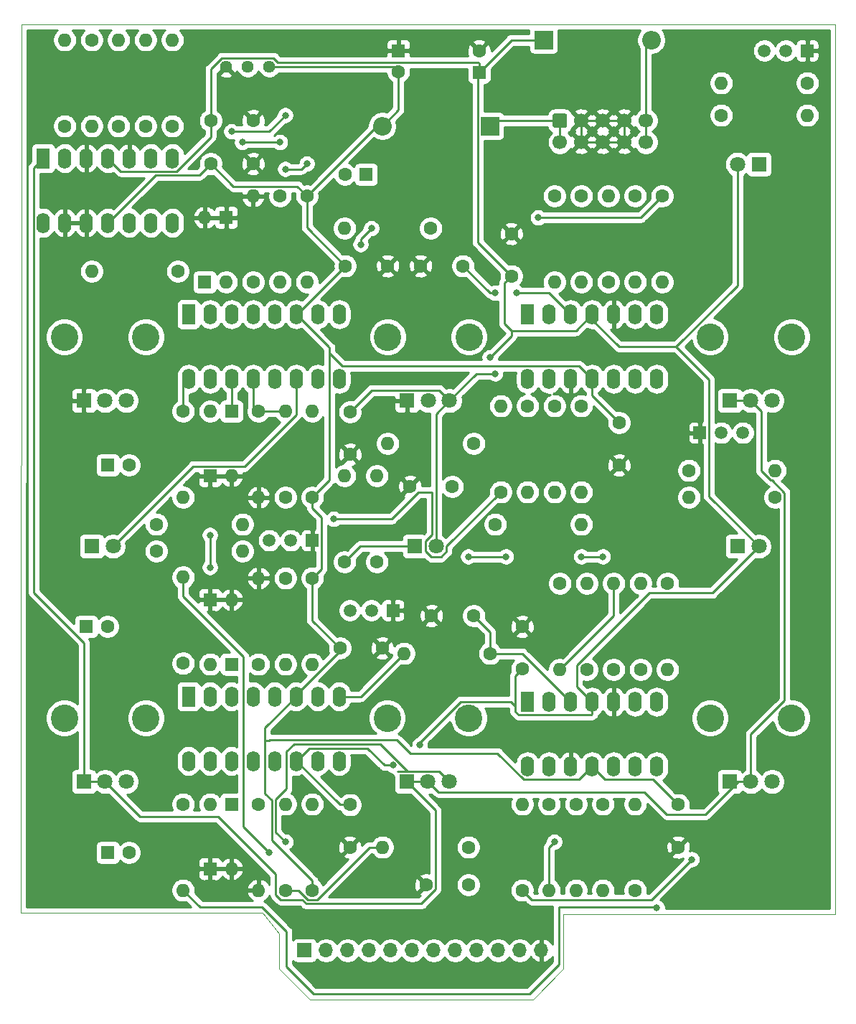
<source format=gbr>
%TF.GenerationSoftware,KiCad,Pcbnew,(5.1.9)-1*%
%TF.CreationDate,2021-09-12T20:22:20+01:00*%
%TF.ProjectId,KOSMOS LFO6,4b4f534d-4f53-4204-9c46-4f362e6b6963,rev?*%
%TF.SameCoordinates,Original*%
%TF.FileFunction,Copper,L1,Top*%
%TF.FilePolarity,Positive*%
%FSLAX46Y46*%
G04 Gerber Fmt 4.6, Leading zero omitted, Abs format (unit mm)*
G04 Created by KiCad (PCBNEW (5.1.9)-1) date 2021-09-12 20:22:20*
%MOMM*%
%LPD*%
G01*
G04 APERTURE LIST*
%TA.AperFunction,Profile*%
%ADD10C,0.050000*%
%TD*%
%TA.AperFunction,ComponentPad*%
%ADD11O,1.600000X1.600000*%
%TD*%
%TA.AperFunction,ComponentPad*%
%ADD12C,1.600000*%
%TD*%
%TA.AperFunction,ComponentPad*%
%ADD13C,3.240000*%
%TD*%
%TA.AperFunction,ComponentPad*%
%ADD14C,1.800000*%
%TD*%
%TA.AperFunction,ComponentPad*%
%ADD15R,1.800000X1.800000*%
%TD*%
%TA.AperFunction,ComponentPad*%
%ADD16R,1.600000X1.600000*%
%TD*%
%TA.AperFunction,ComponentPad*%
%ADD17O,2.200000X2.200000*%
%TD*%
%TA.AperFunction,ComponentPad*%
%ADD18R,2.200000X2.200000*%
%TD*%
%TA.AperFunction,ComponentPad*%
%ADD19C,1.700000*%
%TD*%
%TA.AperFunction,ComponentPad*%
%ADD20R,1.700000X1.700000*%
%TD*%
%TA.AperFunction,ComponentPad*%
%ADD21O,1.700000X1.700000*%
%TD*%
%TA.AperFunction,ComponentPad*%
%ADD22R,1.500000X1.500000*%
%TD*%
%TA.AperFunction,ComponentPad*%
%ADD23C,1.500000*%
%TD*%
%TA.AperFunction,ComponentPad*%
%ADD24C,1.440000*%
%TD*%
%TA.AperFunction,ComponentPad*%
%ADD25R,1.600000X2.400000*%
%TD*%
%TA.AperFunction,ComponentPad*%
%ADD26O,1.600000X2.400000*%
%TD*%
%TA.AperFunction,ViaPad*%
%ADD27C,0.800000*%
%TD*%
%TA.AperFunction,Conductor*%
%ADD28C,0.250000*%
%TD*%
%TA.AperFunction,Conductor*%
%ADD29C,0.254000*%
%TD*%
%TA.AperFunction,Conductor*%
%ADD30C,0.100000*%
%TD*%
G04 APERTURE END LIST*
D10*
X50368000Y-127195000D02*
X48463000Y-124782000D01*
X83896000Y-131386000D02*
X80340000Y-135000000D01*
X83896000Y-124909000D02*
X83896000Y-131386000D01*
X116027000Y-124909000D02*
X83896000Y-124909000D01*
X50368000Y-131386000D02*
X54051000Y-135000000D01*
X50368000Y-127195000D02*
X50368000Y-131386000D01*
X19888000Y-124782000D02*
X48463000Y-124782000D01*
X54051000Y-135000000D02*
X80340000Y-135000000D01*
X20000000Y-20000000D02*
X116000000Y-20000000D01*
X116000000Y-20000000D02*
X116027000Y-124909000D01*
X20000000Y-20000000D02*
X19888000Y-124782000D01*
D11*
%TO.P,R17,2*%
%TO.N,Net-(R17-Pad2)*%
X86055000Y-50360000D03*
D12*
%TO.P,R17,1*%
%TO.N,Net-(R16-Pad1)*%
X86055000Y-40200000D03*
%TD*%
D13*
%TO.P,RV3,*%
%TO.N,*%
X63200000Y-56835000D03*
X72800000Y-56835000D03*
D14*
%TO.P,RV3,3*%
%TO.N,+12V*%
X70500000Y-64335000D03*
%TO.P,RV3,2*%
%TO.N,Net-(R1-Pad2)*%
X68000000Y-64335000D03*
D15*
%TO.P,RV3,1*%
%TO.N,GND*%
X65500000Y-64335000D03*
%TD*%
D13*
%TO.P,RV4,*%
%TO.N,*%
X25060000Y-56835000D03*
X34660000Y-56835000D03*
D14*
%TO.P,RV4,3*%
%TO.N,/cv1in*%
X32360000Y-64335000D03*
%TO.P,RV4,2*%
%TO.N,Net-(R8-Pad2)*%
X29860000Y-64335000D03*
D15*
%TO.P,RV4,1*%
%TO.N,GND*%
X27360000Y-64335000D03*
%TD*%
D12*
%TO.P,C1,1*%
%TO.N,GND*%
X58750000Y-70680000D03*
%TO.P,C1,2*%
%TO.N,+12V*%
X58750000Y-65680000D03*
%TD*%
%TO.P,C2,2*%
%TO.N,-12V*%
X58195000Y-48455000D03*
%TO.P,C2,1*%
%TO.N,GND*%
X63195000Y-48455000D03*
%TD*%
D16*
%TO.P,C3,1*%
%TO.N,Net-(C3-Pad1)*%
X60655000Y-37660000D03*
D12*
%TO.P,C3,2*%
%TO.N,Net-(C3-Pad2)*%
X58155000Y-37660000D03*
%TD*%
%TO.P,C4,2*%
%TO.N,Net-(C4-Pad2)*%
X30135000Y-91000000D03*
D16*
%TO.P,C4,1*%
%TO.N,Net-(C4-Pad1)*%
X27635000Y-91000000D03*
%TD*%
D12*
%TO.P,C5,1*%
%TO.N,GND*%
X58750000Y-117035000D03*
%TO.P,C5,2*%
%TO.N,+12V*%
X58750000Y-112035000D03*
%TD*%
%TO.P,C6,2*%
%TO.N,-12V*%
X57560000Y-93540000D03*
%TO.P,C6,1*%
%TO.N,GND*%
X62560000Y-93540000D03*
%TD*%
%TO.P,C7,2*%
%TO.N,GND*%
X67085000Y-48455000D03*
%TO.P,C7,1*%
%TO.N,Net-(C7-Pad1)*%
X72085000Y-48455000D03*
%TD*%
%TO.P,C8,2*%
%TO.N,GND*%
X68355000Y-89730000D03*
%TO.P,C8,1*%
%TO.N,Net-(C8-Pad1)*%
X73355000Y-89730000D03*
%TD*%
%TO.P,C9,1*%
%TO.N,GND*%
X77800000Y-44645000D03*
%TO.P,C9,2*%
%TO.N,+12V*%
X77800000Y-49645000D03*
%TD*%
%TO.P,C10,2*%
%TO.N,-12V*%
X90500000Y-66950000D03*
%TO.P,C10,1*%
%TO.N,GND*%
X90500000Y-71950000D03*
%TD*%
%TO.P,C11,1*%
%TO.N,GND*%
X79070000Y-91000000D03*
%TO.P,C11,2*%
%TO.N,+12V*%
X79070000Y-96000000D03*
%TD*%
%TO.P,C12,2*%
%TO.N,-12V*%
X97485000Y-112035000D03*
%TO.P,C12,1*%
%TO.N,GND*%
X97485000Y-117035000D03*
%TD*%
%TO.P,C13,2*%
%TO.N,+12V*%
X42320000Y-31310000D03*
%TO.P,C13,1*%
%TO.N,GND*%
X47320000Y-31310000D03*
%TD*%
%TO.P,C14,1*%
%TO.N,GND*%
X47320000Y-36390000D03*
%TO.P,C14,2*%
%TO.N,-12V*%
X42320000Y-36390000D03*
%TD*%
D16*
%TO.P,C15,1*%
%TO.N,Net-(C15-Pad1)*%
X30175000Y-71950000D03*
D12*
%TO.P,C15,2*%
%TO.N,Net-(C15-Pad2)*%
X32675000Y-71950000D03*
%TD*%
%TO.P,C16,2*%
%TO.N,Net-(C16-Pad2)*%
X32675000Y-117670000D03*
D16*
%TO.P,C16,1*%
%TO.N,Net-(C16-Pad1)*%
X30175000Y-117670000D03*
%TD*%
D12*
%TO.P,C17,1*%
%TO.N,Net-(C17-Pad1)*%
X70815000Y-74490000D03*
%TO.P,C17,2*%
%TO.N,GND*%
X65815000Y-74490000D03*
%TD*%
%TO.P,C18,1*%
%TO.N,Net-(C18-Pad1)*%
X72720000Y-121480000D03*
%TO.P,C18,2*%
%TO.N,GND*%
X67720000Y-121480000D03*
%TD*%
D16*
%TO.P,C19,1*%
%TO.N,+12V*%
X73990000Y-25595000D03*
D12*
%TO.P,C19,2*%
%TO.N,GND*%
X73990000Y-23095000D03*
%TD*%
%TO.P,C20,2*%
%TO.N,-12V*%
X64465000Y-25555000D03*
D16*
%TO.P,C20,1*%
%TO.N,GND*%
X64465000Y-23055000D03*
%TD*%
D11*
%TO.P,D1,2*%
%TO.N,GND*%
X41605000Y-42740000D03*
D16*
%TO.P,D1,1*%
%TO.N,Net-(C3-Pad2)*%
X41605000Y-50360000D03*
%TD*%
%TO.P,D2,1*%
%TO.N,GND*%
X44145000Y-42740000D03*
D11*
%TO.P,D2,2*%
%TO.N,Net-(C3-Pad2)*%
X44145000Y-50360000D03*
%TD*%
D16*
%TO.P,D3,1*%
%TO.N,Net-(C4-Pad2)*%
X44780000Y-95445000D03*
D11*
%TO.P,D3,2*%
%TO.N,GND*%
X44780000Y-87825000D03*
%TD*%
%TO.P,D4,2*%
%TO.N,Net-(C4-Pad2)*%
X42240000Y-95445000D03*
D16*
%TO.P,D4,1*%
%TO.N,GND*%
X42240000Y-87825000D03*
%TD*%
D14*
%TO.P,D5,2*%
%TO.N,+12V*%
X104470000Y-36455000D03*
D15*
%TO.P,D5,1*%
%TO.N,Net-(D5-Pad1)*%
X107010000Y-36455000D03*
%TD*%
D11*
%TO.P,D6,2*%
%TO.N,GND*%
X44780000Y-73220000D03*
D16*
%TO.P,D6,1*%
%TO.N,Net-(C15-Pad2)*%
X44780000Y-65600000D03*
%TD*%
%TO.P,D7,1*%
%TO.N,GND*%
X42240000Y-73220000D03*
D11*
%TO.P,D7,2*%
%TO.N,Net-(C15-Pad2)*%
X42240000Y-65600000D03*
%TD*%
D16*
%TO.P,D8,1*%
%TO.N,Net-(C16-Pad2)*%
X44780000Y-111955000D03*
D11*
%TO.P,D8,2*%
%TO.N,GND*%
X44780000Y-119575000D03*
%TD*%
%TO.P,D9,2*%
%TO.N,Net-(C16-Pad2)*%
X42240000Y-111955000D03*
D16*
%TO.P,D9,1*%
%TO.N,GND*%
X42240000Y-119575000D03*
%TD*%
D15*
%TO.P,D10,1*%
%TO.N,Net-(D10-Pad1)*%
X28270000Y-81540000D03*
D14*
%TO.P,D10,2*%
%TO.N,+12V*%
X30810000Y-81540000D03*
%TD*%
%TO.P,D11,2*%
%TO.N,+12V*%
X68910000Y-81540000D03*
D15*
%TO.P,D11,1*%
%TO.N,Net-(D11-Pad1)*%
X66370000Y-81540000D03*
%TD*%
D17*
%TO.P,D12,2*%
%TO.N,Net-(D12-Pad2)*%
X94310000Y-21785000D03*
D18*
%TO.P,D12,1*%
%TO.N,+12V*%
X81610000Y-21785000D03*
%TD*%
%TO.P,D13,1*%
%TO.N,Net-(D13-Pad1)*%
X75260000Y-31945000D03*
D17*
%TO.P,D13,2*%
%TO.N,-12V*%
X62560000Y-31945000D03*
%TD*%
D15*
%TO.P,D14,1*%
%TO.N,Net-(D14-Pad1)*%
X104470000Y-81540000D03*
D14*
%TO.P,D14,2*%
%TO.N,+12V*%
X107010000Y-81540000D03*
%TD*%
%TO.P,J1,1*%
%TO.N,Net-(D13-Pad1)*%
%TA.AperFunction,ComponentPad*%
G36*
G01*
X82915000Y-30460000D02*
X84115000Y-30460000D01*
G75*
G02*
X84365000Y-30710000I0J-250000D01*
G01*
X84365000Y-31910000D01*
G75*
G02*
X84115000Y-32160000I-250000J0D01*
G01*
X82915000Y-32160000D01*
G75*
G02*
X82665000Y-31910000I0J250000D01*
G01*
X82665000Y-30710000D01*
G75*
G02*
X82915000Y-30460000I250000J0D01*
G01*
G37*
%TD.AperFunction*%
D19*
%TO.P,J1,3*%
%TO.N,GND*%
X86055000Y-31310000D03*
%TO.P,J1,5*%
X88595000Y-31310000D03*
%TO.P,J1,7*%
X91135000Y-31310000D03*
%TO.P,J1,9*%
%TO.N,Net-(D12-Pad2)*%
X93675000Y-31310000D03*
%TO.P,J1,2*%
%TO.N,Net-(D13-Pad1)*%
X83515000Y-33850000D03*
%TO.P,J1,4*%
%TO.N,GND*%
X86055000Y-33850000D03*
%TO.P,J1,6*%
X88595000Y-33850000D03*
%TO.P,J1,8*%
X91135000Y-33850000D03*
%TO.P,J1,10*%
%TO.N,Net-(D12-Pad2)*%
X93675000Y-33850000D03*
%TD*%
D20*
%TO.P,J2,1*%
%TO.N,/Lfo1UniOut*%
X53395000Y-129220000D03*
D21*
%TO.P,J2,2*%
%TO.N,/Lfo1BiOut*%
X55935000Y-129220000D03*
%TO.P,J2,3*%
%TO.N,/Lfo2UniOut*%
X58475000Y-129220000D03*
%TO.P,J2,4*%
%TO.N,/Lfo2BiOut*%
X61015000Y-129220000D03*
%TO.P,J2,5*%
%TO.N,/Lfo3UniOut*%
X63555000Y-129220000D03*
%TO.P,J2,6*%
%TO.N,/Lfo3BiOut*%
X66095000Y-129220000D03*
%TO.P,J2,7*%
%TO.N,/Lfo4UniOut*%
X68635000Y-129220000D03*
%TO.P,J2,8*%
%TO.N,/Lfo4BiOut*%
X71175000Y-129220000D03*
%TO.P,J2,9*%
%TO.N,/cv1in*%
X73715000Y-129220000D03*
%TO.P,J2,10*%
%TO.N,/cv2in*%
X76255000Y-129220000D03*
%TO.P,J2,11*%
%TO.N,Net-(J2-Pad11)*%
X78795000Y-129220000D03*
%TO.P,J2,12*%
%TO.N,GND*%
X81335000Y-129220000D03*
%TD*%
D22*
%TO.P,Q1,1*%
%TO.N,GND*%
X112725000Y-23055000D03*
D23*
%TO.P,Q1,3*%
%TO.N,Net-(Q1-Pad3)*%
X107645000Y-23055000D03*
%TO.P,Q1,2*%
%TO.N,Net-(Q1-Pad2)*%
X110185000Y-23055000D03*
%TD*%
%TO.P,Q2,2*%
%TO.N,Net-(Q2-Pad2)*%
X51765000Y-80840000D03*
%TO.P,Q2,3*%
%TO.N,Net-(Q2-Pad3)*%
X49225000Y-80840000D03*
D22*
%TO.P,Q2,1*%
%TO.N,GND*%
X54305000Y-80840000D03*
%TD*%
%TO.P,Q3,1*%
%TO.N,GND*%
X63830000Y-89095000D03*
D23*
%TO.P,Q3,3*%
%TO.N,Net-(Q3-Pad3)*%
X58750000Y-89095000D03*
%TO.P,Q3,2*%
%TO.N,Net-(Q3-Pad2)*%
X61290000Y-89095000D03*
%TD*%
%TO.P,Q4,2*%
%TO.N,Net-(Q4-Pad2)*%
X102565000Y-68140000D03*
%TO.P,Q4,3*%
%TO.N,Net-(Q4-Pad3)*%
X105105000Y-68140000D03*
D22*
%TO.P,Q4,1*%
%TO.N,GND*%
X100025000Y-68140000D03*
%TD*%
D11*
%TO.P,R1,2*%
%TO.N,Net-(R1-Pad2)*%
X37795000Y-21785000D03*
D12*
%TO.P,R1,1*%
%TO.N,Net-(R1-Pad1)*%
X37795000Y-31945000D03*
%TD*%
%TO.P,R2,1*%
%TO.N,Net-(R2-Pad1)*%
X38430000Y-49090000D03*
D11*
%TO.P,R2,2*%
%TO.N,Net-(R2-Pad2)*%
X28270000Y-49090000D03*
%TD*%
D12*
%TO.P,R3,1*%
%TO.N,Net-(R3-Pad1)*%
X39065000Y-95344999D03*
D11*
%TO.P,R3,2*%
%TO.N,Net-(R3-Pad2)*%
X39065000Y-85184999D03*
%TD*%
%TO.P,R4,2*%
%TO.N,GND*%
X47320000Y-40200000D03*
D12*
%TO.P,R4,1*%
%TO.N,Net-(R4-Pad1)*%
X47320000Y-50360000D03*
%TD*%
D11*
%TO.P,R5,2*%
%TO.N,GND*%
X47955000Y-85285000D03*
D12*
%TO.P,R5,1*%
%TO.N,Net-(R5-Pad1)*%
X47955000Y-95445000D03*
%TD*%
D11*
%TO.P,R6,2*%
%TO.N,Net-(R4-Pad1)*%
X50495000Y-50360000D03*
D12*
%TO.P,R6,1*%
%TO.N,Net-(R12-Pad2)*%
X50495000Y-40200000D03*
%TD*%
%TO.P,R7,1*%
%TO.N,Net-(R10-Pad2)*%
X51130000Y-85285000D03*
D11*
%TO.P,R7,2*%
%TO.N,Net-(R5-Pad1)*%
X51130000Y-95445000D03*
%TD*%
D12*
%TO.P,R8,1*%
%TO.N,Net-(R1-Pad1)*%
X31445000Y-31945000D03*
D11*
%TO.P,R8,2*%
%TO.N,Net-(R8-Pad2)*%
X31445000Y-21785000D03*
%TD*%
%TO.P,R9,2*%
%TO.N,Net-(R12-Pad2)*%
X53670000Y-50360000D03*
D12*
%TO.P,R9,1*%
%TO.N,-12V*%
X53670000Y-40200000D03*
%TD*%
D11*
%TO.P,R10,2*%
%TO.N,Net-(R10-Pad2)*%
X54305000Y-95445000D03*
D12*
%TO.P,R10,1*%
%TO.N,-12V*%
X54305000Y-85285000D03*
%TD*%
%TO.P,R12,1*%
%TO.N,Net-(C7-Pad1)*%
X68275000Y-44010000D03*
D11*
%TO.P,R12,2*%
%TO.N,Net-(R12-Pad2)*%
X58115000Y-44010000D03*
%TD*%
%TO.P,R13,2*%
%TO.N,Net-(R10-Pad2)*%
X65100000Y-94175000D03*
D12*
%TO.P,R13,1*%
%TO.N,Net-(C8-Pad1)*%
X75260000Y-94175000D03*
%TD*%
D11*
%TO.P,R14,2*%
%TO.N,Net-(R14-Pad2)*%
X34620000Y-21785000D03*
D12*
%TO.P,R14,1*%
%TO.N,Net-(R1-Pad1)*%
X34620000Y-31945000D03*
%TD*%
%TO.P,R15,1*%
%TO.N,Net-(R14-Pad2)*%
X28270000Y-21785000D03*
D11*
%TO.P,R15,2*%
%TO.N,Net-(R15-Pad2)*%
X28270000Y-31945000D03*
%TD*%
D12*
%TO.P,R16,1*%
%TO.N,Net-(R16-Pad1)*%
X89230000Y-50360000D03*
D11*
%TO.P,R16,2*%
%TO.N,/OffsetRef*%
X89230000Y-40200000D03*
%TD*%
D12*
%TO.P,R18,1*%
%TO.N,Net-(R18-Pad1)*%
X86690000Y-96080000D03*
D11*
%TO.P,R18,2*%
%TO.N,/OffsetRef*%
X86690000Y-85920000D03*
%TD*%
%TO.P,R19,2*%
%TO.N,Net-(R19-Pad2)*%
X89865000Y-85920000D03*
D12*
%TO.P,R19,1*%
%TO.N,Net-(R18-Pad1)*%
X89865000Y-96080000D03*
%TD*%
%TO.P,R20,1*%
%TO.N,Net-(R15-Pad2)*%
X25095000Y-31945000D03*
D11*
%TO.P,R20,2*%
%TO.N,/VfcGlobal*%
X25095000Y-21785000D03*
%TD*%
%TO.P,R21,2*%
%TO.N,Net-(R16-Pad1)*%
X92405000Y-50360000D03*
D12*
%TO.P,R21,1*%
%TO.N,Net-(R21-Pad1)*%
X92405000Y-40200000D03*
%TD*%
%TO.P,R22,1*%
%TO.N,Net-(R22-Pad1)*%
X93040000Y-96080000D03*
D11*
%TO.P,R22,2*%
%TO.N,Net-(R18-Pad1)*%
X93040000Y-85920000D03*
%TD*%
D12*
%TO.P,R23,1*%
%TO.N,/Lfo1UniOut*%
X95580000Y-40200000D03*
D11*
%TO.P,R23,2*%
%TO.N,Net-(R21-Pad1)*%
X95580000Y-50360000D03*
%TD*%
%TO.P,R24,2*%
%TO.N,Net-(R17-Pad2)*%
X82880000Y-50360000D03*
D12*
%TO.P,R24,1*%
%TO.N,/Lfo1BiOut*%
X82880000Y-40200000D03*
%TD*%
D11*
%TO.P,R25,2*%
%TO.N,Net-(R22-Pad1)*%
X96215000Y-96080000D03*
D12*
%TO.P,R25,1*%
%TO.N,/Lfo3UniOut*%
X96215000Y-85920000D03*
%TD*%
%TO.P,R26,1*%
%TO.N,/Lfo3BiOut*%
X83515000Y-85920000D03*
D11*
%TO.P,R26,2*%
%TO.N,Net-(R19-Pad2)*%
X83515000Y-96080000D03*
%TD*%
%TO.P,R27,2*%
%TO.N,/Lfo1UniOut*%
X102565000Y-26865000D03*
D12*
%TO.P,R27,1*%
%TO.N,Net-(Q1-Pad2)*%
X112725000Y-26865000D03*
%TD*%
%TO.P,R28,1*%
%TO.N,Net-(D5-Pad1)*%
X102565000Y-30675000D03*
D11*
%TO.P,R28,2*%
%TO.N,Net-(Q1-Pad3)*%
X112725000Y-30675000D03*
%TD*%
%TO.P,R29,2*%
%TO.N,Net-(R29-Pad2)*%
X39065000Y-75760000D03*
D12*
%TO.P,R29,1*%
%TO.N,Net-(R29-Pad1)*%
X39065000Y-65600000D03*
%TD*%
D11*
%TO.P,R30,2*%
%TO.N,Net-(R30-Pad2)*%
X39065000Y-122115000D03*
D12*
%TO.P,R30,1*%
%TO.N,Net-(R30-Pad1)*%
X39065000Y-111955000D03*
%TD*%
%TO.P,R31,1*%
%TO.N,Net-(R31-Pad1)*%
X47955000Y-65600000D03*
D11*
%TO.P,R31,2*%
%TO.N,GND*%
X47955000Y-75760000D03*
%TD*%
%TO.P,R32,2*%
%TO.N,GND*%
X47955000Y-122115000D03*
D12*
%TO.P,R32,1*%
%TO.N,Net-(R32-Pad1)*%
X47955000Y-111955000D03*
%TD*%
%TO.P,R33,1*%
%TO.N,Net-(Q2-Pad2)*%
X35890000Y-82110000D03*
D11*
%TO.P,R33,2*%
%TO.N,/Lfo2UniOut*%
X46050000Y-82110000D03*
%TD*%
%TO.P,R34,2*%
%TO.N,Net-(R31-Pad1)*%
X51130000Y-65600000D03*
D12*
%TO.P,R34,1*%
%TO.N,Net-(R34-Pad1)*%
X51130000Y-75760000D03*
%TD*%
%TO.P,R35,1*%
%TO.N,Net-(R35-Pad1)*%
X51130000Y-122115000D03*
D11*
%TO.P,R35,2*%
%TO.N,Net-(R32-Pad1)*%
X51130000Y-111955000D03*
%TD*%
%TO.P,R36,2*%
%TO.N,Net-(Q2-Pad3)*%
X46050000Y-78935000D03*
D12*
%TO.P,R36,1*%
%TO.N,Net-(D10-Pad1)*%
X35890000Y-78935000D03*
%TD*%
%TO.P,R37,1*%
%TO.N,-12V*%
X54305000Y-75760000D03*
D11*
%TO.P,R37,2*%
%TO.N,Net-(R34-Pad1)*%
X54305000Y-65600000D03*
%TD*%
%TO.P,R38,2*%
%TO.N,Net-(R35-Pad1)*%
X54305000Y-111955000D03*
D12*
%TO.P,R38,1*%
%TO.N,-12V*%
X54305000Y-122115000D03*
%TD*%
%TO.P,R39,1*%
%TO.N,Net-(Q3-Pad2)*%
X61925000Y-83380000D03*
D11*
%TO.P,R39,2*%
%TO.N,/Lfo3UniOut*%
X61925000Y-73220000D03*
%TD*%
D12*
%TO.P,R40,1*%
%TO.N,Net-(C17-Pad1)*%
X73355000Y-69410000D03*
D11*
%TO.P,R40,2*%
%TO.N,Net-(R34-Pad1)*%
X63195000Y-69410000D03*
%TD*%
%TO.P,R41,2*%
%TO.N,Net-(R35-Pad1)*%
X62560000Y-117035000D03*
D12*
%TO.P,R41,1*%
%TO.N,Net-(C18-Pad1)*%
X72720000Y-117035000D03*
%TD*%
%TO.P,R42,1*%
%TO.N,Net-(D11-Pad1)*%
X58115000Y-83380000D03*
D11*
%TO.P,R42,2*%
%TO.N,Net-(Q3-Pad3)*%
X58115000Y-73220000D03*
%TD*%
%TO.P,R43,2*%
%TO.N,/OffsetRef*%
X86055000Y-75125000D03*
D12*
%TO.P,R43,1*%
%TO.N,Net-(R43-Pad1)*%
X86055000Y-64965000D03*
%TD*%
%TO.P,R44,1*%
%TO.N,Net-(R43-Pad1)*%
X82880000Y-64965000D03*
D11*
%TO.P,R44,2*%
%TO.N,Net-(R44-Pad2)*%
X82880000Y-75125000D03*
%TD*%
D12*
%TO.P,R45,1*%
%TO.N,Net-(R45-Pad1)*%
X88595000Y-111955000D03*
D11*
%TO.P,R45,2*%
%TO.N,/OffsetRef*%
X88595000Y-122115000D03*
%TD*%
%TO.P,R46,2*%
%TO.N,Net-(R46-Pad2)*%
X85420000Y-122115000D03*
D12*
%TO.P,R46,1*%
%TO.N,Net-(R45-Pad1)*%
X85420000Y-111955000D03*
%TD*%
%TO.P,R47,1*%
%TO.N,Net-(Q4-Pad2)*%
X108915000Y-75760000D03*
D11*
%TO.P,R47,2*%
%TO.N,/Lfo4UniOut*%
X98755000Y-75760000D03*
%TD*%
D12*
%TO.P,R48,1*%
%TO.N,Net-(R48-Pad1)*%
X79705000Y-64965000D03*
D11*
%TO.P,R48,2*%
%TO.N,Net-(R43-Pad1)*%
X79705000Y-75125000D03*
%TD*%
%TO.P,R49,2*%
%TO.N,Net-(R45-Pad1)*%
X82245000Y-122115000D03*
D12*
%TO.P,R49,1*%
%TO.N,Net-(R49-Pad1)*%
X82245000Y-111955000D03*
%TD*%
D11*
%TO.P,R50,2*%
%TO.N,Net-(Q4-Pad3)*%
X108915000Y-72585000D03*
D12*
%TO.P,R50,1*%
%TO.N,Net-(D14-Pad1)*%
X98755000Y-72585000D03*
%TD*%
D11*
%TO.P,R51,2*%
%TO.N,Net-(R48-Pad1)*%
X76530000Y-64965000D03*
D12*
%TO.P,R51,1*%
%TO.N,/Lfo2UniOut*%
X76530000Y-75125000D03*
%TD*%
%TO.P,R52,1*%
%TO.N,/Lfo2BiOut*%
X75895000Y-78935000D03*
D11*
%TO.P,R52,2*%
%TO.N,Net-(R44-Pad2)*%
X86055000Y-78935000D03*
%TD*%
D12*
%TO.P,R53,1*%
%TO.N,/Lfo4UniOut*%
X79070000Y-122115000D03*
D11*
%TO.P,R53,2*%
%TO.N,Net-(R49-Pad1)*%
X79070000Y-111955000D03*
%TD*%
D12*
%TO.P,R54,1*%
%TO.N,/Lfo4BiOut*%
X92405000Y-122115000D03*
D11*
%TO.P,R54,2*%
%TO.N,Net-(R46-Pad2)*%
X92405000Y-111955000D03*
%TD*%
D13*
%TO.P,RV1,*%
%TO.N,*%
X101260000Y-56835000D03*
X110860000Y-56835000D03*
D14*
%TO.P,RV1,3*%
%TO.N,Net-(R2-Pad2)*%
X108560000Y-64335000D03*
%TO.P,RV1,2*%
%TO.N,/VfcGlobal*%
X106060000Y-64335000D03*
D15*
%TO.P,RV1,1*%
X103560000Y-64335000D03*
%TD*%
D13*
%TO.P,RV2,*%
%TO.N,*%
X63160000Y-101805000D03*
X72760000Y-101805000D03*
D14*
%TO.P,RV2,3*%
%TO.N,Net-(R3-Pad2)*%
X70460000Y-109305000D03*
%TO.P,RV2,2*%
%TO.N,/VfcGlobal*%
X67960000Y-109305000D03*
D15*
%TO.P,RV2,1*%
X65460000Y-109305000D03*
%TD*%
%TO.P,RV6,1*%
%TO.N,/VfcGlobal*%
X27360000Y-109305000D03*
D14*
%TO.P,RV6,2*%
X29860000Y-109305000D03*
%TO.P,RV6,3*%
%TO.N,Net-(R29-Pad2)*%
X32360000Y-109305000D03*
D13*
%TO.P,RV6,*%
%TO.N,*%
X34660000Y-101805000D03*
X25060000Y-101805000D03*
%TD*%
D15*
%TO.P,RV7,1*%
%TO.N,/VfcGlobal*%
X103560000Y-109305000D03*
D14*
%TO.P,RV7,2*%
X106060000Y-109305000D03*
%TO.P,RV7,3*%
%TO.N,Net-(R30-Pad2)*%
X108560000Y-109305000D03*
D13*
%TO.P,RV7,*%
%TO.N,*%
X110860000Y-101805000D03*
X101260000Y-101805000D03*
%TD*%
D24*
%TO.P,RV8,1*%
%TO.N,-12V*%
X49225000Y-24960000D03*
%TO.P,RV8,2*%
%TO.N,Net-(RV8-Pad2)*%
X46685000Y-24960000D03*
%TO.P,RV8,3*%
%TO.N,GND*%
X44145000Y-24960000D03*
%TD*%
D25*
%TO.P,U1,1*%
%TO.N,Net-(R2-Pad1)*%
X39700000Y-54170000D03*
D26*
%TO.P,U1,9*%
%TO.N,Net-(R34-Pad1)*%
X57480000Y-61790000D03*
%TO.P,U1,2*%
%TO.N,Net-(U1-Pad2)*%
X42240000Y-54170000D03*
%TO.P,U1,10*%
%TO.N,Net-(C15-Pad1)*%
X54940000Y-61790000D03*
%TO.P,U1,3*%
%TO.N,Net-(C3-Pad2)*%
X44780000Y-54170000D03*
%TO.P,U1,11*%
%TO.N,+12V*%
X52400000Y-61790000D03*
%TO.P,U1,4*%
%TO.N,Net-(R4-Pad1)*%
X47320000Y-54170000D03*
%TO.P,U1,12*%
%TO.N,Net-(C15-Pad1)*%
X49860000Y-61790000D03*
%TO.P,U1,5*%
%TO.N,Net-(C3-Pad1)*%
X49860000Y-54170000D03*
%TO.P,U1,13*%
%TO.N,Net-(R31-Pad1)*%
X47320000Y-61790000D03*
%TO.P,U1,6*%
%TO.N,-12V*%
X52400000Y-54170000D03*
%TO.P,U1,14*%
%TO.N,Net-(C15-Pad2)*%
X44780000Y-61790000D03*
%TO.P,U1,7*%
%TO.N,Net-(C3-Pad1)*%
X54940000Y-54170000D03*
%TO.P,U1,15*%
%TO.N,Net-(U1-Pad15)*%
X42240000Y-61790000D03*
%TO.P,U1,8*%
%TO.N,Net-(R12-Pad2)*%
X57480000Y-54170000D03*
%TO.P,U1,16*%
%TO.N,Net-(R29-Pad1)*%
X39700000Y-61790000D03*
%TD*%
%TO.P,U2,16*%
%TO.N,Net-(R30-Pad1)*%
X39700000Y-106875000D03*
%TO.P,U2,8*%
%TO.N,Net-(R10-Pad2)*%
X57480000Y-99255000D03*
%TO.P,U2,15*%
%TO.N,Net-(U2-Pad15)*%
X42240000Y-106875000D03*
%TO.P,U2,7*%
%TO.N,Net-(C4-Pad1)*%
X54940000Y-99255000D03*
%TO.P,U2,14*%
%TO.N,Net-(C16-Pad2)*%
X44780000Y-106875000D03*
%TO.P,U2,6*%
%TO.N,-12V*%
X52400000Y-99255000D03*
%TO.P,U2,13*%
%TO.N,Net-(R32-Pad1)*%
X47320000Y-106875000D03*
%TO.P,U2,5*%
%TO.N,Net-(C4-Pad1)*%
X49860000Y-99255000D03*
%TO.P,U2,12*%
%TO.N,Net-(C16-Pad1)*%
X49860000Y-106875000D03*
%TO.P,U2,4*%
%TO.N,Net-(R5-Pad1)*%
X47320000Y-99255000D03*
%TO.P,U2,11*%
%TO.N,+12V*%
X52400000Y-106875000D03*
%TO.P,U2,3*%
%TO.N,Net-(C4-Pad2)*%
X44780000Y-99255000D03*
%TO.P,U2,10*%
%TO.N,Net-(C16-Pad1)*%
X54940000Y-106875000D03*
%TO.P,U2,2*%
%TO.N,Net-(U2-Pad2)*%
X42240000Y-99255000D03*
%TO.P,U2,9*%
%TO.N,Net-(R35-Pad1)*%
X57480000Y-106875000D03*
D25*
%TO.P,U2,1*%
%TO.N,Net-(R3-Pad1)*%
X39700000Y-99255000D03*
%TD*%
%TO.P,U3,1*%
%TO.N,Net-(R17-Pad2)*%
X79705000Y-54170000D03*
D26*
%TO.P,U3,8*%
%TO.N,Net-(R44-Pad2)*%
X94945000Y-61790000D03*
%TO.P,U3,2*%
%TO.N,Net-(R17-Pad2)*%
X82245000Y-54170000D03*
%TO.P,U3,9*%
%TO.N,Net-(R44-Pad2)*%
X92405000Y-61790000D03*
%TO.P,U3,3*%
%TO.N,Net-(C7-Pad1)*%
X84785000Y-54170000D03*
%TO.P,U3,10*%
%TO.N,Net-(C17-Pad1)*%
X89865000Y-61790000D03*
%TO.P,U3,4*%
%TO.N,+12V*%
X87325000Y-54170000D03*
%TO.P,U3,11*%
%TO.N,-12V*%
X87325000Y-61790000D03*
%TO.P,U3,5*%
%TO.N,GND*%
X89865000Y-54170000D03*
%TO.P,U3,12*%
X84785000Y-61790000D03*
%TO.P,U3,6*%
%TO.N,Net-(R16-Pad1)*%
X92405000Y-54170000D03*
%TO.P,U3,13*%
%TO.N,Net-(R43-Pad1)*%
X82245000Y-61790000D03*
%TO.P,U3,7*%
%TO.N,Net-(R21-Pad1)*%
X94945000Y-54170000D03*
%TO.P,U3,14*%
%TO.N,Net-(R48-Pad1)*%
X79705000Y-61790000D03*
%TD*%
D25*
%TO.P,U4,1*%
%TO.N,Net-(R19-Pad2)*%
X79705000Y-99890000D03*
D26*
%TO.P,U4,8*%
%TO.N,Net-(R46-Pad2)*%
X94945000Y-107510000D03*
%TO.P,U4,2*%
%TO.N,Net-(R19-Pad2)*%
X82245000Y-99890000D03*
%TO.P,U4,9*%
%TO.N,Net-(R46-Pad2)*%
X92405000Y-107510000D03*
%TO.P,U4,3*%
%TO.N,Net-(C8-Pad1)*%
X84785000Y-99890000D03*
%TO.P,U4,10*%
%TO.N,Net-(C18-Pad1)*%
X89865000Y-107510000D03*
%TO.P,U4,4*%
%TO.N,+12V*%
X87325000Y-99890000D03*
%TO.P,U4,11*%
%TO.N,-12V*%
X87325000Y-107510000D03*
%TO.P,U4,5*%
%TO.N,GND*%
X89865000Y-99890000D03*
%TO.P,U4,12*%
X84785000Y-107510000D03*
%TO.P,U4,6*%
%TO.N,Net-(R18-Pad1)*%
X92405000Y-99890000D03*
%TO.P,U4,13*%
%TO.N,Net-(R45-Pad1)*%
X82245000Y-107510000D03*
%TO.P,U4,7*%
%TO.N,Net-(R22-Pad1)*%
X94945000Y-99890000D03*
%TO.P,U4,14*%
%TO.N,Net-(R49-Pad1)*%
X79705000Y-107510000D03*
%TD*%
%TO.P,U5,14*%
%TO.N,Net-(U5-Pad14)*%
X22555000Y-43375000D03*
%TO.P,U5,7*%
%TO.N,Net-(R14-Pad2)*%
X37795000Y-35755000D03*
%TO.P,U5,13*%
%TO.N,GND*%
X25095000Y-43375000D03*
%TO.P,U5,6*%
%TO.N,Net-(R1-Pad1)*%
X35255000Y-35755000D03*
%TO.P,U5,12*%
%TO.N,GND*%
X27635000Y-43375000D03*
%TO.P,U5,5*%
X32715000Y-35755000D03*
%TO.P,U5,11*%
%TO.N,-12V*%
X30175000Y-43375000D03*
%TO.P,U5,4*%
%TO.N,+12V*%
X30175000Y-35755000D03*
%TO.P,U5,10*%
%TO.N,Net-(RV8-Pad2)*%
X32715000Y-43375000D03*
%TO.P,U5,3*%
%TO.N,GND*%
X27635000Y-35755000D03*
%TO.P,U5,9*%
%TO.N,/OffsetRef*%
X35255000Y-43375000D03*
%TO.P,U5,2*%
%TO.N,Net-(R15-Pad2)*%
X25095000Y-35755000D03*
%TO.P,U5,8*%
%TO.N,/OffsetRef*%
X37795000Y-43375000D03*
D25*
%TO.P,U5,1*%
%TO.N,/VfcGlobal*%
X22555000Y-35755000D03*
%TD*%
D27*
%TO.N,+12V*%
X67005000Y-104970000D03*
X75260000Y-59250000D03*
X75895000Y-61155000D03*
X63815052Y-107376278D03*
%TO.N,Net-(C3-Pad1)*%
X60020000Y-45915000D03*
X61290000Y-44010000D03*
%TO.N,Net-(C3-Pad2)*%
X53670000Y-36390000D03*
X51130000Y-37025000D03*
%TO.N,/Lfo1UniOut*%
X80975000Y-42740000D03*
%TO.N,/Lfo2UniOut*%
X56845000Y-78300000D03*
%TO.N,/Lfo3UniOut*%
X72720000Y-82745000D03*
X77165000Y-82745000D03*
X86055000Y-82745000D03*
X88595000Y-82745000D03*
%TO.N,/Lfo4UniOut*%
X99060012Y-118483012D03*
%TO.N,Net-(R2-Pad2)*%
X51130000Y-30675000D03*
X44780000Y-32580000D03*
%TO.N,Net-(R3-Pad2)*%
X49225000Y-117670000D03*
X51134660Y-116404660D03*
%TO.N,/OffsetRef*%
X50495000Y-33850000D03*
X46050000Y-33850000D03*
%TO.N,Net-(C7-Pad1)*%
X78435000Y-51630000D03*
X75895000Y-51630000D03*
%TO.N,Net-(R29-Pad2)*%
X42240000Y-84015000D03*
X42240000Y-80205000D03*
%TO.N,Net-(R30-Pad2)*%
X94967910Y-124169910D03*
%TO.N,Net-(R45-Pad1)*%
X82880000Y-116400000D03*
%TD*%
D28*
%TO.N,GND*%
X91135000Y-33850000D02*
X91135000Y-31310000D01*
X91135000Y-31310000D02*
X86055000Y-31310000D01*
X86055000Y-31310000D02*
X86055000Y-33850000D01*
X86055000Y-33850000D02*
X91135000Y-33850000D01*
%TO.N,+12V*%
X77800000Y-21785000D02*
X73990000Y-25595000D01*
X81610000Y-21785000D02*
X77800000Y-21785000D01*
X73834999Y-45679999D02*
X77800000Y-49645000D01*
X73834999Y-25750001D02*
X73834999Y-45679999D01*
X73990000Y-25595000D02*
X73834999Y-25750001D01*
X85420000Y-56075000D02*
X87325000Y-54170000D01*
X77800000Y-56075000D02*
X85420000Y-56075000D01*
X87325000Y-54170000D02*
X87325000Y-54805000D01*
X87325000Y-54805000D02*
X90500000Y-57980000D01*
X104470000Y-50746398D02*
X104470000Y-36455000D01*
X97236398Y-57980000D02*
X104470000Y-50746398D01*
X90500000Y-57980000D02*
X97236398Y-57980000D01*
X101100001Y-61843603D02*
X97236398Y-57980000D01*
X101100001Y-75630001D02*
X101100001Y-61843603D01*
X107010000Y-81540000D02*
X101100001Y-75630001D01*
X78644999Y-101415001D02*
X78270001Y-101040003D01*
X87249999Y-101415001D02*
X78644999Y-101415001D01*
X87325000Y-101340000D02*
X87249999Y-101415001D01*
X87325000Y-99890000D02*
X87325000Y-101340000D01*
X78270001Y-96799999D02*
X79070000Y-96000000D01*
X67005000Y-104681398D02*
X67005000Y-104970000D01*
X77769999Y-99859999D02*
X71826399Y-99859999D01*
X78270001Y-100360001D02*
X77769999Y-99859999D01*
X71826399Y-99859999D02*
X67005000Y-104681398D01*
X78270001Y-101040003D02*
X78270001Y-100360001D01*
X78270001Y-100360001D02*
X78270001Y-96799999D01*
X77800000Y-56075000D02*
X77800000Y-56710000D01*
X77800000Y-56710000D02*
X75260000Y-59250000D01*
X73680000Y-61155000D02*
X70500000Y-64335000D01*
X75895000Y-61155000D02*
X73680000Y-61155000D01*
X61320001Y-63109999D02*
X58750000Y-65680000D01*
X69274999Y-63109999D02*
X61320001Y-63109999D01*
X70500000Y-64335000D02*
X69274999Y-63109999D01*
X68910000Y-65925000D02*
X68910000Y-81540000D01*
X70500000Y-64335000D02*
X68910000Y-65925000D01*
X40255001Y-72094999D02*
X30810000Y-81540000D01*
X46300003Y-72094999D02*
X40255001Y-72094999D01*
X52400000Y-65995002D02*
X46300003Y-72094999D01*
X52400000Y-61790000D02*
X52400000Y-65995002D01*
X42320000Y-25238398D02*
X42320000Y-31310000D01*
X43643399Y-23914999D02*
X42320000Y-25238398D01*
X49726601Y-23914999D02*
X43643399Y-23914999D01*
X50241601Y-24429999D02*
X49726601Y-23914999D01*
X73874999Y-24429999D02*
X50241601Y-24429999D01*
X73990000Y-24545000D02*
X73874999Y-24429999D01*
X73990000Y-25595000D02*
X73990000Y-24545000D01*
X38260994Y-37280010D02*
X31700010Y-37280010D01*
X42320000Y-33221004D02*
X38260994Y-37280010D01*
X31700010Y-37280010D02*
X30175000Y-35755000D01*
X42320000Y-31310000D02*
X42320000Y-33221004D01*
X77000001Y-55275001D02*
X77800000Y-56075000D01*
X77000001Y-50444999D02*
X77000001Y-55275001D01*
X77800000Y-49645000D02*
X77000001Y-50444999D01*
X101504999Y-87045001D02*
X107010000Y-81540000D01*
X94059997Y-87045001D02*
X101504999Y-87045001D01*
X85564999Y-95539999D02*
X94059997Y-87045001D01*
X85564999Y-98129999D02*
X85564999Y-95539999D01*
X87325000Y-99890000D02*
X85564999Y-98129999D01*
X52458630Y-106875000D02*
X52400000Y-106875000D01*
X57618630Y-112035000D02*
X52458630Y-106875000D01*
X58750000Y-112035000D02*
X57618630Y-112035000D01*
X62805867Y-107376278D02*
X63815052Y-107376278D01*
X52400000Y-106875000D02*
X53925010Y-105349990D01*
X53925010Y-105349990D02*
X60779579Y-105349990D01*
X60779579Y-105349990D02*
X62805867Y-107376278D01*
%TO.N,-12V*%
X64465000Y-30040000D02*
X62560000Y-31945000D01*
X64465000Y-25555000D02*
X64465000Y-30040000D01*
X61925000Y-31945000D02*
X53670000Y-40200000D01*
X62560000Y-31945000D02*
X61925000Y-31945000D01*
X45004999Y-39074999D02*
X42320000Y-36390000D01*
X52544999Y-39074999D02*
X45004999Y-39074999D01*
X53670000Y-40200000D02*
X52544999Y-39074999D01*
X53670000Y-43930000D02*
X58195000Y-48455000D01*
X53670000Y-40200000D02*
X53670000Y-43930000D01*
X52480000Y-54170000D02*
X52400000Y-54170000D01*
X58195000Y-48455000D02*
X52480000Y-54170000D01*
X56210000Y-57980000D02*
X52400000Y-54170000D01*
X56354990Y-58124990D02*
X56210000Y-57980000D01*
X54305000Y-75760000D02*
X56354990Y-73710010D01*
X54305000Y-75760000D02*
X54305000Y-77030000D01*
X55380001Y-84209999D02*
X54305000Y-85285000D01*
X55380001Y-78105001D02*
X55380001Y-84209999D01*
X54305000Y-77030000D02*
X55380001Y-78105001D01*
X54305000Y-90285000D02*
X57560000Y-93540000D01*
X54305000Y-85285000D02*
X54305000Y-90285000D01*
X52400000Y-99015002D02*
X52400000Y-99255000D01*
X57560000Y-93855002D02*
X52400000Y-99015002D01*
X57560000Y-93540000D02*
X57560000Y-93855002D01*
X57859990Y-60264990D02*
X56354990Y-58759990D01*
X85799990Y-60264990D02*
X57859990Y-60264990D01*
X87325000Y-61790000D02*
X85799990Y-60264990D01*
X56354990Y-58759990D02*
X56354990Y-58124990D01*
X56354990Y-73710010D02*
X56354990Y-58759990D01*
X87325000Y-63775000D02*
X90500000Y-66950000D01*
X87325000Y-61790000D02*
X87325000Y-63775000D01*
X35819979Y-37730021D02*
X30175000Y-43375000D01*
X40979979Y-37730021D02*
X35819979Y-37730021D01*
X42320000Y-36390000D02*
X40979979Y-37730021D01*
X94485010Y-109035010D02*
X97485000Y-112035000D01*
X88850010Y-109035010D02*
X94485010Y-109035010D01*
X87325000Y-107510000D02*
X88850010Y-109035010D01*
X52400000Y-99255000D02*
X52401410Y-99255000D01*
X48734990Y-102920010D02*
X52400000Y-99255000D01*
X49554988Y-111524398D02*
X48734990Y-110704400D01*
X49554988Y-116233618D02*
X49554988Y-111524398D01*
X54305000Y-120983630D02*
X49554988Y-116233618D01*
X54305000Y-122115000D02*
X54305000Y-120983630D01*
X57539399Y-104392989D02*
X58692011Y-104392989D01*
X58692011Y-104392989D02*
X49282989Y-104392989D01*
X49231968Y-104444010D02*
X48734990Y-104444010D01*
X49282989Y-104392989D02*
X49231968Y-104444010D01*
X48734990Y-104444010D02*
X48734990Y-102920010D01*
X48734990Y-110704400D02*
X48734990Y-104444010D01*
X63870000Y-24960000D02*
X64465000Y-25555000D01*
X49225000Y-24960000D02*
X63870000Y-24960000D01*
X85799990Y-109035010D02*
X87325000Y-107510000D01*
X79239006Y-109035010D02*
X85799990Y-109035010D01*
X76171592Y-105967596D02*
X79239006Y-109035010D01*
X65845007Y-105967596D02*
X76171592Y-105967596D01*
X64270400Y-104392989D02*
X65845007Y-105967596D01*
X58692011Y-104392989D02*
X64270400Y-104392989D01*
%TO.N,Net-(C3-Pad1)*%
X60020000Y-45280000D02*
X61290000Y-44010000D01*
X60020000Y-45915000D02*
X60020000Y-45280000D01*
%TO.N,Net-(C3-Pad2)*%
X53035000Y-37025000D02*
X51130000Y-37025000D01*
X53670000Y-36390000D02*
X53035000Y-37025000D01*
%TO.N,/Lfo1UniOut*%
X93040000Y-42740000D02*
X95580000Y-40200000D01*
X80975000Y-42740000D02*
X93040000Y-42740000D01*
%TO.N,/Lfo2UniOut*%
X68459990Y-80177008D02*
X68459990Y-75125000D01*
X67684999Y-80951999D02*
X68459990Y-80177008D01*
X67684999Y-82128001D02*
X67684999Y-80951999D01*
X68321999Y-82765001D02*
X67684999Y-82128001D01*
X63670002Y-78300000D02*
X56845000Y-78300000D01*
X66845002Y-75125000D02*
X63670002Y-78300000D01*
X69498001Y-82765001D02*
X68321999Y-82765001D01*
X68459990Y-75125000D02*
X66845002Y-75125000D01*
X70135001Y-82128001D02*
X69498001Y-82765001D01*
X70135001Y-81519999D02*
X70135001Y-82128001D01*
X76530000Y-75125000D02*
X70135001Y-81519999D01*
%TO.N,/Lfo3UniOut*%
X72720000Y-82745000D02*
X77165000Y-82745000D01*
X86055000Y-82745000D02*
X88595000Y-82745000D01*
%TO.N,/Lfo4UniOut*%
X79070000Y-122115000D02*
X80195001Y-123240001D01*
X94303023Y-123240001D02*
X99060012Y-118483012D01*
X88485999Y-123240001D02*
X94303023Y-123240001D01*
X80195001Y-123240001D02*
X88485999Y-123240001D01*
X88485999Y-123240001D02*
X89720001Y-123240001D01*
%TO.N,Net-(R2-Pad2)*%
X49225000Y-32580000D02*
X44780000Y-32580000D01*
X51130000Y-30675000D02*
X49225000Y-32580000D01*
%TO.N,Net-(R3-Pad2)*%
X70460000Y-109305000D02*
X69234999Y-108079999D01*
X69234999Y-108079999D02*
X64404412Y-108079999D01*
X65544092Y-108079999D02*
X62307093Y-104843000D01*
X69234999Y-108079999D02*
X65544092Y-108079999D01*
X62307093Y-104843000D02*
X58877000Y-104843000D01*
X50004999Y-115274999D02*
X51134660Y-116404660D01*
X51274990Y-110145008D02*
X50004999Y-111414999D01*
X50004999Y-111414999D02*
X50004999Y-115274999D01*
X52181980Y-104843000D02*
X51274990Y-105749990D01*
X51274990Y-105749990D02*
X51274990Y-110145008D01*
X56718000Y-104843000D02*
X52181980Y-104843000D01*
X58877000Y-104843000D02*
X56718000Y-104843000D01*
X56718000Y-104843000D02*
X52527000Y-104843000D01*
X46188022Y-94558024D02*
X39065000Y-87435002D01*
X46188022Y-114633022D02*
X46188022Y-94558024D01*
X49225000Y-117670000D02*
X46188022Y-114633022D01*
X39065000Y-87435002D02*
X39065000Y-85184999D01*
%TO.N,Net-(R10-Pad2)*%
X60020000Y-99255000D02*
X57480000Y-99255000D01*
X65100000Y-94175000D02*
X60020000Y-99255000D01*
%TO.N,Net-(R19-Pad2)*%
X89865000Y-89730000D02*
X83515000Y-96080000D01*
X89865000Y-85920000D02*
X89865000Y-89730000D01*
%TO.N,/OffsetRef*%
X50495000Y-33850000D02*
X46050000Y-33850000D01*
%TO.N,/VfcGlobal*%
X106060000Y-64335000D02*
X103560000Y-64335000D01*
X106060000Y-103726398D02*
X106060000Y-109305000D01*
X110040001Y-75219999D02*
X110040001Y-99746397D01*
X108530003Y-73710001D02*
X110040001Y-75219999D01*
X108374999Y-73710001D02*
X108530003Y-73710001D01*
X107285001Y-72620003D02*
X108374999Y-73710001D01*
X110040001Y-99746397D02*
X106060000Y-103726398D01*
X107285001Y-65560001D02*
X107285001Y-72620003D01*
X106060000Y-64335000D02*
X107285001Y-65560001D01*
X106060000Y-109305000D02*
X103560000Y-109305000D01*
X67960000Y-109305000D02*
X65460000Y-109305000D01*
X29860000Y-109305000D02*
X27360000Y-109305000D01*
X21429990Y-36880010D02*
X22555000Y-35755000D01*
X21429990Y-86979992D02*
X21429990Y-36880010D01*
X27360000Y-92910002D02*
X21429990Y-86979992D01*
X27360000Y-109305000D02*
X27360000Y-92910002D01*
X104580000Y-109305000D02*
X106060000Y-109305000D01*
X100724999Y-113160001D02*
X104580000Y-109305000D01*
X96150001Y-113160001D02*
X100724999Y-113160001D01*
X93520001Y-110530001D02*
X96150001Y-113160001D01*
X69185001Y-110530001D02*
X93520001Y-110530001D01*
X67960000Y-109305000D02*
X69185001Y-110530001D01*
X67174990Y-123690012D02*
X68845001Y-122020001D01*
X50589998Y-123240001D02*
X53128589Y-123240001D01*
X53578599Y-123690012D02*
X67174990Y-123690012D01*
X50004999Y-122655002D02*
X50589998Y-123240001D01*
X50004999Y-120226588D02*
X50004999Y-122655002D01*
X68845001Y-112690001D02*
X65460000Y-109305000D01*
X68845001Y-122020001D02*
X68845001Y-112690001D01*
X43188400Y-113409989D02*
X50004999Y-120226588D01*
X53128589Y-123240001D02*
X53578599Y-123690012D01*
X33964989Y-113409989D02*
X43188400Y-113409989D01*
X29860000Y-109305000D02*
X33964989Y-113409989D01*
%TO.N,Net-(R29-Pad1)*%
X39065000Y-62425000D02*
X39700000Y-61790000D01*
X39065000Y-65600000D02*
X39065000Y-62425000D01*
%TO.N,Net-(C7-Pad1)*%
X82245000Y-51630000D02*
X78435000Y-51630000D01*
X84785000Y-54170000D02*
X82245000Y-51630000D01*
X75260000Y-51630000D02*
X72085000Y-48455000D01*
X75895000Y-51630000D02*
X75260000Y-51630000D01*
%TO.N,Net-(C8-Pad1)*%
X75260000Y-91635000D02*
X73355000Y-89730000D01*
X75260000Y-94175000D02*
X75260000Y-91635000D01*
X79070000Y-94175000D02*
X75260000Y-94175000D01*
X84785000Y-99890000D02*
X79070000Y-94175000D01*
%TO.N,Net-(C15-Pad2)*%
X44780000Y-65600000D02*
X44780000Y-61790000D01*
%TO.N,Net-(D11-Pad1)*%
X59955000Y-81540000D02*
X66370000Y-81540000D01*
X58115000Y-83380000D02*
X59955000Y-81540000D01*
%TO.N,Net-(D12-Pad2)*%
X93675000Y-33850000D02*
X93675000Y-31310000D01*
X93675000Y-22420000D02*
X94310000Y-21785000D01*
X93675000Y-31310000D02*
X93675000Y-22420000D01*
%TO.N,Net-(D13-Pad1)*%
X83515000Y-33850000D02*
X83515000Y-31310000D01*
X75895000Y-31310000D02*
X75260000Y-31945000D01*
X83515000Y-31310000D02*
X75895000Y-31310000D01*
%TO.N,Net-(R29-Pad2)*%
X42240000Y-84015000D02*
X42240000Y-80205000D01*
%TO.N,Net-(R30-Pad2)*%
X94938023Y-124140023D02*
X94967910Y-124169910D01*
X85680977Y-124140023D02*
X94938023Y-124140023D01*
X85680977Y-124140023D02*
X86556023Y-124140023D01*
X83381023Y-124140023D02*
X85680977Y-124140023D01*
X83381023Y-130884977D02*
X83381023Y-124140023D01*
X79959000Y-134307000D02*
X83381023Y-130884977D01*
X54432000Y-134307000D02*
X79959000Y-134307000D01*
X51257000Y-131132000D02*
X54432000Y-134307000D01*
X51257000Y-126994908D02*
X51257000Y-131132000D01*
X48402115Y-124140023D02*
X51257000Y-126994908D01*
X41090023Y-124140023D02*
X48402115Y-124140023D01*
X39065000Y-122115000D02*
X41090023Y-124140023D01*
%TO.N,Net-(R31-Pad1)*%
X51130000Y-65600000D02*
X47955000Y-65600000D01*
X47320000Y-64965000D02*
X47955000Y-65600000D01*
X47320000Y-61790000D02*
X47320000Y-64965000D01*
%TO.N,Net-(R35-Pad1)*%
X62560000Y-117035000D02*
X61050002Y-117035000D01*
X52639998Y-122115000D02*
X51130000Y-122115000D01*
X53764999Y-123240001D02*
X52639998Y-122115000D01*
X54845001Y-123240001D02*
X53764999Y-123240001D01*
X61050002Y-117035000D02*
X54845001Y-123240001D01*
%TO.N,Net-(R45-Pad1)*%
X82245000Y-117035000D02*
X82245000Y-122115000D01*
X82880000Y-116400000D02*
X82245000Y-117035000D01*
%TD*%
D29*
%TO.N,GND*%
X92962337Y-20679002D02*
X92772463Y-20963169D01*
X92641675Y-21278919D01*
X92575000Y-21614117D01*
X92575000Y-21955883D01*
X92641675Y-22291081D01*
X92772463Y-22606831D01*
X92915001Y-22820154D01*
X92915000Y-30031821D01*
X92728368Y-30156525D01*
X92521525Y-30363368D01*
X92405689Y-30536729D01*
X92163397Y-30461208D01*
X91314605Y-31310000D01*
X92163397Y-32158792D01*
X92405689Y-32083271D01*
X92521525Y-32256632D01*
X92728368Y-32463475D01*
X92902760Y-32580000D01*
X92728368Y-32696525D01*
X92521525Y-32903368D01*
X92405689Y-33076729D01*
X92163397Y-33001208D01*
X91314605Y-33850000D01*
X92163397Y-34698792D01*
X92405689Y-34623271D01*
X92521525Y-34796632D01*
X92728368Y-35003475D01*
X92971589Y-35165990D01*
X93241842Y-35277932D01*
X93528740Y-35335000D01*
X93821260Y-35335000D01*
X94108158Y-35277932D01*
X94378411Y-35165990D01*
X94621632Y-35003475D01*
X94828475Y-34796632D01*
X94990990Y-34553411D01*
X95102932Y-34283158D01*
X95160000Y-33996260D01*
X95160000Y-33703740D01*
X95102932Y-33416842D01*
X94990990Y-33146589D01*
X94828475Y-32903368D01*
X94621632Y-32696525D01*
X94447240Y-32580000D01*
X94621632Y-32463475D01*
X94828475Y-32256632D01*
X94990990Y-32013411D01*
X95102932Y-31743158D01*
X95160000Y-31456260D01*
X95160000Y-31163740D01*
X95102932Y-30876842D01*
X94990990Y-30606589D01*
X94942264Y-30533665D01*
X101130000Y-30533665D01*
X101130000Y-30816335D01*
X101185147Y-31093574D01*
X101293320Y-31354727D01*
X101450363Y-31589759D01*
X101650241Y-31789637D01*
X101885273Y-31946680D01*
X102146426Y-32054853D01*
X102423665Y-32110000D01*
X102706335Y-32110000D01*
X102983574Y-32054853D01*
X103244727Y-31946680D01*
X103479759Y-31789637D01*
X103679637Y-31589759D01*
X103836680Y-31354727D01*
X103944853Y-31093574D01*
X104000000Y-30816335D01*
X104000000Y-30533665D01*
X111290000Y-30533665D01*
X111290000Y-30816335D01*
X111345147Y-31093574D01*
X111453320Y-31354727D01*
X111610363Y-31589759D01*
X111810241Y-31789637D01*
X112045273Y-31946680D01*
X112306426Y-32054853D01*
X112583665Y-32110000D01*
X112866335Y-32110000D01*
X113143574Y-32054853D01*
X113404727Y-31946680D01*
X113639759Y-31789637D01*
X113839637Y-31589759D01*
X113996680Y-31354727D01*
X114104853Y-31093574D01*
X114160000Y-30816335D01*
X114160000Y-30533665D01*
X114104853Y-30256426D01*
X113996680Y-29995273D01*
X113839637Y-29760241D01*
X113639759Y-29560363D01*
X113404727Y-29403320D01*
X113143574Y-29295147D01*
X112866335Y-29240000D01*
X112583665Y-29240000D01*
X112306426Y-29295147D01*
X112045273Y-29403320D01*
X111810241Y-29560363D01*
X111610363Y-29760241D01*
X111453320Y-29995273D01*
X111345147Y-30256426D01*
X111290000Y-30533665D01*
X104000000Y-30533665D01*
X103944853Y-30256426D01*
X103836680Y-29995273D01*
X103679637Y-29760241D01*
X103479759Y-29560363D01*
X103244727Y-29403320D01*
X102983574Y-29295147D01*
X102706335Y-29240000D01*
X102423665Y-29240000D01*
X102146426Y-29295147D01*
X101885273Y-29403320D01*
X101650241Y-29560363D01*
X101450363Y-29760241D01*
X101293320Y-29995273D01*
X101185147Y-30256426D01*
X101130000Y-30533665D01*
X94942264Y-30533665D01*
X94828475Y-30363368D01*
X94621632Y-30156525D01*
X94435000Y-30031822D01*
X94435000Y-26723665D01*
X101130000Y-26723665D01*
X101130000Y-27006335D01*
X101185147Y-27283574D01*
X101293320Y-27544727D01*
X101450363Y-27779759D01*
X101650241Y-27979637D01*
X101885273Y-28136680D01*
X102146426Y-28244853D01*
X102423665Y-28300000D01*
X102706335Y-28300000D01*
X102983574Y-28244853D01*
X103244727Y-28136680D01*
X103479759Y-27979637D01*
X103679637Y-27779759D01*
X103836680Y-27544727D01*
X103944853Y-27283574D01*
X104000000Y-27006335D01*
X104000000Y-26723665D01*
X111290000Y-26723665D01*
X111290000Y-27006335D01*
X111345147Y-27283574D01*
X111453320Y-27544727D01*
X111610363Y-27779759D01*
X111810241Y-27979637D01*
X112045273Y-28136680D01*
X112306426Y-28244853D01*
X112583665Y-28300000D01*
X112866335Y-28300000D01*
X113143574Y-28244853D01*
X113404727Y-28136680D01*
X113639759Y-27979637D01*
X113839637Y-27779759D01*
X113996680Y-27544727D01*
X114104853Y-27283574D01*
X114160000Y-27006335D01*
X114160000Y-26723665D01*
X114104853Y-26446426D01*
X113996680Y-26185273D01*
X113839637Y-25950241D01*
X113639759Y-25750363D01*
X113404727Y-25593320D01*
X113143574Y-25485147D01*
X112866335Y-25430000D01*
X112583665Y-25430000D01*
X112306426Y-25485147D01*
X112045273Y-25593320D01*
X111810241Y-25750363D01*
X111610363Y-25950241D01*
X111453320Y-26185273D01*
X111345147Y-26446426D01*
X111290000Y-26723665D01*
X104000000Y-26723665D01*
X103944853Y-26446426D01*
X103836680Y-26185273D01*
X103679637Y-25950241D01*
X103479759Y-25750363D01*
X103244727Y-25593320D01*
X102983574Y-25485147D01*
X102706335Y-25430000D01*
X102423665Y-25430000D01*
X102146426Y-25485147D01*
X101885273Y-25593320D01*
X101650241Y-25750363D01*
X101450363Y-25950241D01*
X101293320Y-26185273D01*
X101185147Y-26446426D01*
X101130000Y-26723665D01*
X94435000Y-26723665D01*
X94435000Y-23520000D01*
X94480883Y-23520000D01*
X94816081Y-23453325D01*
X95131831Y-23322537D01*
X95415998Y-23132663D01*
X95630072Y-22918589D01*
X106260000Y-22918589D01*
X106260000Y-23191411D01*
X106313225Y-23458989D01*
X106417629Y-23711043D01*
X106569201Y-23937886D01*
X106762114Y-24130799D01*
X106988957Y-24282371D01*
X107241011Y-24386775D01*
X107508589Y-24440000D01*
X107781411Y-24440000D01*
X108048989Y-24386775D01*
X108301043Y-24282371D01*
X108527886Y-24130799D01*
X108720799Y-23937886D01*
X108872371Y-23711043D01*
X108915000Y-23608127D01*
X108957629Y-23711043D01*
X109109201Y-23937886D01*
X109302114Y-24130799D01*
X109528957Y-24282371D01*
X109781011Y-24386775D01*
X110048589Y-24440000D01*
X110321411Y-24440000D01*
X110588989Y-24386775D01*
X110841043Y-24282371D01*
X111067886Y-24130799D01*
X111260799Y-23937886D01*
X111338555Y-23821517D01*
X111349188Y-23929482D01*
X111385498Y-24049180D01*
X111444463Y-24159494D01*
X111523815Y-24256185D01*
X111620506Y-24335537D01*
X111730820Y-24394502D01*
X111850518Y-24430812D01*
X111975000Y-24443072D01*
X112439250Y-24440000D01*
X112598000Y-24281250D01*
X112598000Y-23182000D01*
X112852000Y-23182000D01*
X112852000Y-24281250D01*
X113010750Y-24440000D01*
X113475000Y-24443072D01*
X113599482Y-24430812D01*
X113719180Y-24394502D01*
X113829494Y-24335537D01*
X113926185Y-24256185D01*
X114005537Y-24159494D01*
X114064502Y-24049180D01*
X114100812Y-23929482D01*
X114113072Y-23805000D01*
X114110000Y-23340750D01*
X113951250Y-23182000D01*
X112852000Y-23182000D01*
X112598000Y-23182000D01*
X112578000Y-23182000D01*
X112578000Y-22928000D01*
X112598000Y-22928000D01*
X112598000Y-21828750D01*
X112852000Y-21828750D01*
X112852000Y-22928000D01*
X113951250Y-22928000D01*
X114110000Y-22769250D01*
X114113072Y-22305000D01*
X114100812Y-22180518D01*
X114064502Y-22060820D01*
X114005537Y-21950506D01*
X113926185Y-21853815D01*
X113829494Y-21774463D01*
X113719180Y-21715498D01*
X113599482Y-21679188D01*
X113475000Y-21666928D01*
X113010750Y-21670000D01*
X112852000Y-21828750D01*
X112598000Y-21828750D01*
X112439250Y-21670000D01*
X111975000Y-21666928D01*
X111850518Y-21679188D01*
X111730820Y-21715498D01*
X111620506Y-21774463D01*
X111523815Y-21853815D01*
X111444463Y-21950506D01*
X111385498Y-22060820D01*
X111349188Y-22180518D01*
X111338555Y-22288483D01*
X111260799Y-22172114D01*
X111067886Y-21979201D01*
X110841043Y-21827629D01*
X110588989Y-21723225D01*
X110321411Y-21670000D01*
X110048589Y-21670000D01*
X109781011Y-21723225D01*
X109528957Y-21827629D01*
X109302114Y-21979201D01*
X109109201Y-22172114D01*
X108957629Y-22398957D01*
X108915000Y-22501873D01*
X108872371Y-22398957D01*
X108720799Y-22172114D01*
X108527886Y-21979201D01*
X108301043Y-21827629D01*
X108048989Y-21723225D01*
X107781411Y-21670000D01*
X107508589Y-21670000D01*
X107241011Y-21723225D01*
X106988957Y-21827629D01*
X106762114Y-21979201D01*
X106569201Y-22172114D01*
X106417629Y-22398957D01*
X106313225Y-22651011D01*
X106260000Y-22918589D01*
X95630072Y-22918589D01*
X95657663Y-22890998D01*
X95847537Y-22606831D01*
X95978325Y-22291081D01*
X96045000Y-21955883D01*
X96045000Y-21614117D01*
X95978325Y-21278919D01*
X95847537Y-20963169D01*
X95657663Y-20679002D01*
X95638661Y-20660000D01*
X115340170Y-20660000D01*
X115366831Y-124249000D01*
X96002910Y-124249000D01*
X96002910Y-124067971D01*
X95963136Y-123868012D01*
X95885115Y-123679654D01*
X95771847Y-123510136D01*
X95627684Y-123365973D01*
X95458166Y-123252705D01*
X95392373Y-123225452D01*
X99099814Y-119518012D01*
X99161951Y-119518012D01*
X99361910Y-119478238D01*
X99550268Y-119400217D01*
X99719786Y-119286949D01*
X99863949Y-119142786D01*
X99977217Y-118973268D01*
X100055238Y-118784910D01*
X100095012Y-118584951D01*
X100095012Y-118381073D01*
X100055238Y-118181114D01*
X99977217Y-117992756D01*
X99863949Y-117823238D01*
X99719786Y-117679075D01*
X99550268Y-117565807D01*
X99361910Y-117487786D01*
X99161951Y-117448012D01*
X98958073Y-117448012D01*
X98855766Y-117468362D01*
X98911300Y-117246816D01*
X98925217Y-116964488D01*
X98883787Y-116684870D01*
X98788603Y-116418708D01*
X98721671Y-116293486D01*
X98477702Y-116221903D01*
X97664605Y-117035000D01*
X97678748Y-117049143D01*
X97499143Y-117228748D01*
X97485000Y-117214605D01*
X96671903Y-118027702D01*
X96743486Y-118271671D01*
X96998996Y-118392571D01*
X97273184Y-118461300D01*
X97555512Y-118475217D01*
X97835130Y-118433787D01*
X98028265Y-118364719D01*
X98025012Y-118381073D01*
X98025012Y-118443210D01*
X93988222Y-122480001D01*
X93795509Y-122480001D01*
X93840000Y-122256335D01*
X93840000Y-121973665D01*
X93784853Y-121696426D01*
X93676680Y-121435273D01*
X93519637Y-121200241D01*
X93319759Y-121000363D01*
X93084727Y-120843320D01*
X92823574Y-120735147D01*
X92546335Y-120680000D01*
X92263665Y-120680000D01*
X91986426Y-120735147D01*
X91725273Y-120843320D01*
X91490241Y-121000363D01*
X91290363Y-121200241D01*
X91133320Y-121435273D01*
X91025147Y-121696426D01*
X90970000Y-121973665D01*
X90970000Y-122256335D01*
X91014491Y-122480001D01*
X89985509Y-122480001D01*
X90030000Y-122256335D01*
X90030000Y-121973665D01*
X89974853Y-121696426D01*
X89866680Y-121435273D01*
X89709637Y-121200241D01*
X89509759Y-121000363D01*
X89274727Y-120843320D01*
X89013574Y-120735147D01*
X88736335Y-120680000D01*
X88453665Y-120680000D01*
X88176426Y-120735147D01*
X87915273Y-120843320D01*
X87680241Y-121000363D01*
X87480363Y-121200241D01*
X87323320Y-121435273D01*
X87215147Y-121696426D01*
X87160000Y-121973665D01*
X87160000Y-122256335D01*
X87204491Y-122480001D01*
X86810509Y-122480001D01*
X86855000Y-122256335D01*
X86855000Y-121973665D01*
X86799853Y-121696426D01*
X86691680Y-121435273D01*
X86534637Y-121200241D01*
X86334759Y-121000363D01*
X86099727Y-120843320D01*
X85838574Y-120735147D01*
X85561335Y-120680000D01*
X85278665Y-120680000D01*
X85001426Y-120735147D01*
X84740273Y-120843320D01*
X84505241Y-121000363D01*
X84305363Y-121200241D01*
X84148320Y-121435273D01*
X84040147Y-121696426D01*
X83985000Y-121973665D01*
X83985000Y-122256335D01*
X84029491Y-122480001D01*
X83635509Y-122480001D01*
X83680000Y-122256335D01*
X83680000Y-121973665D01*
X83624853Y-121696426D01*
X83516680Y-121435273D01*
X83359637Y-121200241D01*
X83159759Y-121000363D01*
X83005000Y-120896957D01*
X83005000Y-117430413D01*
X83181898Y-117395226D01*
X83370256Y-117317205D01*
X83539774Y-117203937D01*
X83638199Y-117105512D01*
X96044783Y-117105512D01*
X96086213Y-117385130D01*
X96181397Y-117651292D01*
X96248329Y-117776514D01*
X96492298Y-117848097D01*
X97305395Y-117035000D01*
X96492298Y-116221903D01*
X96248329Y-116293486D01*
X96127429Y-116548996D01*
X96058700Y-116823184D01*
X96044783Y-117105512D01*
X83638199Y-117105512D01*
X83683937Y-117059774D01*
X83797205Y-116890256D01*
X83875226Y-116701898D01*
X83915000Y-116501939D01*
X83915000Y-116298061D01*
X83875226Y-116098102D01*
X83852112Y-116042298D01*
X96671903Y-116042298D01*
X97485000Y-116855395D01*
X98298097Y-116042298D01*
X98226514Y-115798329D01*
X97971004Y-115677429D01*
X97696816Y-115608700D01*
X97414488Y-115594783D01*
X97134870Y-115636213D01*
X96868708Y-115731397D01*
X96743486Y-115798329D01*
X96671903Y-116042298D01*
X83852112Y-116042298D01*
X83797205Y-115909744D01*
X83683937Y-115740226D01*
X83539774Y-115596063D01*
X83370256Y-115482795D01*
X83181898Y-115404774D01*
X82981939Y-115365000D01*
X82778061Y-115365000D01*
X82578102Y-115404774D01*
X82389744Y-115482795D01*
X82220226Y-115596063D01*
X82076063Y-115740226D01*
X81962795Y-115909744D01*
X81884774Y-116098102D01*
X81845000Y-116298061D01*
X81845000Y-116360199D01*
X81734002Y-116471197D01*
X81704999Y-116494999D01*
X81660685Y-116548996D01*
X81610026Y-116610724D01*
X81561292Y-116701898D01*
X81539454Y-116742754D01*
X81495997Y-116886015D01*
X81485000Y-116997668D01*
X81485000Y-116997678D01*
X81481324Y-117035000D01*
X81485000Y-117072323D01*
X81485001Y-120896956D01*
X81330241Y-121000363D01*
X81130363Y-121200241D01*
X80973320Y-121435273D01*
X80865147Y-121696426D01*
X80810000Y-121973665D01*
X80810000Y-122256335D01*
X80854491Y-122480001D01*
X80509803Y-122480001D01*
X80468688Y-122438886D01*
X80505000Y-122256335D01*
X80505000Y-121973665D01*
X80449853Y-121696426D01*
X80341680Y-121435273D01*
X80184637Y-121200241D01*
X79984759Y-121000363D01*
X79749727Y-120843320D01*
X79488574Y-120735147D01*
X79211335Y-120680000D01*
X78928665Y-120680000D01*
X78651426Y-120735147D01*
X78390273Y-120843320D01*
X78155241Y-121000363D01*
X77955363Y-121200241D01*
X77798320Y-121435273D01*
X77690147Y-121696426D01*
X77635000Y-121973665D01*
X77635000Y-122256335D01*
X77690147Y-122533574D01*
X77798320Y-122794727D01*
X77955363Y-123029759D01*
X78155241Y-123229637D01*
X78390273Y-123386680D01*
X78651426Y-123494853D01*
X78928665Y-123550000D01*
X79211335Y-123550000D01*
X79393886Y-123513688D01*
X79631201Y-123751003D01*
X79655000Y-123780002D01*
X79770725Y-123874975D01*
X79902754Y-123945547D01*
X80046015Y-123989004D01*
X80157668Y-124000001D01*
X80157676Y-124000001D01*
X80195001Y-124003677D01*
X80232326Y-124000001D01*
X82631137Y-124000001D01*
X82617346Y-124140023D01*
X82621024Y-124177366D01*
X82621023Y-128491154D01*
X82530178Y-128338645D01*
X82335269Y-128122412D01*
X82101920Y-127948359D01*
X81839099Y-127823175D01*
X81691890Y-127778524D01*
X81462000Y-127899845D01*
X81462000Y-129093000D01*
X81482000Y-129093000D01*
X81482000Y-129347000D01*
X81462000Y-129347000D01*
X81462000Y-130540155D01*
X81691890Y-130661476D01*
X81839099Y-130616825D01*
X82101920Y-130491641D01*
X82335269Y-130317588D01*
X82530178Y-130101355D01*
X82621023Y-129948846D01*
X82621023Y-130570175D01*
X79644199Y-133547000D01*
X54746802Y-133547000D01*
X52017000Y-130817199D01*
X52017000Y-130427585D01*
X52093815Y-130521185D01*
X52190506Y-130600537D01*
X52300820Y-130659502D01*
X52420518Y-130695812D01*
X52545000Y-130708072D01*
X54245000Y-130708072D01*
X54369482Y-130695812D01*
X54489180Y-130659502D01*
X54599494Y-130600537D01*
X54696185Y-130521185D01*
X54775537Y-130424494D01*
X54834502Y-130314180D01*
X54856513Y-130241620D01*
X54988368Y-130373475D01*
X55231589Y-130535990D01*
X55501842Y-130647932D01*
X55788740Y-130705000D01*
X56081260Y-130705000D01*
X56368158Y-130647932D01*
X56638411Y-130535990D01*
X56881632Y-130373475D01*
X57088475Y-130166632D01*
X57205000Y-129992240D01*
X57321525Y-130166632D01*
X57528368Y-130373475D01*
X57771589Y-130535990D01*
X58041842Y-130647932D01*
X58328740Y-130705000D01*
X58621260Y-130705000D01*
X58908158Y-130647932D01*
X59178411Y-130535990D01*
X59421632Y-130373475D01*
X59628475Y-130166632D01*
X59745000Y-129992240D01*
X59861525Y-130166632D01*
X60068368Y-130373475D01*
X60311589Y-130535990D01*
X60581842Y-130647932D01*
X60868740Y-130705000D01*
X61161260Y-130705000D01*
X61448158Y-130647932D01*
X61718411Y-130535990D01*
X61961632Y-130373475D01*
X62168475Y-130166632D01*
X62285000Y-129992240D01*
X62401525Y-130166632D01*
X62608368Y-130373475D01*
X62851589Y-130535990D01*
X63121842Y-130647932D01*
X63408740Y-130705000D01*
X63701260Y-130705000D01*
X63988158Y-130647932D01*
X64258411Y-130535990D01*
X64501632Y-130373475D01*
X64708475Y-130166632D01*
X64825000Y-129992240D01*
X64941525Y-130166632D01*
X65148368Y-130373475D01*
X65391589Y-130535990D01*
X65661842Y-130647932D01*
X65948740Y-130705000D01*
X66241260Y-130705000D01*
X66528158Y-130647932D01*
X66798411Y-130535990D01*
X67041632Y-130373475D01*
X67248475Y-130166632D01*
X67365000Y-129992240D01*
X67481525Y-130166632D01*
X67688368Y-130373475D01*
X67931589Y-130535990D01*
X68201842Y-130647932D01*
X68488740Y-130705000D01*
X68781260Y-130705000D01*
X69068158Y-130647932D01*
X69338411Y-130535990D01*
X69581632Y-130373475D01*
X69788475Y-130166632D01*
X69905000Y-129992240D01*
X70021525Y-130166632D01*
X70228368Y-130373475D01*
X70471589Y-130535990D01*
X70741842Y-130647932D01*
X71028740Y-130705000D01*
X71321260Y-130705000D01*
X71608158Y-130647932D01*
X71878411Y-130535990D01*
X72121632Y-130373475D01*
X72328475Y-130166632D01*
X72445000Y-129992240D01*
X72561525Y-130166632D01*
X72768368Y-130373475D01*
X73011589Y-130535990D01*
X73281842Y-130647932D01*
X73568740Y-130705000D01*
X73861260Y-130705000D01*
X74148158Y-130647932D01*
X74418411Y-130535990D01*
X74661632Y-130373475D01*
X74868475Y-130166632D01*
X74985000Y-129992240D01*
X75101525Y-130166632D01*
X75308368Y-130373475D01*
X75551589Y-130535990D01*
X75821842Y-130647932D01*
X76108740Y-130705000D01*
X76401260Y-130705000D01*
X76688158Y-130647932D01*
X76958411Y-130535990D01*
X77201632Y-130373475D01*
X77408475Y-130166632D01*
X77525000Y-129992240D01*
X77641525Y-130166632D01*
X77848368Y-130373475D01*
X78091589Y-130535990D01*
X78361842Y-130647932D01*
X78648740Y-130705000D01*
X78941260Y-130705000D01*
X79228158Y-130647932D01*
X79498411Y-130535990D01*
X79741632Y-130373475D01*
X79948475Y-130166632D01*
X80070195Y-129984466D01*
X80139822Y-130101355D01*
X80334731Y-130317588D01*
X80568080Y-130491641D01*
X80830901Y-130616825D01*
X80978110Y-130661476D01*
X81208000Y-130540155D01*
X81208000Y-129347000D01*
X81188000Y-129347000D01*
X81188000Y-129093000D01*
X81208000Y-129093000D01*
X81208000Y-127899845D01*
X80978110Y-127778524D01*
X80830901Y-127823175D01*
X80568080Y-127948359D01*
X80334731Y-128122412D01*
X80139822Y-128338645D01*
X80070195Y-128455534D01*
X79948475Y-128273368D01*
X79741632Y-128066525D01*
X79498411Y-127904010D01*
X79228158Y-127792068D01*
X78941260Y-127735000D01*
X78648740Y-127735000D01*
X78361842Y-127792068D01*
X78091589Y-127904010D01*
X77848368Y-128066525D01*
X77641525Y-128273368D01*
X77525000Y-128447760D01*
X77408475Y-128273368D01*
X77201632Y-128066525D01*
X76958411Y-127904010D01*
X76688158Y-127792068D01*
X76401260Y-127735000D01*
X76108740Y-127735000D01*
X75821842Y-127792068D01*
X75551589Y-127904010D01*
X75308368Y-128066525D01*
X75101525Y-128273368D01*
X74985000Y-128447760D01*
X74868475Y-128273368D01*
X74661632Y-128066525D01*
X74418411Y-127904010D01*
X74148158Y-127792068D01*
X73861260Y-127735000D01*
X73568740Y-127735000D01*
X73281842Y-127792068D01*
X73011589Y-127904010D01*
X72768368Y-128066525D01*
X72561525Y-128273368D01*
X72445000Y-128447760D01*
X72328475Y-128273368D01*
X72121632Y-128066525D01*
X71878411Y-127904010D01*
X71608158Y-127792068D01*
X71321260Y-127735000D01*
X71028740Y-127735000D01*
X70741842Y-127792068D01*
X70471589Y-127904010D01*
X70228368Y-128066525D01*
X70021525Y-128273368D01*
X69905000Y-128447760D01*
X69788475Y-128273368D01*
X69581632Y-128066525D01*
X69338411Y-127904010D01*
X69068158Y-127792068D01*
X68781260Y-127735000D01*
X68488740Y-127735000D01*
X68201842Y-127792068D01*
X67931589Y-127904010D01*
X67688368Y-128066525D01*
X67481525Y-128273368D01*
X67365000Y-128447760D01*
X67248475Y-128273368D01*
X67041632Y-128066525D01*
X66798411Y-127904010D01*
X66528158Y-127792068D01*
X66241260Y-127735000D01*
X65948740Y-127735000D01*
X65661842Y-127792068D01*
X65391589Y-127904010D01*
X65148368Y-128066525D01*
X64941525Y-128273368D01*
X64825000Y-128447760D01*
X64708475Y-128273368D01*
X64501632Y-128066525D01*
X64258411Y-127904010D01*
X63988158Y-127792068D01*
X63701260Y-127735000D01*
X63408740Y-127735000D01*
X63121842Y-127792068D01*
X62851589Y-127904010D01*
X62608368Y-128066525D01*
X62401525Y-128273368D01*
X62285000Y-128447760D01*
X62168475Y-128273368D01*
X61961632Y-128066525D01*
X61718411Y-127904010D01*
X61448158Y-127792068D01*
X61161260Y-127735000D01*
X60868740Y-127735000D01*
X60581842Y-127792068D01*
X60311589Y-127904010D01*
X60068368Y-128066525D01*
X59861525Y-128273368D01*
X59745000Y-128447760D01*
X59628475Y-128273368D01*
X59421632Y-128066525D01*
X59178411Y-127904010D01*
X58908158Y-127792068D01*
X58621260Y-127735000D01*
X58328740Y-127735000D01*
X58041842Y-127792068D01*
X57771589Y-127904010D01*
X57528368Y-128066525D01*
X57321525Y-128273368D01*
X57205000Y-128447760D01*
X57088475Y-128273368D01*
X56881632Y-128066525D01*
X56638411Y-127904010D01*
X56368158Y-127792068D01*
X56081260Y-127735000D01*
X55788740Y-127735000D01*
X55501842Y-127792068D01*
X55231589Y-127904010D01*
X54988368Y-128066525D01*
X54856513Y-128198380D01*
X54834502Y-128125820D01*
X54775537Y-128015506D01*
X54696185Y-127918815D01*
X54599494Y-127839463D01*
X54489180Y-127780498D01*
X54369482Y-127744188D01*
X54245000Y-127731928D01*
X52545000Y-127731928D01*
X52420518Y-127744188D01*
X52300820Y-127780498D01*
X52190506Y-127839463D01*
X52093815Y-127918815D01*
X52017000Y-128012415D01*
X52017000Y-127032230D01*
X52020676Y-126994907D01*
X52017000Y-126957584D01*
X52017000Y-126957575D01*
X52006003Y-126845922D01*
X51962546Y-126702661D01*
X51891974Y-126570631D01*
X51820799Y-126483905D01*
X51797001Y-126454907D01*
X51768004Y-126431110D01*
X48965919Y-123629026D01*
X48942116Y-123600022D01*
X48826391Y-123505049D01*
X48694362Y-123434477D01*
X48579208Y-123399546D01*
X48692420Y-123346037D01*
X48918414Y-123178519D01*
X49107385Y-122970131D01*
X49249089Y-122733851D01*
X49255997Y-122803988D01*
X49261020Y-122820546D01*
X49299453Y-122947248D01*
X49370025Y-123079278D01*
X49415682Y-123134910D01*
X49464999Y-123195003D01*
X49493997Y-123218801D01*
X50026198Y-123751003D01*
X50049997Y-123780002D01*
X50078995Y-123803800D01*
X50165722Y-123874975D01*
X50297751Y-123945547D01*
X50441012Y-123989004D01*
X50589998Y-124003678D01*
X50627331Y-124000001D01*
X52813787Y-124000001D01*
X53014799Y-124201014D01*
X53038598Y-124230013D01*
X53154323Y-124324986D01*
X53286352Y-124395558D01*
X53429613Y-124439015D01*
X53541266Y-124450012D01*
X53541275Y-124450012D01*
X53578598Y-124453688D01*
X53615923Y-124450012D01*
X67137668Y-124450012D01*
X67174990Y-124453688D01*
X67212312Y-124450012D01*
X67212323Y-124450012D01*
X67323976Y-124439015D01*
X67467237Y-124395558D01*
X67599266Y-124324986D01*
X67714991Y-124230013D01*
X67738794Y-124201009D01*
X69356005Y-122583799D01*
X69385002Y-122560002D01*
X69479975Y-122444277D01*
X69550547Y-122312248D01*
X69594004Y-122168987D01*
X69605001Y-122057334D01*
X69605001Y-122057325D01*
X69608677Y-122020002D01*
X69605001Y-121982679D01*
X69605001Y-121338665D01*
X71285000Y-121338665D01*
X71285000Y-121621335D01*
X71340147Y-121898574D01*
X71448320Y-122159727D01*
X71605363Y-122394759D01*
X71805241Y-122594637D01*
X72040273Y-122751680D01*
X72301426Y-122859853D01*
X72578665Y-122915000D01*
X72861335Y-122915000D01*
X73138574Y-122859853D01*
X73399727Y-122751680D01*
X73634759Y-122594637D01*
X73834637Y-122394759D01*
X73991680Y-122159727D01*
X74099853Y-121898574D01*
X74155000Y-121621335D01*
X74155000Y-121338665D01*
X74099853Y-121061426D01*
X73991680Y-120800273D01*
X73834637Y-120565241D01*
X73634759Y-120365363D01*
X73399727Y-120208320D01*
X73138574Y-120100147D01*
X72861335Y-120045000D01*
X72578665Y-120045000D01*
X72301426Y-120100147D01*
X72040273Y-120208320D01*
X71805241Y-120365363D01*
X71605363Y-120565241D01*
X71448320Y-120800273D01*
X71340147Y-121061426D01*
X71285000Y-121338665D01*
X69605001Y-121338665D01*
X69605001Y-116893665D01*
X71285000Y-116893665D01*
X71285000Y-117176335D01*
X71340147Y-117453574D01*
X71448320Y-117714727D01*
X71605363Y-117949759D01*
X71805241Y-118149637D01*
X72040273Y-118306680D01*
X72301426Y-118414853D01*
X72578665Y-118470000D01*
X72861335Y-118470000D01*
X73138574Y-118414853D01*
X73399727Y-118306680D01*
X73634759Y-118149637D01*
X73834637Y-117949759D01*
X73991680Y-117714727D01*
X74099853Y-117453574D01*
X74155000Y-117176335D01*
X74155000Y-116893665D01*
X74099853Y-116616426D01*
X73991680Y-116355273D01*
X73834637Y-116120241D01*
X73634759Y-115920363D01*
X73399727Y-115763320D01*
X73138574Y-115655147D01*
X72861335Y-115600000D01*
X72578665Y-115600000D01*
X72301426Y-115655147D01*
X72040273Y-115763320D01*
X71805241Y-115920363D01*
X71605363Y-116120241D01*
X71448320Y-116355273D01*
X71340147Y-116616426D01*
X71285000Y-116893665D01*
X69605001Y-116893665D01*
X69605001Y-112727323D01*
X69608677Y-112690000D01*
X69605001Y-112652677D01*
X69605001Y-112652668D01*
X69594004Y-112541015D01*
X69550547Y-112397754D01*
X69479975Y-112265725D01*
X69385002Y-112150000D01*
X69356004Y-112126202D01*
X68069802Y-110840000D01*
X68111184Y-110840000D01*
X68368930Y-110788731D01*
X68621201Y-111041003D01*
X68645000Y-111070002D01*
X68673998Y-111093800D01*
X68760724Y-111164975D01*
X68855066Y-111215402D01*
X68892754Y-111235547D01*
X69036015Y-111279004D01*
X69147668Y-111290001D01*
X69147677Y-111290001D01*
X69185000Y-111293677D01*
X69222323Y-111290001D01*
X77792219Y-111290001D01*
X77690147Y-111536426D01*
X77635000Y-111813665D01*
X77635000Y-112096335D01*
X77690147Y-112373574D01*
X77798320Y-112634727D01*
X77955363Y-112869759D01*
X78155241Y-113069637D01*
X78390273Y-113226680D01*
X78651426Y-113334853D01*
X78928665Y-113390000D01*
X79211335Y-113390000D01*
X79488574Y-113334853D01*
X79749727Y-113226680D01*
X79984759Y-113069637D01*
X80184637Y-112869759D01*
X80341680Y-112634727D01*
X80449853Y-112373574D01*
X80505000Y-112096335D01*
X80505000Y-111813665D01*
X80449853Y-111536426D01*
X80347781Y-111290001D01*
X80967219Y-111290001D01*
X80865147Y-111536426D01*
X80810000Y-111813665D01*
X80810000Y-112096335D01*
X80865147Y-112373574D01*
X80973320Y-112634727D01*
X81130363Y-112869759D01*
X81330241Y-113069637D01*
X81565273Y-113226680D01*
X81826426Y-113334853D01*
X82103665Y-113390000D01*
X82386335Y-113390000D01*
X82663574Y-113334853D01*
X82924727Y-113226680D01*
X83159759Y-113069637D01*
X83359637Y-112869759D01*
X83516680Y-112634727D01*
X83624853Y-112373574D01*
X83680000Y-112096335D01*
X83680000Y-111813665D01*
X83624853Y-111536426D01*
X83522781Y-111290001D01*
X84142219Y-111290001D01*
X84040147Y-111536426D01*
X83985000Y-111813665D01*
X83985000Y-112096335D01*
X84040147Y-112373574D01*
X84148320Y-112634727D01*
X84305363Y-112869759D01*
X84505241Y-113069637D01*
X84740273Y-113226680D01*
X85001426Y-113334853D01*
X85278665Y-113390000D01*
X85561335Y-113390000D01*
X85838574Y-113334853D01*
X86099727Y-113226680D01*
X86334759Y-113069637D01*
X86534637Y-112869759D01*
X86691680Y-112634727D01*
X86799853Y-112373574D01*
X86855000Y-112096335D01*
X86855000Y-111813665D01*
X86799853Y-111536426D01*
X86697781Y-111290001D01*
X87317219Y-111290001D01*
X87215147Y-111536426D01*
X87160000Y-111813665D01*
X87160000Y-112096335D01*
X87215147Y-112373574D01*
X87323320Y-112634727D01*
X87480363Y-112869759D01*
X87680241Y-113069637D01*
X87915273Y-113226680D01*
X88176426Y-113334853D01*
X88453665Y-113390000D01*
X88736335Y-113390000D01*
X89013574Y-113334853D01*
X89274727Y-113226680D01*
X89509759Y-113069637D01*
X89709637Y-112869759D01*
X89866680Y-112634727D01*
X89974853Y-112373574D01*
X90030000Y-112096335D01*
X90030000Y-111813665D01*
X89974853Y-111536426D01*
X89872781Y-111290001D01*
X91127219Y-111290001D01*
X91025147Y-111536426D01*
X90970000Y-111813665D01*
X90970000Y-112096335D01*
X91025147Y-112373574D01*
X91133320Y-112634727D01*
X91290363Y-112869759D01*
X91490241Y-113069637D01*
X91725273Y-113226680D01*
X91986426Y-113334853D01*
X92263665Y-113390000D01*
X92546335Y-113390000D01*
X92823574Y-113334853D01*
X93084727Y-113226680D01*
X93319759Y-113069637D01*
X93519637Y-112869759D01*
X93676680Y-112634727D01*
X93784853Y-112373574D01*
X93840000Y-112096335D01*
X93840000Y-111924801D01*
X95586202Y-113671004D01*
X95610000Y-113700002D01*
X95725725Y-113794975D01*
X95857754Y-113865547D01*
X96001015Y-113909004D01*
X96112668Y-113920001D01*
X96112676Y-113920001D01*
X96150001Y-113923677D01*
X96187326Y-113920001D01*
X100687677Y-113920001D01*
X100724999Y-113923677D01*
X100762321Y-113920001D01*
X100762332Y-113920001D01*
X100873985Y-113909004D01*
X101017246Y-113865547D01*
X101149275Y-113794975D01*
X101265000Y-113700002D01*
X101288803Y-113670998D01*
X104116730Y-110843072D01*
X104460000Y-110843072D01*
X104584482Y-110830812D01*
X104704180Y-110794502D01*
X104814494Y-110735537D01*
X104911185Y-110656185D01*
X104990537Y-110559494D01*
X105043880Y-110459697D01*
X105081495Y-110497312D01*
X105332905Y-110665299D01*
X105612257Y-110781011D01*
X105908816Y-110840000D01*
X106211184Y-110840000D01*
X106507743Y-110781011D01*
X106787095Y-110665299D01*
X107038505Y-110497312D01*
X107252312Y-110283505D01*
X107310000Y-110197169D01*
X107367688Y-110283505D01*
X107581495Y-110497312D01*
X107832905Y-110665299D01*
X108112257Y-110781011D01*
X108408816Y-110840000D01*
X108711184Y-110840000D01*
X109007743Y-110781011D01*
X109287095Y-110665299D01*
X109538505Y-110497312D01*
X109752312Y-110283505D01*
X109920299Y-110032095D01*
X110036011Y-109752743D01*
X110095000Y-109456184D01*
X110095000Y-109153816D01*
X110036011Y-108857257D01*
X109920299Y-108577905D01*
X109752312Y-108326495D01*
X109538505Y-108112688D01*
X109287095Y-107944701D01*
X109007743Y-107828989D01*
X108711184Y-107770000D01*
X108408816Y-107770000D01*
X108112257Y-107828989D01*
X107832905Y-107944701D01*
X107581495Y-108112688D01*
X107367688Y-108326495D01*
X107310000Y-108412831D01*
X107252312Y-108326495D01*
X107038505Y-108112688D01*
X106820000Y-107966687D01*
X106820000Y-104041199D01*
X108643010Y-102218190D01*
X108691658Y-102462759D01*
X108861645Y-102873143D01*
X109108427Y-103242479D01*
X109422521Y-103556573D01*
X109791857Y-103803355D01*
X110202241Y-103973342D01*
X110637902Y-104060000D01*
X111082098Y-104060000D01*
X111517759Y-103973342D01*
X111928143Y-103803355D01*
X112297479Y-103556573D01*
X112611573Y-103242479D01*
X112858355Y-102873143D01*
X113028342Y-102462759D01*
X113115000Y-102027098D01*
X113115000Y-101582902D01*
X113028342Y-101147241D01*
X112858355Y-100736857D01*
X112611573Y-100367521D01*
X112297479Y-100053427D01*
X111928143Y-99806645D01*
X111517759Y-99636658D01*
X111082098Y-99550000D01*
X110800001Y-99550000D01*
X110800001Y-75257324D01*
X110803677Y-75219999D01*
X110800001Y-75182674D01*
X110800001Y-75182666D01*
X110789004Y-75071013D01*
X110745547Y-74927752D01*
X110674975Y-74795723D01*
X110580002Y-74679998D01*
X110551005Y-74656201D01*
X109688696Y-73793892D01*
X109829759Y-73699637D01*
X110029637Y-73499759D01*
X110186680Y-73264727D01*
X110294853Y-73003574D01*
X110350000Y-72726335D01*
X110350000Y-72443665D01*
X110294853Y-72166426D01*
X110186680Y-71905273D01*
X110029637Y-71670241D01*
X109829759Y-71470363D01*
X109594727Y-71313320D01*
X109333574Y-71205147D01*
X109056335Y-71150000D01*
X108773665Y-71150000D01*
X108496426Y-71205147D01*
X108235273Y-71313320D01*
X108045001Y-71440455D01*
X108045001Y-65783153D01*
X108112257Y-65811011D01*
X108408816Y-65870000D01*
X108711184Y-65870000D01*
X109007743Y-65811011D01*
X109287095Y-65695299D01*
X109538505Y-65527312D01*
X109752312Y-65313505D01*
X109920299Y-65062095D01*
X110036011Y-64782743D01*
X110095000Y-64486184D01*
X110095000Y-64183816D01*
X110036011Y-63887257D01*
X109920299Y-63607905D01*
X109752312Y-63356495D01*
X109538505Y-63142688D01*
X109287095Y-62974701D01*
X109007743Y-62858989D01*
X108711184Y-62800000D01*
X108408816Y-62800000D01*
X108112257Y-62858989D01*
X107832905Y-62974701D01*
X107581495Y-63142688D01*
X107367688Y-63356495D01*
X107310000Y-63442831D01*
X107252312Y-63356495D01*
X107038505Y-63142688D01*
X106787095Y-62974701D01*
X106507743Y-62858989D01*
X106211184Y-62800000D01*
X105908816Y-62800000D01*
X105612257Y-62858989D01*
X105332905Y-62974701D01*
X105081495Y-63142688D01*
X105043880Y-63180303D01*
X104990537Y-63080506D01*
X104911185Y-62983815D01*
X104814494Y-62904463D01*
X104704180Y-62845498D01*
X104584482Y-62809188D01*
X104460000Y-62796928D01*
X102660000Y-62796928D01*
X102535518Y-62809188D01*
X102415820Y-62845498D01*
X102305506Y-62904463D01*
X102208815Y-62983815D01*
X102129463Y-63080506D01*
X102070498Y-63190820D01*
X102034188Y-63310518D01*
X102021928Y-63435000D01*
X102021928Y-65235000D01*
X102034188Y-65359482D01*
X102070498Y-65479180D01*
X102129463Y-65589494D01*
X102208815Y-65686185D01*
X102305506Y-65765537D01*
X102415820Y-65824502D01*
X102535518Y-65860812D01*
X102660000Y-65873072D01*
X104460000Y-65873072D01*
X104584482Y-65860812D01*
X104704180Y-65824502D01*
X104814494Y-65765537D01*
X104911185Y-65686185D01*
X104990537Y-65589494D01*
X105043880Y-65489697D01*
X105081495Y-65527312D01*
X105332905Y-65695299D01*
X105612257Y-65811011D01*
X105908816Y-65870000D01*
X106211184Y-65870000D01*
X106468930Y-65818731D01*
X106525001Y-65874803D01*
X106525002Y-72582671D01*
X106521325Y-72620003D01*
X106525002Y-72657336D01*
X106535999Y-72768989D01*
X106549181Y-72812445D01*
X106579455Y-72912249D01*
X106650027Y-73044279D01*
X106690012Y-73093000D01*
X106745001Y-73160004D01*
X106773999Y-73183802D01*
X107811199Y-74221003D01*
X107834998Y-74250002D01*
X107863996Y-74273800D01*
X107950722Y-74344975D01*
X108005948Y-74374494D01*
X108082752Y-74415547D01*
X108194709Y-74449508D01*
X108234223Y-74489022D01*
X108000241Y-74645363D01*
X107800363Y-74845241D01*
X107643320Y-75080273D01*
X107535147Y-75341426D01*
X107480000Y-75618665D01*
X107480000Y-75901335D01*
X107535147Y-76178574D01*
X107643320Y-76439727D01*
X107800363Y-76674759D01*
X108000241Y-76874637D01*
X108235273Y-77031680D01*
X108496426Y-77139853D01*
X108773665Y-77195000D01*
X109056335Y-77195000D01*
X109280001Y-77150509D01*
X109280002Y-99431593D01*
X105549003Y-103162594D01*
X105519999Y-103186397D01*
X105473974Y-103242479D01*
X105425026Y-103302122D01*
X105402489Y-103344286D01*
X105354454Y-103434152D01*
X105310997Y-103577413D01*
X105300000Y-103689066D01*
X105300000Y-103689076D01*
X105296324Y-103726398D01*
X105300000Y-103763721D01*
X105300001Y-107966687D01*
X105081495Y-108112688D01*
X105043880Y-108150303D01*
X104990537Y-108050506D01*
X104911185Y-107953815D01*
X104814494Y-107874463D01*
X104704180Y-107815498D01*
X104584482Y-107779188D01*
X104460000Y-107766928D01*
X102660000Y-107766928D01*
X102535518Y-107779188D01*
X102415820Y-107815498D01*
X102305506Y-107874463D01*
X102208815Y-107953815D01*
X102129463Y-108050506D01*
X102070498Y-108160820D01*
X102034188Y-108280518D01*
X102021928Y-108405000D01*
X102021928Y-110205000D01*
X102034188Y-110329482D01*
X102070498Y-110449180D01*
X102129463Y-110559494D01*
X102184113Y-110626085D01*
X100410198Y-112400001D01*
X98875509Y-112400001D01*
X98920000Y-112176335D01*
X98920000Y-111893665D01*
X98864853Y-111616426D01*
X98756680Y-111355273D01*
X98599637Y-111120241D01*
X98399759Y-110920363D01*
X98164727Y-110763320D01*
X97903574Y-110655147D01*
X97626335Y-110600000D01*
X97343665Y-110600000D01*
X97161114Y-110636312D01*
X95672874Y-109148072D01*
X95746100Y-109108932D01*
X95964607Y-108929608D01*
X96143932Y-108711101D01*
X96277182Y-108461808D01*
X96359236Y-108191309D01*
X96380000Y-107980492D01*
X96380000Y-107039509D01*
X96359236Y-106828691D01*
X96277182Y-106558192D01*
X96143932Y-106308899D01*
X95964608Y-106090392D01*
X95746101Y-105911068D01*
X95496808Y-105777818D01*
X95226309Y-105695764D01*
X94945000Y-105668057D01*
X94663692Y-105695764D01*
X94393193Y-105777818D01*
X94143900Y-105911068D01*
X93925393Y-106090392D01*
X93746068Y-106308899D01*
X93675000Y-106441858D01*
X93603932Y-106308899D01*
X93424608Y-106090392D01*
X93206101Y-105911068D01*
X92956808Y-105777818D01*
X92686309Y-105695764D01*
X92405000Y-105668057D01*
X92123692Y-105695764D01*
X91853193Y-105777818D01*
X91603900Y-105911068D01*
X91385393Y-106090392D01*
X91206068Y-106308899D01*
X91135000Y-106441858D01*
X91063932Y-106308899D01*
X90884608Y-106090392D01*
X90666101Y-105911068D01*
X90416808Y-105777818D01*
X90146309Y-105695764D01*
X89865000Y-105668057D01*
X89583692Y-105695764D01*
X89313193Y-105777818D01*
X89063900Y-105911068D01*
X88845393Y-106090392D01*
X88666068Y-106308899D01*
X88595000Y-106441858D01*
X88523932Y-106308899D01*
X88344608Y-106090392D01*
X88126101Y-105911068D01*
X87876808Y-105777818D01*
X87606309Y-105695764D01*
X87325000Y-105668057D01*
X87043692Y-105695764D01*
X86773193Y-105777818D01*
X86523900Y-105911068D01*
X86305393Y-106090392D01*
X86126068Y-106308899D01*
X86057735Y-106436741D01*
X85907601Y-106207161D01*
X85709895Y-106005500D01*
X85476646Y-105846285D01*
X85216818Y-105735633D01*
X85134039Y-105718096D01*
X84912000Y-105840085D01*
X84912000Y-107383000D01*
X84932000Y-107383000D01*
X84932000Y-107637000D01*
X84912000Y-107637000D01*
X84912000Y-107657000D01*
X84658000Y-107657000D01*
X84658000Y-107637000D01*
X84638000Y-107637000D01*
X84638000Y-107383000D01*
X84658000Y-107383000D01*
X84658000Y-105840085D01*
X84435961Y-105718096D01*
X84353182Y-105735633D01*
X84093354Y-105846285D01*
X83860105Y-106005500D01*
X83662399Y-106207161D01*
X83512265Y-106436741D01*
X83443932Y-106308899D01*
X83264608Y-106090392D01*
X83046101Y-105911068D01*
X82796808Y-105777818D01*
X82526309Y-105695764D01*
X82245000Y-105668057D01*
X81963692Y-105695764D01*
X81693193Y-105777818D01*
X81443900Y-105911068D01*
X81225393Y-106090392D01*
X81046068Y-106308899D01*
X80975000Y-106441858D01*
X80903932Y-106308899D01*
X80724608Y-106090392D01*
X80506101Y-105911068D01*
X80256808Y-105777818D01*
X79986309Y-105695764D01*
X79705000Y-105668057D01*
X79423692Y-105695764D01*
X79153193Y-105777818D01*
X78903900Y-105911068D01*
X78685393Y-106090392D01*
X78506068Y-106308899D01*
X78372818Y-106558192D01*
X78290764Y-106828691D01*
X78274331Y-106995533D01*
X76735396Y-105456599D01*
X76711593Y-105427595D01*
X76595868Y-105332622D01*
X76463839Y-105262050D01*
X76320578Y-105218593D01*
X76208925Y-105207596D01*
X76208914Y-105207596D01*
X76171592Y-105203920D01*
X76134270Y-105207596D01*
X68013016Y-105207596D01*
X68040000Y-105071939D01*
X68040000Y-104868061D01*
X68015634Y-104745565D01*
X70543010Y-102218189D01*
X70591658Y-102462759D01*
X70761645Y-102873143D01*
X71008427Y-103242479D01*
X71322521Y-103556573D01*
X71691857Y-103803355D01*
X72102241Y-103973342D01*
X72537902Y-104060000D01*
X72982098Y-104060000D01*
X73417759Y-103973342D01*
X73828143Y-103803355D01*
X74197479Y-103556573D01*
X74511573Y-103242479D01*
X74758355Y-102873143D01*
X74928342Y-102462759D01*
X75015000Y-102027098D01*
X75015000Y-101582902D01*
X74928342Y-101147241D01*
X74758355Y-100736857D01*
X74680273Y-100619999D01*
X77455198Y-100619999D01*
X77510001Y-100674802D01*
X77510001Y-101002681D01*
X77506325Y-101040003D01*
X77510001Y-101077325D01*
X77510001Y-101077335D01*
X77520998Y-101188988D01*
X77544364Y-101266016D01*
X77564455Y-101332249D01*
X77635027Y-101464279D01*
X77655304Y-101488986D01*
X77730000Y-101580004D01*
X77759004Y-101603807D01*
X78081195Y-101925998D01*
X78104998Y-101955002D01*
X78220723Y-102049975D01*
X78352752Y-102120547D01*
X78496013Y-102164004D01*
X78607666Y-102175001D01*
X78607675Y-102175001D01*
X78644998Y-102178677D01*
X78682321Y-102175001D01*
X87212677Y-102175001D01*
X87249999Y-102178677D01*
X87287321Y-102175001D01*
X87287332Y-102175001D01*
X87398985Y-102164004D01*
X87542246Y-102120547D01*
X87674275Y-102049975D01*
X87790000Y-101955002D01*
X87813801Y-101926001D01*
X87836001Y-101903801D01*
X87865001Y-101880001D01*
X87959974Y-101764276D01*
X88030546Y-101632247D01*
X88063941Y-101522157D01*
X88126100Y-101488932D01*
X88344607Y-101309608D01*
X88523932Y-101091101D01*
X88592265Y-100963259D01*
X88742399Y-101192839D01*
X88940105Y-101394500D01*
X89173354Y-101553715D01*
X89433182Y-101664367D01*
X89515961Y-101681904D01*
X89738000Y-101559915D01*
X89738000Y-100017000D01*
X89718000Y-100017000D01*
X89718000Y-99763000D01*
X89738000Y-99763000D01*
X89738000Y-98220085D01*
X89992000Y-98220085D01*
X89992000Y-99763000D01*
X90012000Y-99763000D01*
X90012000Y-100017000D01*
X89992000Y-100017000D01*
X89992000Y-101559915D01*
X90214039Y-101681904D01*
X90296818Y-101664367D01*
X90556646Y-101553715D01*
X90789895Y-101394500D01*
X90987601Y-101192839D01*
X91137735Y-100963258D01*
X91206068Y-101091100D01*
X91385392Y-101309607D01*
X91603899Y-101488932D01*
X91853192Y-101622182D01*
X92123691Y-101704236D01*
X92405000Y-101731943D01*
X92686308Y-101704236D01*
X92956807Y-101622182D01*
X93206100Y-101488932D01*
X93424607Y-101309608D01*
X93603932Y-101091101D01*
X93675000Y-100958142D01*
X93746068Y-101091100D01*
X93925392Y-101309607D01*
X94143899Y-101488932D01*
X94393192Y-101622182D01*
X94663691Y-101704236D01*
X94945000Y-101731943D01*
X95226308Y-101704236D01*
X95496807Y-101622182D01*
X95570294Y-101582902D01*
X99005000Y-101582902D01*
X99005000Y-102027098D01*
X99091658Y-102462759D01*
X99261645Y-102873143D01*
X99508427Y-103242479D01*
X99822521Y-103556573D01*
X100191857Y-103803355D01*
X100602241Y-103973342D01*
X101037902Y-104060000D01*
X101482098Y-104060000D01*
X101917759Y-103973342D01*
X102328143Y-103803355D01*
X102697479Y-103556573D01*
X103011573Y-103242479D01*
X103258355Y-102873143D01*
X103428342Y-102462759D01*
X103515000Y-102027098D01*
X103515000Y-101582902D01*
X103428342Y-101147241D01*
X103258355Y-100736857D01*
X103011573Y-100367521D01*
X102697479Y-100053427D01*
X102328143Y-99806645D01*
X101917759Y-99636658D01*
X101482098Y-99550000D01*
X101037902Y-99550000D01*
X100602241Y-99636658D01*
X100191857Y-99806645D01*
X99822521Y-100053427D01*
X99508427Y-100367521D01*
X99261645Y-100736857D01*
X99091658Y-101147241D01*
X99005000Y-101582902D01*
X95570294Y-101582902D01*
X95746100Y-101488932D01*
X95964607Y-101309608D01*
X96143932Y-101091101D01*
X96277182Y-100841808D01*
X96359236Y-100571309D01*
X96380000Y-100360492D01*
X96380000Y-99419509D01*
X96359236Y-99208691D01*
X96277182Y-98938192D01*
X96143932Y-98688899D01*
X95964608Y-98470392D01*
X95746101Y-98291068D01*
X95496808Y-98157818D01*
X95226309Y-98075764D01*
X94945000Y-98048057D01*
X94663692Y-98075764D01*
X94393193Y-98157818D01*
X94143900Y-98291068D01*
X93925393Y-98470392D01*
X93746068Y-98688899D01*
X93675000Y-98821858D01*
X93603932Y-98688899D01*
X93424608Y-98470392D01*
X93206101Y-98291068D01*
X92956808Y-98157818D01*
X92686309Y-98075764D01*
X92405000Y-98048057D01*
X92123692Y-98075764D01*
X91853193Y-98157818D01*
X91603900Y-98291068D01*
X91385393Y-98470392D01*
X91206068Y-98688899D01*
X91137735Y-98816741D01*
X90987601Y-98587161D01*
X90789895Y-98385500D01*
X90556646Y-98226285D01*
X90296818Y-98115633D01*
X90214039Y-98098096D01*
X89992000Y-98220085D01*
X89738000Y-98220085D01*
X89515961Y-98098096D01*
X89433182Y-98115633D01*
X89173354Y-98226285D01*
X88940105Y-98385500D01*
X88742399Y-98587161D01*
X88592265Y-98816741D01*
X88523932Y-98688899D01*
X88344608Y-98470392D01*
X88126101Y-98291068D01*
X87876808Y-98157818D01*
X87606309Y-98075764D01*
X87325000Y-98048057D01*
X87043692Y-98075764D01*
X86773193Y-98157818D01*
X86704393Y-98194592D01*
X86324999Y-97815198D01*
X86324999Y-97470509D01*
X86548665Y-97515000D01*
X86831335Y-97515000D01*
X87108574Y-97459853D01*
X87369727Y-97351680D01*
X87604759Y-97194637D01*
X87804637Y-96994759D01*
X87961680Y-96759727D01*
X88069853Y-96498574D01*
X88125000Y-96221335D01*
X88125000Y-95938665D01*
X88430000Y-95938665D01*
X88430000Y-96221335D01*
X88485147Y-96498574D01*
X88593320Y-96759727D01*
X88750363Y-96994759D01*
X88950241Y-97194637D01*
X89185273Y-97351680D01*
X89446426Y-97459853D01*
X89723665Y-97515000D01*
X90006335Y-97515000D01*
X90283574Y-97459853D01*
X90544727Y-97351680D01*
X90779759Y-97194637D01*
X90979637Y-96994759D01*
X91136680Y-96759727D01*
X91244853Y-96498574D01*
X91300000Y-96221335D01*
X91300000Y-95938665D01*
X91605000Y-95938665D01*
X91605000Y-96221335D01*
X91660147Y-96498574D01*
X91768320Y-96759727D01*
X91925363Y-96994759D01*
X92125241Y-97194637D01*
X92360273Y-97351680D01*
X92621426Y-97459853D01*
X92898665Y-97515000D01*
X93181335Y-97515000D01*
X93458574Y-97459853D01*
X93719727Y-97351680D01*
X93954759Y-97194637D01*
X94154637Y-96994759D01*
X94311680Y-96759727D01*
X94419853Y-96498574D01*
X94475000Y-96221335D01*
X94475000Y-95938665D01*
X94780000Y-95938665D01*
X94780000Y-96221335D01*
X94835147Y-96498574D01*
X94943320Y-96759727D01*
X95100363Y-96994759D01*
X95300241Y-97194637D01*
X95535273Y-97351680D01*
X95796426Y-97459853D01*
X96073665Y-97515000D01*
X96356335Y-97515000D01*
X96633574Y-97459853D01*
X96894727Y-97351680D01*
X97129759Y-97194637D01*
X97329637Y-96994759D01*
X97486680Y-96759727D01*
X97594853Y-96498574D01*
X97650000Y-96221335D01*
X97650000Y-95938665D01*
X97594853Y-95661426D01*
X97486680Y-95400273D01*
X97329637Y-95165241D01*
X97129759Y-94965363D01*
X96894727Y-94808320D01*
X96633574Y-94700147D01*
X96356335Y-94645000D01*
X96073665Y-94645000D01*
X95796426Y-94700147D01*
X95535273Y-94808320D01*
X95300241Y-94965363D01*
X95100363Y-95165241D01*
X94943320Y-95400273D01*
X94835147Y-95661426D01*
X94780000Y-95938665D01*
X94475000Y-95938665D01*
X94419853Y-95661426D01*
X94311680Y-95400273D01*
X94154637Y-95165241D01*
X93954759Y-94965363D01*
X93719727Y-94808320D01*
X93458574Y-94700147D01*
X93181335Y-94645000D01*
X92898665Y-94645000D01*
X92621426Y-94700147D01*
X92360273Y-94808320D01*
X92125241Y-94965363D01*
X91925363Y-95165241D01*
X91768320Y-95400273D01*
X91660147Y-95661426D01*
X91605000Y-95938665D01*
X91300000Y-95938665D01*
X91244853Y-95661426D01*
X91136680Y-95400273D01*
X90979637Y-95165241D01*
X90779759Y-94965363D01*
X90544727Y-94808320D01*
X90283574Y-94700147D01*
X90006335Y-94645000D01*
X89723665Y-94645000D01*
X89446426Y-94700147D01*
X89185273Y-94808320D01*
X88950241Y-94965363D01*
X88750363Y-95165241D01*
X88593320Y-95400273D01*
X88485147Y-95661426D01*
X88430000Y-95938665D01*
X88125000Y-95938665D01*
X88069853Y-95661426D01*
X87961680Y-95400273D01*
X87804637Y-95165241D01*
X87604759Y-94965363D01*
X87370777Y-94809022D01*
X94374800Y-87805001D01*
X101467677Y-87805001D01*
X101504999Y-87808677D01*
X101542321Y-87805001D01*
X101542332Y-87805001D01*
X101653985Y-87794004D01*
X101797246Y-87750547D01*
X101929275Y-87679975D01*
X102045000Y-87585002D01*
X102068803Y-87555998D01*
X106601070Y-83023731D01*
X106858816Y-83075000D01*
X107161184Y-83075000D01*
X107457743Y-83016011D01*
X107737095Y-82900299D01*
X107988505Y-82732312D01*
X108202312Y-82518505D01*
X108370299Y-82267095D01*
X108486011Y-81987743D01*
X108545000Y-81691184D01*
X108545000Y-81388816D01*
X108486011Y-81092257D01*
X108370299Y-80812905D01*
X108202312Y-80561495D01*
X107988505Y-80347688D01*
X107737095Y-80179701D01*
X107457743Y-80063989D01*
X107161184Y-80005000D01*
X106858816Y-80005000D01*
X106601070Y-80056269D01*
X101860001Y-75315200D01*
X101860001Y-69334660D01*
X101908957Y-69367371D01*
X102161011Y-69471775D01*
X102428589Y-69525000D01*
X102701411Y-69525000D01*
X102968989Y-69471775D01*
X103221043Y-69367371D01*
X103447886Y-69215799D01*
X103640799Y-69022886D01*
X103792371Y-68796043D01*
X103835000Y-68693127D01*
X103877629Y-68796043D01*
X104029201Y-69022886D01*
X104222114Y-69215799D01*
X104448957Y-69367371D01*
X104701011Y-69471775D01*
X104968589Y-69525000D01*
X105241411Y-69525000D01*
X105508989Y-69471775D01*
X105761043Y-69367371D01*
X105987886Y-69215799D01*
X106180799Y-69022886D01*
X106332371Y-68796043D01*
X106436775Y-68543989D01*
X106490000Y-68276411D01*
X106490000Y-68003589D01*
X106436775Y-67736011D01*
X106332371Y-67483957D01*
X106180799Y-67257114D01*
X105987886Y-67064201D01*
X105761043Y-66912629D01*
X105508989Y-66808225D01*
X105241411Y-66755000D01*
X104968589Y-66755000D01*
X104701011Y-66808225D01*
X104448957Y-66912629D01*
X104222114Y-67064201D01*
X104029201Y-67257114D01*
X103877629Y-67483957D01*
X103835000Y-67586873D01*
X103792371Y-67483957D01*
X103640799Y-67257114D01*
X103447886Y-67064201D01*
X103221043Y-66912629D01*
X102968989Y-66808225D01*
X102701411Y-66755000D01*
X102428589Y-66755000D01*
X102161011Y-66808225D01*
X101908957Y-66912629D01*
X101860001Y-66945340D01*
X101860001Y-61880928D01*
X101863677Y-61843603D01*
X101860001Y-61806278D01*
X101860001Y-61806270D01*
X101849004Y-61694617D01*
X101805547Y-61551356D01*
X101734975Y-61419327D01*
X101640002Y-61303602D01*
X101611004Y-61279804D01*
X98311199Y-57980000D01*
X99043010Y-57248189D01*
X99091658Y-57492759D01*
X99261645Y-57903143D01*
X99508427Y-58272479D01*
X99822521Y-58586573D01*
X100191857Y-58833355D01*
X100602241Y-59003342D01*
X101037902Y-59090000D01*
X101482098Y-59090000D01*
X101917759Y-59003342D01*
X102328143Y-58833355D01*
X102697479Y-58586573D01*
X103011573Y-58272479D01*
X103258355Y-57903143D01*
X103428342Y-57492759D01*
X103515000Y-57057098D01*
X103515000Y-56612902D01*
X108605000Y-56612902D01*
X108605000Y-57057098D01*
X108691658Y-57492759D01*
X108861645Y-57903143D01*
X109108427Y-58272479D01*
X109422521Y-58586573D01*
X109791857Y-58833355D01*
X110202241Y-59003342D01*
X110637902Y-59090000D01*
X111082098Y-59090000D01*
X111517759Y-59003342D01*
X111928143Y-58833355D01*
X112297479Y-58586573D01*
X112611573Y-58272479D01*
X112858355Y-57903143D01*
X113028342Y-57492759D01*
X113115000Y-57057098D01*
X113115000Y-56612902D01*
X113028342Y-56177241D01*
X112858355Y-55766857D01*
X112611573Y-55397521D01*
X112297479Y-55083427D01*
X111928143Y-54836645D01*
X111517759Y-54666658D01*
X111082098Y-54580000D01*
X110637902Y-54580000D01*
X110202241Y-54666658D01*
X109791857Y-54836645D01*
X109422521Y-55083427D01*
X109108427Y-55397521D01*
X108861645Y-55766857D01*
X108691658Y-56177241D01*
X108605000Y-56612902D01*
X103515000Y-56612902D01*
X103428342Y-56177241D01*
X103258355Y-55766857D01*
X103011573Y-55397521D01*
X102697479Y-55083427D01*
X102328143Y-54836645D01*
X101917759Y-54666658D01*
X101673189Y-54618010D01*
X104981004Y-51310196D01*
X105010001Y-51286399D01*
X105036332Y-51254315D01*
X105104974Y-51170675D01*
X105175546Y-51038645D01*
X105188777Y-50995026D01*
X105219003Y-50895384D01*
X105230000Y-50783731D01*
X105230000Y-50783722D01*
X105233676Y-50746399D01*
X105230000Y-50709076D01*
X105230000Y-37793313D01*
X105448505Y-37647312D01*
X105514944Y-37580873D01*
X105520498Y-37599180D01*
X105579463Y-37709494D01*
X105658815Y-37806185D01*
X105755506Y-37885537D01*
X105865820Y-37944502D01*
X105985518Y-37980812D01*
X106110000Y-37993072D01*
X107910000Y-37993072D01*
X108034482Y-37980812D01*
X108154180Y-37944502D01*
X108264494Y-37885537D01*
X108361185Y-37806185D01*
X108440537Y-37709494D01*
X108499502Y-37599180D01*
X108535812Y-37479482D01*
X108548072Y-37355000D01*
X108548072Y-35555000D01*
X108535812Y-35430518D01*
X108499502Y-35310820D01*
X108440537Y-35200506D01*
X108361185Y-35103815D01*
X108264494Y-35024463D01*
X108154180Y-34965498D01*
X108034482Y-34929188D01*
X107910000Y-34916928D01*
X106110000Y-34916928D01*
X105985518Y-34929188D01*
X105865820Y-34965498D01*
X105755506Y-35024463D01*
X105658815Y-35103815D01*
X105579463Y-35200506D01*
X105520498Y-35310820D01*
X105514944Y-35329127D01*
X105448505Y-35262688D01*
X105197095Y-35094701D01*
X104917743Y-34978989D01*
X104621184Y-34920000D01*
X104318816Y-34920000D01*
X104022257Y-34978989D01*
X103742905Y-35094701D01*
X103491495Y-35262688D01*
X103277688Y-35476495D01*
X103109701Y-35727905D01*
X102993989Y-36007257D01*
X102935000Y-36303816D01*
X102935000Y-36606184D01*
X102993989Y-36902743D01*
X103109701Y-37182095D01*
X103277688Y-37433505D01*
X103491495Y-37647312D01*
X103710001Y-37793313D01*
X103710000Y-50431596D01*
X96921597Y-57220000D01*
X90814802Y-57220000D01*
X89542258Y-55947456D01*
X89738000Y-55839915D01*
X89738000Y-54297000D01*
X89718000Y-54297000D01*
X89718000Y-54043000D01*
X89738000Y-54043000D01*
X89738000Y-52500085D01*
X89992000Y-52500085D01*
X89992000Y-54043000D01*
X90012000Y-54043000D01*
X90012000Y-54297000D01*
X89992000Y-54297000D01*
X89992000Y-55839915D01*
X90214039Y-55961904D01*
X90296818Y-55944367D01*
X90556646Y-55833715D01*
X90789895Y-55674500D01*
X90987601Y-55472839D01*
X91137735Y-55243258D01*
X91206068Y-55371100D01*
X91385392Y-55589607D01*
X91603899Y-55768932D01*
X91853192Y-55902182D01*
X92123691Y-55984236D01*
X92405000Y-56011943D01*
X92686308Y-55984236D01*
X92956807Y-55902182D01*
X93206100Y-55768932D01*
X93424607Y-55589608D01*
X93603932Y-55371101D01*
X93675000Y-55238142D01*
X93746068Y-55371100D01*
X93925392Y-55589607D01*
X94143899Y-55768932D01*
X94393192Y-55902182D01*
X94663691Y-55984236D01*
X94945000Y-56011943D01*
X95226308Y-55984236D01*
X95496807Y-55902182D01*
X95746100Y-55768932D01*
X95964607Y-55589608D01*
X96143932Y-55371101D01*
X96277182Y-55121808D01*
X96359236Y-54851309D01*
X96380000Y-54640492D01*
X96380000Y-53699509D01*
X96359236Y-53488691D01*
X96277182Y-53218192D01*
X96143932Y-52968899D01*
X95964608Y-52750392D01*
X95746101Y-52571068D01*
X95496808Y-52437818D01*
X95226309Y-52355764D01*
X94945000Y-52328057D01*
X94663692Y-52355764D01*
X94393193Y-52437818D01*
X94143900Y-52571068D01*
X93925393Y-52750392D01*
X93746068Y-52968899D01*
X93675000Y-53101858D01*
X93603932Y-52968899D01*
X93424608Y-52750392D01*
X93206101Y-52571068D01*
X92956808Y-52437818D01*
X92686309Y-52355764D01*
X92405000Y-52328057D01*
X92123692Y-52355764D01*
X91853193Y-52437818D01*
X91603900Y-52571068D01*
X91385393Y-52750392D01*
X91206068Y-52968899D01*
X91137735Y-53096741D01*
X90987601Y-52867161D01*
X90789895Y-52665500D01*
X90556646Y-52506285D01*
X90296818Y-52395633D01*
X90214039Y-52378096D01*
X89992000Y-52500085D01*
X89738000Y-52500085D01*
X89515961Y-52378096D01*
X89433182Y-52395633D01*
X89173354Y-52506285D01*
X88940105Y-52665500D01*
X88742399Y-52867161D01*
X88592265Y-53096741D01*
X88523932Y-52968899D01*
X88344608Y-52750392D01*
X88126101Y-52571068D01*
X87876808Y-52437818D01*
X87606309Y-52355764D01*
X87325000Y-52328057D01*
X87043692Y-52355764D01*
X86773193Y-52437818D01*
X86523900Y-52571068D01*
X86305393Y-52750392D01*
X86126068Y-52968899D01*
X86055000Y-53101858D01*
X85983932Y-52968899D01*
X85804608Y-52750392D01*
X85586101Y-52571068D01*
X85336808Y-52437818D01*
X85066309Y-52355764D01*
X84785000Y-52328057D01*
X84503692Y-52355764D01*
X84233193Y-52437818D01*
X84164394Y-52474592D01*
X83391262Y-51701460D01*
X83559727Y-51631680D01*
X83794759Y-51474637D01*
X83994637Y-51274759D01*
X84151680Y-51039727D01*
X84259853Y-50778574D01*
X84315000Y-50501335D01*
X84315000Y-50218665D01*
X84620000Y-50218665D01*
X84620000Y-50501335D01*
X84675147Y-50778574D01*
X84783320Y-51039727D01*
X84940363Y-51274759D01*
X85140241Y-51474637D01*
X85375273Y-51631680D01*
X85636426Y-51739853D01*
X85913665Y-51795000D01*
X86196335Y-51795000D01*
X86473574Y-51739853D01*
X86734727Y-51631680D01*
X86969759Y-51474637D01*
X87169637Y-51274759D01*
X87326680Y-51039727D01*
X87434853Y-50778574D01*
X87490000Y-50501335D01*
X87490000Y-50218665D01*
X87795000Y-50218665D01*
X87795000Y-50501335D01*
X87850147Y-50778574D01*
X87958320Y-51039727D01*
X88115363Y-51274759D01*
X88315241Y-51474637D01*
X88550273Y-51631680D01*
X88811426Y-51739853D01*
X89088665Y-51795000D01*
X89371335Y-51795000D01*
X89648574Y-51739853D01*
X89909727Y-51631680D01*
X90144759Y-51474637D01*
X90344637Y-51274759D01*
X90501680Y-51039727D01*
X90609853Y-50778574D01*
X90665000Y-50501335D01*
X90665000Y-50218665D01*
X90970000Y-50218665D01*
X90970000Y-50501335D01*
X91025147Y-50778574D01*
X91133320Y-51039727D01*
X91290363Y-51274759D01*
X91490241Y-51474637D01*
X91725273Y-51631680D01*
X91986426Y-51739853D01*
X92263665Y-51795000D01*
X92546335Y-51795000D01*
X92823574Y-51739853D01*
X93084727Y-51631680D01*
X93319759Y-51474637D01*
X93519637Y-51274759D01*
X93676680Y-51039727D01*
X93784853Y-50778574D01*
X93840000Y-50501335D01*
X93840000Y-50218665D01*
X94145000Y-50218665D01*
X94145000Y-50501335D01*
X94200147Y-50778574D01*
X94308320Y-51039727D01*
X94465363Y-51274759D01*
X94665241Y-51474637D01*
X94900273Y-51631680D01*
X95161426Y-51739853D01*
X95438665Y-51795000D01*
X95721335Y-51795000D01*
X95998574Y-51739853D01*
X96259727Y-51631680D01*
X96494759Y-51474637D01*
X96694637Y-51274759D01*
X96851680Y-51039727D01*
X96959853Y-50778574D01*
X97015000Y-50501335D01*
X97015000Y-50218665D01*
X96959853Y-49941426D01*
X96851680Y-49680273D01*
X96694637Y-49445241D01*
X96494759Y-49245363D01*
X96259727Y-49088320D01*
X95998574Y-48980147D01*
X95721335Y-48925000D01*
X95438665Y-48925000D01*
X95161426Y-48980147D01*
X94900273Y-49088320D01*
X94665241Y-49245363D01*
X94465363Y-49445241D01*
X94308320Y-49680273D01*
X94200147Y-49941426D01*
X94145000Y-50218665D01*
X93840000Y-50218665D01*
X93784853Y-49941426D01*
X93676680Y-49680273D01*
X93519637Y-49445241D01*
X93319759Y-49245363D01*
X93084727Y-49088320D01*
X92823574Y-48980147D01*
X92546335Y-48925000D01*
X92263665Y-48925000D01*
X91986426Y-48980147D01*
X91725273Y-49088320D01*
X91490241Y-49245363D01*
X91290363Y-49445241D01*
X91133320Y-49680273D01*
X91025147Y-49941426D01*
X90970000Y-50218665D01*
X90665000Y-50218665D01*
X90609853Y-49941426D01*
X90501680Y-49680273D01*
X90344637Y-49445241D01*
X90144759Y-49245363D01*
X89909727Y-49088320D01*
X89648574Y-48980147D01*
X89371335Y-48925000D01*
X89088665Y-48925000D01*
X88811426Y-48980147D01*
X88550273Y-49088320D01*
X88315241Y-49245363D01*
X88115363Y-49445241D01*
X87958320Y-49680273D01*
X87850147Y-49941426D01*
X87795000Y-50218665D01*
X87490000Y-50218665D01*
X87434853Y-49941426D01*
X87326680Y-49680273D01*
X87169637Y-49445241D01*
X86969759Y-49245363D01*
X86734727Y-49088320D01*
X86473574Y-48980147D01*
X86196335Y-48925000D01*
X85913665Y-48925000D01*
X85636426Y-48980147D01*
X85375273Y-49088320D01*
X85140241Y-49245363D01*
X84940363Y-49445241D01*
X84783320Y-49680273D01*
X84675147Y-49941426D01*
X84620000Y-50218665D01*
X84315000Y-50218665D01*
X84259853Y-49941426D01*
X84151680Y-49680273D01*
X83994637Y-49445241D01*
X83794759Y-49245363D01*
X83559727Y-49088320D01*
X83298574Y-48980147D01*
X83021335Y-48925000D01*
X82738665Y-48925000D01*
X82461426Y-48980147D01*
X82200273Y-49088320D01*
X81965241Y-49245363D01*
X81765363Y-49445241D01*
X81608320Y-49680273D01*
X81500147Y-49941426D01*
X81445000Y-50218665D01*
X81445000Y-50501335D01*
X81500147Y-50778574D01*
X81538017Y-50870000D01*
X79138711Y-50870000D01*
X79094774Y-50826063D01*
X78925256Y-50712795D01*
X78809535Y-50664861D01*
X78914637Y-50559759D01*
X79071680Y-50324727D01*
X79179853Y-50063574D01*
X79235000Y-49786335D01*
X79235000Y-49503665D01*
X79179853Y-49226426D01*
X79071680Y-48965273D01*
X78914637Y-48730241D01*
X78714759Y-48530363D01*
X78479727Y-48373320D01*
X78218574Y-48265147D01*
X77941335Y-48210000D01*
X77658665Y-48210000D01*
X77476114Y-48246312D01*
X74867504Y-45637702D01*
X76986903Y-45637702D01*
X77058486Y-45881671D01*
X77313996Y-46002571D01*
X77588184Y-46071300D01*
X77870512Y-46085217D01*
X78150130Y-46043787D01*
X78416292Y-45948603D01*
X78541514Y-45881671D01*
X78613097Y-45637702D01*
X77800000Y-44824605D01*
X76986903Y-45637702D01*
X74867504Y-45637702D01*
X74594999Y-45365198D01*
X74594999Y-44715512D01*
X76359783Y-44715512D01*
X76401213Y-44995130D01*
X76496397Y-45261292D01*
X76563329Y-45386514D01*
X76807298Y-45458097D01*
X77620395Y-44645000D01*
X77979605Y-44645000D01*
X78792702Y-45458097D01*
X79036671Y-45386514D01*
X79157571Y-45131004D01*
X79226300Y-44856816D01*
X79240217Y-44574488D01*
X79198787Y-44294870D01*
X79103603Y-44028708D01*
X79036671Y-43903486D01*
X78792702Y-43831903D01*
X77979605Y-44645000D01*
X77620395Y-44645000D01*
X76807298Y-43831903D01*
X76563329Y-43903486D01*
X76442429Y-44158996D01*
X76373700Y-44433184D01*
X76359783Y-44715512D01*
X74594999Y-44715512D01*
X74594999Y-43652298D01*
X76986903Y-43652298D01*
X77800000Y-44465395D01*
X78613097Y-43652298D01*
X78541514Y-43408329D01*
X78286004Y-43287429D01*
X78011816Y-43218700D01*
X77729488Y-43204783D01*
X77449870Y-43246213D01*
X77183708Y-43341397D01*
X77058486Y-43408329D01*
X76986903Y-43652298D01*
X74594999Y-43652298D01*
X74594999Y-42638061D01*
X79940000Y-42638061D01*
X79940000Y-42841939D01*
X79979774Y-43041898D01*
X80057795Y-43230256D01*
X80171063Y-43399774D01*
X80315226Y-43543937D01*
X80484744Y-43657205D01*
X80673102Y-43735226D01*
X80873061Y-43775000D01*
X81076939Y-43775000D01*
X81276898Y-43735226D01*
X81465256Y-43657205D01*
X81634774Y-43543937D01*
X81678711Y-43500000D01*
X93002678Y-43500000D01*
X93040000Y-43503676D01*
X93077322Y-43500000D01*
X93077333Y-43500000D01*
X93188986Y-43489003D01*
X93332247Y-43445546D01*
X93464276Y-43374974D01*
X93580001Y-43280001D01*
X93603804Y-43250997D01*
X95256114Y-41598688D01*
X95438665Y-41635000D01*
X95721335Y-41635000D01*
X95998574Y-41579853D01*
X96259727Y-41471680D01*
X96494759Y-41314637D01*
X96694637Y-41114759D01*
X96851680Y-40879727D01*
X96959853Y-40618574D01*
X97015000Y-40341335D01*
X97015000Y-40058665D01*
X96959853Y-39781426D01*
X96851680Y-39520273D01*
X96694637Y-39285241D01*
X96494759Y-39085363D01*
X96259727Y-38928320D01*
X95998574Y-38820147D01*
X95721335Y-38765000D01*
X95438665Y-38765000D01*
X95161426Y-38820147D01*
X94900273Y-38928320D01*
X94665241Y-39085363D01*
X94465363Y-39285241D01*
X94308320Y-39520273D01*
X94200147Y-39781426D01*
X94145000Y-40058665D01*
X94145000Y-40341335D01*
X94181312Y-40523886D01*
X92725199Y-41980000D01*
X81678711Y-41980000D01*
X81634774Y-41936063D01*
X81465256Y-41822795D01*
X81276898Y-41744774D01*
X81076939Y-41705000D01*
X80873061Y-41705000D01*
X80673102Y-41744774D01*
X80484744Y-41822795D01*
X80315226Y-41936063D01*
X80171063Y-42080226D01*
X80057795Y-42249744D01*
X79979774Y-42438102D01*
X79940000Y-42638061D01*
X74594999Y-42638061D01*
X74594999Y-40058665D01*
X81445000Y-40058665D01*
X81445000Y-40341335D01*
X81500147Y-40618574D01*
X81608320Y-40879727D01*
X81765363Y-41114759D01*
X81965241Y-41314637D01*
X82200273Y-41471680D01*
X82461426Y-41579853D01*
X82738665Y-41635000D01*
X83021335Y-41635000D01*
X83298574Y-41579853D01*
X83559727Y-41471680D01*
X83794759Y-41314637D01*
X83994637Y-41114759D01*
X84151680Y-40879727D01*
X84259853Y-40618574D01*
X84315000Y-40341335D01*
X84315000Y-40058665D01*
X84620000Y-40058665D01*
X84620000Y-40341335D01*
X84675147Y-40618574D01*
X84783320Y-40879727D01*
X84940363Y-41114759D01*
X85140241Y-41314637D01*
X85375273Y-41471680D01*
X85636426Y-41579853D01*
X85913665Y-41635000D01*
X86196335Y-41635000D01*
X86473574Y-41579853D01*
X86734727Y-41471680D01*
X86969759Y-41314637D01*
X87169637Y-41114759D01*
X87326680Y-40879727D01*
X87434853Y-40618574D01*
X87490000Y-40341335D01*
X87490000Y-40058665D01*
X87795000Y-40058665D01*
X87795000Y-40341335D01*
X87850147Y-40618574D01*
X87958320Y-40879727D01*
X88115363Y-41114759D01*
X88315241Y-41314637D01*
X88550273Y-41471680D01*
X88811426Y-41579853D01*
X89088665Y-41635000D01*
X89371335Y-41635000D01*
X89648574Y-41579853D01*
X89909727Y-41471680D01*
X90144759Y-41314637D01*
X90344637Y-41114759D01*
X90501680Y-40879727D01*
X90609853Y-40618574D01*
X90665000Y-40341335D01*
X90665000Y-40058665D01*
X90970000Y-40058665D01*
X90970000Y-40341335D01*
X91025147Y-40618574D01*
X91133320Y-40879727D01*
X91290363Y-41114759D01*
X91490241Y-41314637D01*
X91725273Y-41471680D01*
X91986426Y-41579853D01*
X92263665Y-41635000D01*
X92546335Y-41635000D01*
X92823574Y-41579853D01*
X93084727Y-41471680D01*
X93319759Y-41314637D01*
X93519637Y-41114759D01*
X93676680Y-40879727D01*
X93784853Y-40618574D01*
X93840000Y-40341335D01*
X93840000Y-40058665D01*
X93784853Y-39781426D01*
X93676680Y-39520273D01*
X93519637Y-39285241D01*
X93319759Y-39085363D01*
X93084727Y-38928320D01*
X92823574Y-38820147D01*
X92546335Y-38765000D01*
X92263665Y-38765000D01*
X91986426Y-38820147D01*
X91725273Y-38928320D01*
X91490241Y-39085363D01*
X91290363Y-39285241D01*
X91133320Y-39520273D01*
X91025147Y-39781426D01*
X90970000Y-40058665D01*
X90665000Y-40058665D01*
X90609853Y-39781426D01*
X90501680Y-39520273D01*
X90344637Y-39285241D01*
X90144759Y-39085363D01*
X89909727Y-38928320D01*
X89648574Y-38820147D01*
X89371335Y-38765000D01*
X89088665Y-38765000D01*
X88811426Y-38820147D01*
X88550273Y-38928320D01*
X88315241Y-39085363D01*
X88115363Y-39285241D01*
X87958320Y-39520273D01*
X87850147Y-39781426D01*
X87795000Y-40058665D01*
X87490000Y-40058665D01*
X87434853Y-39781426D01*
X87326680Y-39520273D01*
X87169637Y-39285241D01*
X86969759Y-39085363D01*
X86734727Y-38928320D01*
X86473574Y-38820147D01*
X86196335Y-38765000D01*
X85913665Y-38765000D01*
X85636426Y-38820147D01*
X85375273Y-38928320D01*
X85140241Y-39085363D01*
X84940363Y-39285241D01*
X84783320Y-39520273D01*
X84675147Y-39781426D01*
X84620000Y-40058665D01*
X84315000Y-40058665D01*
X84259853Y-39781426D01*
X84151680Y-39520273D01*
X83994637Y-39285241D01*
X83794759Y-39085363D01*
X83559727Y-38928320D01*
X83298574Y-38820147D01*
X83021335Y-38765000D01*
X82738665Y-38765000D01*
X82461426Y-38820147D01*
X82200273Y-38928320D01*
X81965241Y-39085363D01*
X81765363Y-39285241D01*
X81608320Y-39520273D01*
X81500147Y-39781426D01*
X81445000Y-40058665D01*
X74594999Y-40058665D01*
X74594999Y-33683072D01*
X76360000Y-33683072D01*
X76484482Y-33670812D01*
X76604180Y-33634502D01*
X76714494Y-33575537D01*
X76811185Y-33496185D01*
X76890537Y-33399494D01*
X76949502Y-33289180D01*
X76985812Y-33169482D01*
X76998072Y-33045000D01*
X76998072Y-32070000D01*
X82042687Y-32070000D01*
X82043992Y-32083254D01*
X82094528Y-32249850D01*
X82176595Y-32403386D01*
X82287038Y-32537962D01*
X82421614Y-32648405D01*
X82548608Y-32716285D01*
X82361525Y-32903368D01*
X82199010Y-33146589D01*
X82087068Y-33416842D01*
X82030000Y-33703740D01*
X82030000Y-33996260D01*
X82087068Y-34283158D01*
X82199010Y-34553411D01*
X82361525Y-34796632D01*
X82568368Y-35003475D01*
X82811589Y-35165990D01*
X83081842Y-35277932D01*
X83368740Y-35335000D01*
X83661260Y-35335000D01*
X83948158Y-35277932D01*
X84218411Y-35165990D01*
X84461632Y-35003475D01*
X84586710Y-34878397D01*
X85206208Y-34878397D01*
X85283843Y-35127472D01*
X85547883Y-35253371D01*
X85831411Y-35325339D01*
X86123531Y-35340611D01*
X86413019Y-35298599D01*
X86688747Y-35200919D01*
X86826157Y-35127472D01*
X86903792Y-34878397D01*
X87746208Y-34878397D01*
X87823843Y-35127472D01*
X88087883Y-35253371D01*
X88371411Y-35325339D01*
X88663531Y-35340611D01*
X88953019Y-35298599D01*
X89228747Y-35200919D01*
X89366157Y-35127472D01*
X89443792Y-34878397D01*
X90286208Y-34878397D01*
X90363843Y-35127472D01*
X90627883Y-35253371D01*
X90911411Y-35325339D01*
X91203531Y-35340611D01*
X91493019Y-35298599D01*
X91768747Y-35200919D01*
X91906157Y-35127472D01*
X91983792Y-34878397D01*
X91135000Y-34029605D01*
X90286208Y-34878397D01*
X89443792Y-34878397D01*
X88595000Y-34029605D01*
X87746208Y-34878397D01*
X86903792Y-34878397D01*
X86055000Y-34029605D01*
X85206208Y-34878397D01*
X84586710Y-34878397D01*
X84668475Y-34796632D01*
X84784311Y-34623271D01*
X85026603Y-34698792D01*
X85875395Y-33850000D01*
X86234605Y-33850000D01*
X87083397Y-34698792D01*
X87325000Y-34623486D01*
X87566603Y-34698792D01*
X88415395Y-33850000D01*
X88774605Y-33850000D01*
X89623397Y-34698792D01*
X89865000Y-34623486D01*
X90106603Y-34698792D01*
X90955395Y-33850000D01*
X90106603Y-33001208D01*
X89865000Y-33076514D01*
X89623397Y-33001208D01*
X88774605Y-33850000D01*
X88415395Y-33850000D01*
X87566603Y-33001208D01*
X87325000Y-33076514D01*
X87083397Y-33001208D01*
X86234605Y-33850000D01*
X85875395Y-33850000D01*
X85026603Y-33001208D01*
X84784311Y-33076729D01*
X84668475Y-32903368D01*
X84481392Y-32716285D01*
X84608386Y-32648405D01*
X84742962Y-32537962D01*
X84853405Y-32403386D01*
X84888142Y-32338397D01*
X85206208Y-32338397D01*
X85281514Y-32580000D01*
X85206208Y-32821603D01*
X86055000Y-33670395D01*
X86903792Y-32821603D01*
X86828486Y-32580000D01*
X86903792Y-32338397D01*
X87746208Y-32338397D01*
X87821514Y-32580000D01*
X87746208Y-32821603D01*
X88595000Y-33670395D01*
X89443792Y-32821603D01*
X89368486Y-32580000D01*
X89443792Y-32338397D01*
X90286208Y-32338397D01*
X90361514Y-32580000D01*
X90286208Y-32821603D01*
X91135000Y-33670395D01*
X91983792Y-32821603D01*
X91908486Y-32580000D01*
X91983792Y-32338397D01*
X91135000Y-31489605D01*
X90286208Y-32338397D01*
X89443792Y-32338397D01*
X88595000Y-31489605D01*
X87746208Y-32338397D01*
X86903792Y-32338397D01*
X86055000Y-31489605D01*
X85206208Y-32338397D01*
X84888142Y-32338397D01*
X84935472Y-32249850D01*
X84968580Y-32140707D01*
X85026603Y-32158792D01*
X85875395Y-31310000D01*
X86234605Y-31310000D01*
X87083397Y-32158792D01*
X87325000Y-32083486D01*
X87566603Y-32158792D01*
X88415395Y-31310000D01*
X88774605Y-31310000D01*
X89623397Y-32158792D01*
X89865000Y-32083486D01*
X90106603Y-32158792D01*
X90955395Y-31310000D01*
X90106603Y-30461208D01*
X89865000Y-30536514D01*
X89623397Y-30461208D01*
X88774605Y-31310000D01*
X88415395Y-31310000D01*
X87566603Y-30461208D01*
X87325000Y-30536514D01*
X87083397Y-30461208D01*
X86234605Y-31310000D01*
X85875395Y-31310000D01*
X85026603Y-30461208D01*
X84968580Y-30479293D01*
X84935472Y-30370150D01*
X84888143Y-30281603D01*
X85206208Y-30281603D01*
X86055000Y-31130395D01*
X86903792Y-30281603D01*
X87746208Y-30281603D01*
X88595000Y-31130395D01*
X89443792Y-30281603D01*
X90286208Y-30281603D01*
X91135000Y-31130395D01*
X91983792Y-30281603D01*
X91906157Y-30032528D01*
X91642117Y-29906629D01*
X91358589Y-29834661D01*
X91066469Y-29819389D01*
X90776981Y-29861401D01*
X90501253Y-29959081D01*
X90363843Y-30032528D01*
X90286208Y-30281603D01*
X89443792Y-30281603D01*
X89366157Y-30032528D01*
X89102117Y-29906629D01*
X88818589Y-29834661D01*
X88526469Y-29819389D01*
X88236981Y-29861401D01*
X87961253Y-29959081D01*
X87823843Y-30032528D01*
X87746208Y-30281603D01*
X86903792Y-30281603D01*
X86826157Y-30032528D01*
X86562117Y-29906629D01*
X86278589Y-29834661D01*
X85986469Y-29819389D01*
X85696981Y-29861401D01*
X85421253Y-29959081D01*
X85283843Y-30032528D01*
X85206208Y-30281603D01*
X84888143Y-30281603D01*
X84853405Y-30216614D01*
X84742962Y-30082038D01*
X84608386Y-29971595D01*
X84454850Y-29889528D01*
X84288254Y-29838992D01*
X84115000Y-29821928D01*
X82915000Y-29821928D01*
X82741746Y-29838992D01*
X82575150Y-29889528D01*
X82421614Y-29971595D01*
X82287038Y-30082038D01*
X82176595Y-30216614D01*
X82094528Y-30370150D01*
X82043992Y-30536746D01*
X82042687Y-30550000D01*
X76922338Y-30550000D01*
X76890537Y-30490506D01*
X76811185Y-30393815D01*
X76714494Y-30314463D01*
X76604180Y-30255498D01*
X76484482Y-30219188D01*
X76360000Y-30206928D01*
X74594999Y-30206928D01*
X74594999Y-27033072D01*
X74790000Y-27033072D01*
X74914482Y-27020812D01*
X75034180Y-26984502D01*
X75144494Y-26925537D01*
X75241185Y-26846185D01*
X75320537Y-26749494D01*
X75379502Y-26639180D01*
X75415812Y-26519482D01*
X75428072Y-26395000D01*
X75428072Y-25231729D01*
X78114802Y-22545000D01*
X79871928Y-22545000D01*
X79871928Y-22885000D01*
X79884188Y-23009482D01*
X79920498Y-23129180D01*
X79979463Y-23239494D01*
X80058815Y-23336185D01*
X80155506Y-23415537D01*
X80265820Y-23474502D01*
X80385518Y-23510812D01*
X80510000Y-23523072D01*
X82710000Y-23523072D01*
X82834482Y-23510812D01*
X82954180Y-23474502D01*
X83064494Y-23415537D01*
X83161185Y-23336185D01*
X83240537Y-23239494D01*
X83299502Y-23129180D01*
X83335812Y-23009482D01*
X83348072Y-22885000D01*
X83348072Y-20685000D01*
X83345610Y-20660000D01*
X92981339Y-20660000D01*
X92962337Y-20679002D01*
%TA.AperFunction,Conductor*%
D30*
G36*
X92962337Y-20679002D02*
G01*
X92772463Y-20963169D01*
X92641675Y-21278919D01*
X92575000Y-21614117D01*
X92575000Y-21955883D01*
X92641675Y-22291081D01*
X92772463Y-22606831D01*
X92915001Y-22820154D01*
X92915000Y-30031821D01*
X92728368Y-30156525D01*
X92521525Y-30363368D01*
X92405689Y-30536729D01*
X92163397Y-30461208D01*
X91314605Y-31310000D01*
X92163397Y-32158792D01*
X92405689Y-32083271D01*
X92521525Y-32256632D01*
X92728368Y-32463475D01*
X92902760Y-32580000D01*
X92728368Y-32696525D01*
X92521525Y-32903368D01*
X92405689Y-33076729D01*
X92163397Y-33001208D01*
X91314605Y-33850000D01*
X92163397Y-34698792D01*
X92405689Y-34623271D01*
X92521525Y-34796632D01*
X92728368Y-35003475D01*
X92971589Y-35165990D01*
X93241842Y-35277932D01*
X93528740Y-35335000D01*
X93821260Y-35335000D01*
X94108158Y-35277932D01*
X94378411Y-35165990D01*
X94621632Y-35003475D01*
X94828475Y-34796632D01*
X94990990Y-34553411D01*
X95102932Y-34283158D01*
X95160000Y-33996260D01*
X95160000Y-33703740D01*
X95102932Y-33416842D01*
X94990990Y-33146589D01*
X94828475Y-32903368D01*
X94621632Y-32696525D01*
X94447240Y-32580000D01*
X94621632Y-32463475D01*
X94828475Y-32256632D01*
X94990990Y-32013411D01*
X95102932Y-31743158D01*
X95160000Y-31456260D01*
X95160000Y-31163740D01*
X95102932Y-30876842D01*
X94990990Y-30606589D01*
X94942264Y-30533665D01*
X101130000Y-30533665D01*
X101130000Y-30816335D01*
X101185147Y-31093574D01*
X101293320Y-31354727D01*
X101450363Y-31589759D01*
X101650241Y-31789637D01*
X101885273Y-31946680D01*
X102146426Y-32054853D01*
X102423665Y-32110000D01*
X102706335Y-32110000D01*
X102983574Y-32054853D01*
X103244727Y-31946680D01*
X103479759Y-31789637D01*
X103679637Y-31589759D01*
X103836680Y-31354727D01*
X103944853Y-31093574D01*
X104000000Y-30816335D01*
X104000000Y-30533665D01*
X111290000Y-30533665D01*
X111290000Y-30816335D01*
X111345147Y-31093574D01*
X111453320Y-31354727D01*
X111610363Y-31589759D01*
X111810241Y-31789637D01*
X112045273Y-31946680D01*
X112306426Y-32054853D01*
X112583665Y-32110000D01*
X112866335Y-32110000D01*
X113143574Y-32054853D01*
X113404727Y-31946680D01*
X113639759Y-31789637D01*
X113839637Y-31589759D01*
X113996680Y-31354727D01*
X114104853Y-31093574D01*
X114160000Y-30816335D01*
X114160000Y-30533665D01*
X114104853Y-30256426D01*
X113996680Y-29995273D01*
X113839637Y-29760241D01*
X113639759Y-29560363D01*
X113404727Y-29403320D01*
X113143574Y-29295147D01*
X112866335Y-29240000D01*
X112583665Y-29240000D01*
X112306426Y-29295147D01*
X112045273Y-29403320D01*
X111810241Y-29560363D01*
X111610363Y-29760241D01*
X111453320Y-29995273D01*
X111345147Y-30256426D01*
X111290000Y-30533665D01*
X104000000Y-30533665D01*
X103944853Y-30256426D01*
X103836680Y-29995273D01*
X103679637Y-29760241D01*
X103479759Y-29560363D01*
X103244727Y-29403320D01*
X102983574Y-29295147D01*
X102706335Y-29240000D01*
X102423665Y-29240000D01*
X102146426Y-29295147D01*
X101885273Y-29403320D01*
X101650241Y-29560363D01*
X101450363Y-29760241D01*
X101293320Y-29995273D01*
X101185147Y-30256426D01*
X101130000Y-30533665D01*
X94942264Y-30533665D01*
X94828475Y-30363368D01*
X94621632Y-30156525D01*
X94435000Y-30031822D01*
X94435000Y-26723665D01*
X101130000Y-26723665D01*
X101130000Y-27006335D01*
X101185147Y-27283574D01*
X101293320Y-27544727D01*
X101450363Y-27779759D01*
X101650241Y-27979637D01*
X101885273Y-28136680D01*
X102146426Y-28244853D01*
X102423665Y-28300000D01*
X102706335Y-28300000D01*
X102983574Y-28244853D01*
X103244727Y-28136680D01*
X103479759Y-27979637D01*
X103679637Y-27779759D01*
X103836680Y-27544727D01*
X103944853Y-27283574D01*
X104000000Y-27006335D01*
X104000000Y-26723665D01*
X111290000Y-26723665D01*
X111290000Y-27006335D01*
X111345147Y-27283574D01*
X111453320Y-27544727D01*
X111610363Y-27779759D01*
X111810241Y-27979637D01*
X112045273Y-28136680D01*
X112306426Y-28244853D01*
X112583665Y-28300000D01*
X112866335Y-28300000D01*
X113143574Y-28244853D01*
X113404727Y-28136680D01*
X113639759Y-27979637D01*
X113839637Y-27779759D01*
X113996680Y-27544727D01*
X114104853Y-27283574D01*
X114160000Y-27006335D01*
X114160000Y-26723665D01*
X114104853Y-26446426D01*
X113996680Y-26185273D01*
X113839637Y-25950241D01*
X113639759Y-25750363D01*
X113404727Y-25593320D01*
X113143574Y-25485147D01*
X112866335Y-25430000D01*
X112583665Y-25430000D01*
X112306426Y-25485147D01*
X112045273Y-25593320D01*
X111810241Y-25750363D01*
X111610363Y-25950241D01*
X111453320Y-26185273D01*
X111345147Y-26446426D01*
X111290000Y-26723665D01*
X104000000Y-26723665D01*
X103944853Y-26446426D01*
X103836680Y-26185273D01*
X103679637Y-25950241D01*
X103479759Y-25750363D01*
X103244727Y-25593320D01*
X102983574Y-25485147D01*
X102706335Y-25430000D01*
X102423665Y-25430000D01*
X102146426Y-25485147D01*
X101885273Y-25593320D01*
X101650241Y-25750363D01*
X101450363Y-25950241D01*
X101293320Y-26185273D01*
X101185147Y-26446426D01*
X101130000Y-26723665D01*
X94435000Y-26723665D01*
X94435000Y-23520000D01*
X94480883Y-23520000D01*
X94816081Y-23453325D01*
X95131831Y-23322537D01*
X95415998Y-23132663D01*
X95630072Y-22918589D01*
X106260000Y-22918589D01*
X106260000Y-23191411D01*
X106313225Y-23458989D01*
X106417629Y-23711043D01*
X106569201Y-23937886D01*
X106762114Y-24130799D01*
X106988957Y-24282371D01*
X107241011Y-24386775D01*
X107508589Y-24440000D01*
X107781411Y-24440000D01*
X108048989Y-24386775D01*
X108301043Y-24282371D01*
X108527886Y-24130799D01*
X108720799Y-23937886D01*
X108872371Y-23711043D01*
X108915000Y-23608127D01*
X108957629Y-23711043D01*
X109109201Y-23937886D01*
X109302114Y-24130799D01*
X109528957Y-24282371D01*
X109781011Y-24386775D01*
X110048589Y-24440000D01*
X110321411Y-24440000D01*
X110588989Y-24386775D01*
X110841043Y-24282371D01*
X111067886Y-24130799D01*
X111260799Y-23937886D01*
X111338555Y-23821517D01*
X111349188Y-23929482D01*
X111385498Y-24049180D01*
X111444463Y-24159494D01*
X111523815Y-24256185D01*
X111620506Y-24335537D01*
X111730820Y-24394502D01*
X111850518Y-24430812D01*
X111975000Y-24443072D01*
X112439250Y-24440000D01*
X112598000Y-24281250D01*
X112598000Y-23182000D01*
X112852000Y-23182000D01*
X112852000Y-24281250D01*
X113010750Y-24440000D01*
X113475000Y-24443072D01*
X113599482Y-24430812D01*
X113719180Y-24394502D01*
X113829494Y-24335537D01*
X113926185Y-24256185D01*
X114005537Y-24159494D01*
X114064502Y-24049180D01*
X114100812Y-23929482D01*
X114113072Y-23805000D01*
X114110000Y-23340750D01*
X113951250Y-23182000D01*
X112852000Y-23182000D01*
X112598000Y-23182000D01*
X112578000Y-23182000D01*
X112578000Y-22928000D01*
X112598000Y-22928000D01*
X112598000Y-21828750D01*
X112852000Y-21828750D01*
X112852000Y-22928000D01*
X113951250Y-22928000D01*
X114110000Y-22769250D01*
X114113072Y-22305000D01*
X114100812Y-22180518D01*
X114064502Y-22060820D01*
X114005537Y-21950506D01*
X113926185Y-21853815D01*
X113829494Y-21774463D01*
X113719180Y-21715498D01*
X113599482Y-21679188D01*
X113475000Y-21666928D01*
X113010750Y-21670000D01*
X112852000Y-21828750D01*
X112598000Y-21828750D01*
X112439250Y-21670000D01*
X111975000Y-21666928D01*
X111850518Y-21679188D01*
X111730820Y-21715498D01*
X111620506Y-21774463D01*
X111523815Y-21853815D01*
X111444463Y-21950506D01*
X111385498Y-22060820D01*
X111349188Y-22180518D01*
X111338555Y-22288483D01*
X111260799Y-22172114D01*
X111067886Y-21979201D01*
X110841043Y-21827629D01*
X110588989Y-21723225D01*
X110321411Y-21670000D01*
X110048589Y-21670000D01*
X109781011Y-21723225D01*
X109528957Y-21827629D01*
X109302114Y-21979201D01*
X109109201Y-22172114D01*
X108957629Y-22398957D01*
X108915000Y-22501873D01*
X108872371Y-22398957D01*
X108720799Y-22172114D01*
X108527886Y-21979201D01*
X108301043Y-21827629D01*
X108048989Y-21723225D01*
X107781411Y-21670000D01*
X107508589Y-21670000D01*
X107241011Y-21723225D01*
X106988957Y-21827629D01*
X106762114Y-21979201D01*
X106569201Y-22172114D01*
X106417629Y-22398957D01*
X106313225Y-22651011D01*
X106260000Y-22918589D01*
X95630072Y-22918589D01*
X95657663Y-22890998D01*
X95847537Y-22606831D01*
X95978325Y-22291081D01*
X96045000Y-21955883D01*
X96045000Y-21614117D01*
X95978325Y-21278919D01*
X95847537Y-20963169D01*
X95657663Y-20679002D01*
X95638661Y-20660000D01*
X115340170Y-20660000D01*
X115366831Y-124249000D01*
X96002910Y-124249000D01*
X96002910Y-124067971D01*
X95963136Y-123868012D01*
X95885115Y-123679654D01*
X95771847Y-123510136D01*
X95627684Y-123365973D01*
X95458166Y-123252705D01*
X95392373Y-123225452D01*
X99099814Y-119518012D01*
X99161951Y-119518012D01*
X99361910Y-119478238D01*
X99550268Y-119400217D01*
X99719786Y-119286949D01*
X99863949Y-119142786D01*
X99977217Y-118973268D01*
X100055238Y-118784910D01*
X100095012Y-118584951D01*
X100095012Y-118381073D01*
X100055238Y-118181114D01*
X99977217Y-117992756D01*
X99863949Y-117823238D01*
X99719786Y-117679075D01*
X99550268Y-117565807D01*
X99361910Y-117487786D01*
X99161951Y-117448012D01*
X98958073Y-117448012D01*
X98855766Y-117468362D01*
X98911300Y-117246816D01*
X98925217Y-116964488D01*
X98883787Y-116684870D01*
X98788603Y-116418708D01*
X98721671Y-116293486D01*
X98477702Y-116221903D01*
X97664605Y-117035000D01*
X97678748Y-117049143D01*
X97499143Y-117228748D01*
X97485000Y-117214605D01*
X96671903Y-118027702D01*
X96743486Y-118271671D01*
X96998996Y-118392571D01*
X97273184Y-118461300D01*
X97555512Y-118475217D01*
X97835130Y-118433787D01*
X98028265Y-118364719D01*
X98025012Y-118381073D01*
X98025012Y-118443210D01*
X93988222Y-122480001D01*
X93795509Y-122480001D01*
X93840000Y-122256335D01*
X93840000Y-121973665D01*
X93784853Y-121696426D01*
X93676680Y-121435273D01*
X93519637Y-121200241D01*
X93319759Y-121000363D01*
X93084727Y-120843320D01*
X92823574Y-120735147D01*
X92546335Y-120680000D01*
X92263665Y-120680000D01*
X91986426Y-120735147D01*
X91725273Y-120843320D01*
X91490241Y-121000363D01*
X91290363Y-121200241D01*
X91133320Y-121435273D01*
X91025147Y-121696426D01*
X90970000Y-121973665D01*
X90970000Y-122256335D01*
X91014491Y-122480001D01*
X89985509Y-122480001D01*
X90030000Y-122256335D01*
X90030000Y-121973665D01*
X89974853Y-121696426D01*
X89866680Y-121435273D01*
X89709637Y-121200241D01*
X89509759Y-121000363D01*
X89274727Y-120843320D01*
X89013574Y-120735147D01*
X88736335Y-120680000D01*
X88453665Y-120680000D01*
X88176426Y-120735147D01*
X87915273Y-120843320D01*
X87680241Y-121000363D01*
X87480363Y-121200241D01*
X87323320Y-121435273D01*
X87215147Y-121696426D01*
X87160000Y-121973665D01*
X87160000Y-122256335D01*
X87204491Y-122480001D01*
X86810509Y-122480001D01*
X86855000Y-122256335D01*
X86855000Y-121973665D01*
X86799853Y-121696426D01*
X86691680Y-121435273D01*
X86534637Y-121200241D01*
X86334759Y-121000363D01*
X86099727Y-120843320D01*
X85838574Y-120735147D01*
X85561335Y-120680000D01*
X85278665Y-120680000D01*
X85001426Y-120735147D01*
X84740273Y-120843320D01*
X84505241Y-121000363D01*
X84305363Y-121200241D01*
X84148320Y-121435273D01*
X84040147Y-121696426D01*
X83985000Y-121973665D01*
X83985000Y-122256335D01*
X84029491Y-122480001D01*
X83635509Y-122480001D01*
X83680000Y-122256335D01*
X83680000Y-121973665D01*
X83624853Y-121696426D01*
X83516680Y-121435273D01*
X83359637Y-121200241D01*
X83159759Y-121000363D01*
X83005000Y-120896957D01*
X83005000Y-117430413D01*
X83181898Y-117395226D01*
X83370256Y-117317205D01*
X83539774Y-117203937D01*
X83638199Y-117105512D01*
X96044783Y-117105512D01*
X96086213Y-117385130D01*
X96181397Y-117651292D01*
X96248329Y-117776514D01*
X96492298Y-117848097D01*
X97305395Y-117035000D01*
X96492298Y-116221903D01*
X96248329Y-116293486D01*
X96127429Y-116548996D01*
X96058700Y-116823184D01*
X96044783Y-117105512D01*
X83638199Y-117105512D01*
X83683937Y-117059774D01*
X83797205Y-116890256D01*
X83875226Y-116701898D01*
X83915000Y-116501939D01*
X83915000Y-116298061D01*
X83875226Y-116098102D01*
X83852112Y-116042298D01*
X96671903Y-116042298D01*
X97485000Y-116855395D01*
X98298097Y-116042298D01*
X98226514Y-115798329D01*
X97971004Y-115677429D01*
X97696816Y-115608700D01*
X97414488Y-115594783D01*
X97134870Y-115636213D01*
X96868708Y-115731397D01*
X96743486Y-115798329D01*
X96671903Y-116042298D01*
X83852112Y-116042298D01*
X83797205Y-115909744D01*
X83683937Y-115740226D01*
X83539774Y-115596063D01*
X83370256Y-115482795D01*
X83181898Y-115404774D01*
X82981939Y-115365000D01*
X82778061Y-115365000D01*
X82578102Y-115404774D01*
X82389744Y-115482795D01*
X82220226Y-115596063D01*
X82076063Y-115740226D01*
X81962795Y-115909744D01*
X81884774Y-116098102D01*
X81845000Y-116298061D01*
X81845000Y-116360199D01*
X81734002Y-116471197D01*
X81704999Y-116494999D01*
X81660685Y-116548996D01*
X81610026Y-116610724D01*
X81561292Y-116701898D01*
X81539454Y-116742754D01*
X81495997Y-116886015D01*
X81485000Y-116997668D01*
X81485000Y-116997678D01*
X81481324Y-117035000D01*
X81485000Y-117072323D01*
X81485001Y-120896956D01*
X81330241Y-121000363D01*
X81130363Y-121200241D01*
X80973320Y-121435273D01*
X80865147Y-121696426D01*
X80810000Y-121973665D01*
X80810000Y-122256335D01*
X80854491Y-122480001D01*
X80509803Y-122480001D01*
X80468688Y-122438886D01*
X80505000Y-122256335D01*
X80505000Y-121973665D01*
X80449853Y-121696426D01*
X80341680Y-121435273D01*
X80184637Y-121200241D01*
X79984759Y-121000363D01*
X79749727Y-120843320D01*
X79488574Y-120735147D01*
X79211335Y-120680000D01*
X78928665Y-120680000D01*
X78651426Y-120735147D01*
X78390273Y-120843320D01*
X78155241Y-121000363D01*
X77955363Y-121200241D01*
X77798320Y-121435273D01*
X77690147Y-121696426D01*
X77635000Y-121973665D01*
X77635000Y-122256335D01*
X77690147Y-122533574D01*
X77798320Y-122794727D01*
X77955363Y-123029759D01*
X78155241Y-123229637D01*
X78390273Y-123386680D01*
X78651426Y-123494853D01*
X78928665Y-123550000D01*
X79211335Y-123550000D01*
X79393886Y-123513688D01*
X79631201Y-123751003D01*
X79655000Y-123780002D01*
X79770725Y-123874975D01*
X79902754Y-123945547D01*
X80046015Y-123989004D01*
X80157668Y-124000001D01*
X80157676Y-124000001D01*
X80195001Y-124003677D01*
X80232326Y-124000001D01*
X82631137Y-124000001D01*
X82617346Y-124140023D01*
X82621024Y-124177366D01*
X82621023Y-128491154D01*
X82530178Y-128338645D01*
X82335269Y-128122412D01*
X82101920Y-127948359D01*
X81839099Y-127823175D01*
X81691890Y-127778524D01*
X81462000Y-127899845D01*
X81462000Y-129093000D01*
X81482000Y-129093000D01*
X81482000Y-129347000D01*
X81462000Y-129347000D01*
X81462000Y-130540155D01*
X81691890Y-130661476D01*
X81839099Y-130616825D01*
X82101920Y-130491641D01*
X82335269Y-130317588D01*
X82530178Y-130101355D01*
X82621023Y-129948846D01*
X82621023Y-130570175D01*
X79644199Y-133547000D01*
X54746802Y-133547000D01*
X52017000Y-130817199D01*
X52017000Y-130427585D01*
X52093815Y-130521185D01*
X52190506Y-130600537D01*
X52300820Y-130659502D01*
X52420518Y-130695812D01*
X52545000Y-130708072D01*
X54245000Y-130708072D01*
X54369482Y-130695812D01*
X54489180Y-130659502D01*
X54599494Y-130600537D01*
X54696185Y-130521185D01*
X54775537Y-130424494D01*
X54834502Y-130314180D01*
X54856513Y-130241620D01*
X54988368Y-130373475D01*
X55231589Y-130535990D01*
X55501842Y-130647932D01*
X55788740Y-130705000D01*
X56081260Y-130705000D01*
X56368158Y-130647932D01*
X56638411Y-130535990D01*
X56881632Y-130373475D01*
X57088475Y-130166632D01*
X57205000Y-129992240D01*
X57321525Y-130166632D01*
X57528368Y-130373475D01*
X57771589Y-130535990D01*
X58041842Y-130647932D01*
X58328740Y-130705000D01*
X58621260Y-130705000D01*
X58908158Y-130647932D01*
X59178411Y-130535990D01*
X59421632Y-130373475D01*
X59628475Y-130166632D01*
X59745000Y-129992240D01*
X59861525Y-130166632D01*
X60068368Y-130373475D01*
X60311589Y-130535990D01*
X60581842Y-130647932D01*
X60868740Y-130705000D01*
X61161260Y-130705000D01*
X61448158Y-130647932D01*
X61718411Y-130535990D01*
X61961632Y-130373475D01*
X62168475Y-130166632D01*
X62285000Y-129992240D01*
X62401525Y-130166632D01*
X62608368Y-130373475D01*
X62851589Y-130535990D01*
X63121842Y-130647932D01*
X63408740Y-130705000D01*
X63701260Y-130705000D01*
X63988158Y-130647932D01*
X64258411Y-130535990D01*
X64501632Y-130373475D01*
X64708475Y-130166632D01*
X64825000Y-129992240D01*
X64941525Y-130166632D01*
X65148368Y-130373475D01*
X65391589Y-130535990D01*
X65661842Y-130647932D01*
X65948740Y-130705000D01*
X66241260Y-130705000D01*
X66528158Y-130647932D01*
X66798411Y-130535990D01*
X67041632Y-130373475D01*
X67248475Y-130166632D01*
X67365000Y-129992240D01*
X67481525Y-130166632D01*
X67688368Y-130373475D01*
X67931589Y-130535990D01*
X68201842Y-130647932D01*
X68488740Y-130705000D01*
X68781260Y-130705000D01*
X69068158Y-130647932D01*
X69338411Y-130535990D01*
X69581632Y-130373475D01*
X69788475Y-130166632D01*
X69905000Y-129992240D01*
X70021525Y-130166632D01*
X70228368Y-130373475D01*
X70471589Y-130535990D01*
X70741842Y-130647932D01*
X71028740Y-130705000D01*
X71321260Y-130705000D01*
X71608158Y-130647932D01*
X71878411Y-130535990D01*
X72121632Y-130373475D01*
X72328475Y-130166632D01*
X72445000Y-129992240D01*
X72561525Y-130166632D01*
X72768368Y-130373475D01*
X73011589Y-130535990D01*
X73281842Y-130647932D01*
X73568740Y-130705000D01*
X73861260Y-130705000D01*
X74148158Y-130647932D01*
X74418411Y-130535990D01*
X74661632Y-130373475D01*
X74868475Y-130166632D01*
X74985000Y-129992240D01*
X75101525Y-130166632D01*
X75308368Y-130373475D01*
X75551589Y-130535990D01*
X75821842Y-130647932D01*
X76108740Y-130705000D01*
X76401260Y-130705000D01*
X76688158Y-130647932D01*
X76958411Y-130535990D01*
X77201632Y-130373475D01*
X77408475Y-130166632D01*
X77525000Y-129992240D01*
X77641525Y-130166632D01*
X77848368Y-130373475D01*
X78091589Y-130535990D01*
X78361842Y-130647932D01*
X78648740Y-130705000D01*
X78941260Y-130705000D01*
X79228158Y-130647932D01*
X79498411Y-130535990D01*
X79741632Y-130373475D01*
X79948475Y-130166632D01*
X80070195Y-129984466D01*
X80139822Y-130101355D01*
X80334731Y-130317588D01*
X80568080Y-130491641D01*
X80830901Y-130616825D01*
X80978110Y-130661476D01*
X81208000Y-130540155D01*
X81208000Y-129347000D01*
X81188000Y-129347000D01*
X81188000Y-129093000D01*
X81208000Y-129093000D01*
X81208000Y-127899845D01*
X80978110Y-127778524D01*
X80830901Y-127823175D01*
X80568080Y-127948359D01*
X80334731Y-128122412D01*
X80139822Y-128338645D01*
X80070195Y-128455534D01*
X79948475Y-128273368D01*
X79741632Y-128066525D01*
X79498411Y-127904010D01*
X79228158Y-127792068D01*
X78941260Y-127735000D01*
X78648740Y-127735000D01*
X78361842Y-127792068D01*
X78091589Y-127904010D01*
X77848368Y-128066525D01*
X77641525Y-128273368D01*
X77525000Y-128447760D01*
X77408475Y-128273368D01*
X77201632Y-128066525D01*
X76958411Y-127904010D01*
X76688158Y-127792068D01*
X76401260Y-127735000D01*
X76108740Y-127735000D01*
X75821842Y-127792068D01*
X75551589Y-127904010D01*
X75308368Y-128066525D01*
X75101525Y-128273368D01*
X74985000Y-128447760D01*
X74868475Y-128273368D01*
X74661632Y-128066525D01*
X74418411Y-127904010D01*
X74148158Y-127792068D01*
X73861260Y-127735000D01*
X73568740Y-127735000D01*
X73281842Y-127792068D01*
X73011589Y-127904010D01*
X72768368Y-128066525D01*
X72561525Y-128273368D01*
X72445000Y-128447760D01*
X72328475Y-128273368D01*
X72121632Y-128066525D01*
X71878411Y-127904010D01*
X71608158Y-127792068D01*
X71321260Y-127735000D01*
X71028740Y-127735000D01*
X70741842Y-127792068D01*
X70471589Y-127904010D01*
X70228368Y-128066525D01*
X70021525Y-128273368D01*
X69905000Y-128447760D01*
X69788475Y-128273368D01*
X69581632Y-128066525D01*
X69338411Y-127904010D01*
X69068158Y-127792068D01*
X68781260Y-127735000D01*
X68488740Y-127735000D01*
X68201842Y-127792068D01*
X67931589Y-127904010D01*
X67688368Y-128066525D01*
X67481525Y-128273368D01*
X67365000Y-128447760D01*
X67248475Y-128273368D01*
X67041632Y-128066525D01*
X66798411Y-127904010D01*
X66528158Y-127792068D01*
X66241260Y-127735000D01*
X65948740Y-127735000D01*
X65661842Y-127792068D01*
X65391589Y-127904010D01*
X65148368Y-128066525D01*
X64941525Y-128273368D01*
X64825000Y-128447760D01*
X64708475Y-128273368D01*
X64501632Y-128066525D01*
X64258411Y-127904010D01*
X63988158Y-127792068D01*
X63701260Y-127735000D01*
X63408740Y-127735000D01*
X63121842Y-127792068D01*
X62851589Y-127904010D01*
X62608368Y-128066525D01*
X62401525Y-128273368D01*
X62285000Y-128447760D01*
X62168475Y-128273368D01*
X61961632Y-128066525D01*
X61718411Y-127904010D01*
X61448158Y-127792068D01*
X61161260Y-127735000D01*
X60868740Y-127735000D01*
X60581842Y-127792068D01*
X60311589Y-127904010D01*
X60068368Y-128066525D01*
X59861525Y-128273368D01*
X59745000Y-128447760D01*
X59628475Y-128273368D01*
X59421632Y-128066525D01*
X59178411Y-127904010D01*
X58908158Y-127792068D01*
X58621260Y-127735000D01*
X58328740Y-127735000D01*
X58041842Y-127792068D01*
X57771589Y-127904010D01*
X57528368Y-128066525D01*
X57321525Y-128273368D01*
X57205000Y-128447760D01*
X57088475Y-128273368D01*
X56881632Y-128066525D01*
X56638411Y-127904010D01*
X56368158Y-127792068D01*
X56081260Y-127735000D01*
X55788740Y-127735000D01*
X55501842Y-127792068D01*
X55231589Y-127904010D01*
X54988368Y-128066525D01*
X54856513Y-128198380D01*
X54834502Y-128125820D01*
X54775537Y-128015506D01*
X54696185Y-127918815D01*
X54599494Y-127839463D01*
X54489180Y-127780498D01*
X54369482Y-127744188D01*
X54245000Y-127731928D01*
X52545000Y-127731928D01*
X52420518Y-127744188D01*
X52300820Y-127780498D01*
X52190506Y-127839463D01*
X52093815Y-127918815D01*
X52017000Y-128012415D01*
X52017000Y-127032230D01*
X52020676Y-126994907D01*
X52017000Y-126957584D01*
X52017000Y-126957575D01*
X52006003Y-126845922D01*
X51962546Y-126702661D01*
X51891974Y-126570631D01*
X51820799Y-126483905D01*
X51797001Y-126454907D01*
X51768004Y-126431110D01*
X48965919Y-123629026D01*
X48942116Y-123600022D01*
X48826391Y-123505049D01*
X48694362Y-123434477D01*
X48579208Y-123399546D01*
X48692420Y-123346037D01*
X48918414Y-123178519D01*
X49107385Y-122970131D01*
X49249089Y-122733851D01*
X49255997Y-122803988D01*
X49261020Y-122820546D01*
X49299453Y-122947248D01*
X49370025Y-123079278D01*
X49415682Y-123134910D01*
X49464999Y-123195003D01*
X49493997Y-123218801D01*
X50026198Y-123751003D01*
X50049997Y-123780002D01*
X50078995Y-123803800D01*
X50165722Y-123874975D01*
X50297751Y-123945547D01*
X50441012Y-123989004D01*
X50589998Y-124003678D01*
X50627331Y-124000001D01*
X52813787Y-124000001D01*
X53014799Y-124201014D01*
X53038598Y-124230013D01*
X53154323Y-124324986D01*
X53286352Y-124395558D01*
X53429613Y-124439015D01*
X53541266Y-124450012D01*
X53541275Y-124450012D01*
X53578598Y-124453688D01*
X53615923Y-124450012D01*
X67137668Y-124450012D01*
X67174990Y-124453688D01*
X67212312Y-124450012D01*
X67212323Y-124450012D01*
X67323976Y-124439015D01*
X67467237Y-124395558D01*
X67599266Y-124324986D01*
X67714991Y-124230013D01*
X67738794Y-124201009D01*
X69356005Y-122583799D01*
X69385002Y-122560002D01*
X69479975Y-122444277D01*
X69550547Y-122312248D01*
X69594004Y-122168987D01*
X69605001Y-122057334D01*
X69605001Y-122057325D01*
X69608677Y-122020002D01*
X69605001Y-121982679D01*
X69605001Y-121338665D01*
X71285000Y-121338665D01*
X71285000Y-121621335D01*
X71340147Y-121898574D01*
X71448320Y-122159727D01*
X71605363Y-122394759D01*
X71805241Y-122594637D01*
X72040273Y-122751680D01*
X72301426Y-122859853D01*
X72578665Y-122915000D01*
X72861335Y-122915000D01*
X73138574Y-122859853D01*
X73399727Y-122751680D01*
X73634759Y-122594637D01*
X73834637Y-122394759D01*
X73991680Y-122159727D01*
X74099853Y-121898574D01*
X74155000Y-121621335D01*
X74155000Y-121338665D01*
X74099853Y-121061426D01*
X73991680Y-120800273D01*
X73834637Y-120565241D01*
X73634759Y-120365363D01*
X73399727Y-120208320D01*
X73138574Y-120100147D01*
X72861335Y-120045000D01*
X72578665Y-120045000D01*
X72301426Y-120100147D01*
X72040273Y-120208320D01*
X71805241Y-120365363D01*
X71605363Y-120565241D01*
X71448320Y-120800273D01*
X71340147Y-121061426D01*
X71285000Y-121338665D01*
X69605001Y-121338665D01*
X69605001Y-116893665D01*
X71285000Y-116893665D01*
X71285000Y-117176335D01*
X71340147Y-117453574D01*
X71448320Y-117714727D01*
X71605363Y-117949759D01*
X71805241Y-118149637D01*
X72040273Y-118306680D01*
X72301426Y-118414853D01*
X72578665Y-118470000D01*
X72861335Y-118470000D01*
X73138574Y-118414853D01*
X73399727Y-118306680D01*
X73634759Y-118149637D01*
X73834637Y-117949759D01*
X73991680Y-117714727D01*
X74099853Y-117453574D01*
X74155000Y-117176335D01*
X74155000Y-116893665D01*
X74099853Y-116616426D01*
X73991680Y-116355273D01*
X73834637Y-116120241D01*
X73634759Y-115920363D01*
X73399727Y-115763320D01*
X73138574Y-115655147D01*
X72861335Y-115600000D01*
X72578665Y-115600000D01*
X72301426Y-115655147D01*
X72040273Y-115763320D01*
X71805241Y-115920363D01*
X71605363Y-116120241D01*
X71448320Y-116355273D01*
X71340147Y-116616426D01*
X71285000Y-116893665D01*
X69605001Y-116893665D01*
X69605001Y-112727323D01*
X69608677Y-112690000D01*
X69605001Y-112652677D01*
X69605001Y-112652668D01*
X69594004Y-112541015D01*
X69550547Y-112397754D01*
X69479975Y-112265725D01*
X69385002Y-112150000D01*
X69356004Y-112126202D01*
X68069802Y-110840000D01*
X68111184Y-110840000D01*
X68368930Y-110788731D01*
X68621201Y-111041003D01*
X68645000Y-111070002D01*
X68673998Y-111093800D01*
X68760724Y-111164975D01*
X68855066Y-111215402D01*
X68892754Y-111235547D01*
X69036015Y-111279004D01*
X69147668Y-111290001D01*
X69147677Y-111290001D01*
X69185000Y-111293677D01*
X69222323Y-111290001D01*
X77792219Y-111290001D01*
X77690147Y-111536426D01*
X77635000Y-111813665D01*
X77635000Y-112096335D01*
X77690147Y-112373574D01*
X77798320Y-112634727D01*
X77955363Y-112869759D01*
X78155241Y-113069637D01*
X78390273Y-113226680D01*
X78651426Y-113334853D01*
X78928665Y-113390000D01*
X79211335Y-113390000D01*
X79488574Y-113334853D01*
X79749727Y-113226680D01*
X79984759Y-113069637D01*
X80184637Y-112869759D01*
X80341680Y-112634727D01*
X80449853Y-112373574D01*
X80505000Y-112096335D01*
X80505000Y-111813665D01*
X80449853Y-111536426D01*
X80347781Y-111290001D01*
X80967219Y-111290001D01*
X80865147Y-111536426D01*
X80810000Y-111813665D01*
X80810000Y-112096335D01*
X80865147Y-112373574D01*
X80973320Y-112634727D01*
X81130363Y-112869759D01*
X81330241Y-113069637D01*
X81565273Y-113226680D01*
X81826426Y-113334853D01*
X82103665Y-113390000D01*
X82386335Y-113390000D01*
X82663574Y-113334853D01*
X82924727Y-113226680D01*
X83159759Y-113069637D01*
X83359637Y-112869759D01*
X83516680Y-112634727D01*
X83624853Y-112373574D01*
X83680000Y-112096335D01*
X83680000Y-111813665D01*
X83624853Y-111536426D01*
X83522781Y-111290001D01*
X84142219Y-111290001D01*
X84040147Y-111536426D01*
X83985000Y-111813665D01*
X83985000Y-112096335D01*
X84040147Y-112373574D01*
X84148320Y-112634727D01*
X84305363Y-112869759D01*
X84505241Y-113069637D01*
X84740273Y-113226680D01*
X85001426Y-113334853D01*
X85278665Y-113390000D01*
X85561335Y-113390000D01*
X85838574Y-113334853D01*
X86099727Y-113226680D01*
X86334759Y-113069637D01*
X86534637Y-112869759D01*
X86691680Y-112634727D01*
X86799853Y-112373574D01*
X86855000Y-112096335D01*
X86855000Y-111813665D01*
X86799853Y-111536426D01*
X86697781Y-111290001D01*
X87317219Y-111290001D01*
X87215147Y-111536426D01*
X87160000Y-111813665D01*
X87160000Y-112096335D01*
X87215147Y-112373574D01*
X87323320Y-112634727D01*
X87480363Y-112869759D01*
X87680241Y-113069637D01*
X87915273Y-113226680D01*
X88176426Y-113334853D01*
X88453665Y-113390000D01*
X88736335Y-113390000D01*
X89013574Y-113334853D01*
X89274727Y-113226680D01*
X89509759Y-113069637D01*
X89709637Y-112869759D01*
X89866680Y-112634727D01*
X89974853Y-112373574D01*
X90030000Y-112096335D01*
X90030000Y-111813665D01*
X89974853Y-111536426D01*
X89872781Y-111290001D01*
X91127219Y-111290001D01*
X91025147Y-111536426D01*
X90970000Y-111813665D01*
X90970000Y-112096335D01*
X91025147Y-112373574D01*
X91133320Y-112634727D01*
X91290363Y-112869759D01*
X91490241Y-113069637D01*
X91725273Y-113226680D01*
X91986426Y-113334853D01*
X92263665Y-113390000D01*
X92546335Y-113390000D01*
X92823574Y-113334853D01*
X93084727Y-113226680D01*
X93319759Y-113069637D01*
X93519637Y-112869759D01*
X93676680Y-112634727D01*
X93784853Y-112373574D01*
X93840000Y-112096335D01*
X93840000Y-111924801D01*
X95586202Y-113671004D01*
X95610000Y-113700002D01*
X95725725Y-113794975D01*
X95857754Y-113865547D01*
X96001015Y-113909004D01*
X96112668Y-113920001D01*
X96112676Y-113920001D01*
X96150001Y-113923677D01*
X96187326Y-113920001D01*
X100687677Y-113920001D01*
X100724999Y-113923677D01*
X100762321Y-113920001D01*
X100762332Y-113920001D01*
X100873985Y-113909004D01*
X101017246Y-113865547D01*
X101149275Y-113794975D01*
X101265000Y-113700002D01*
X101288803Y-113670998D01*
X104116730Y-110843072D01*
X104460000Y-110843072D01*
X104584482Y-110830812D01*
X104704180Y-110794502D01*
X104814494Y-110735537D01*
X104911185Y-110656185D01*
X104990537Y-110559494D01*
X105043880Y-110459697D01*
X105081495Y-110497312D01*
X105332905Y-110665299D01*
X105612257Y-110781011D01*
X105908816Y-110840000D01*
X106211184Y-110840000D01*
X106507743Y-110781011D01*
X106787095Y-110665299D01*
X107038505Y-110497312D01*
X107252312Y-110283505D01*
X107310000Y-110197169D01*
X107367688Y-110283505D01*
X107581495Y-110497312D01*
X107832905Y-110665299D01*
X108112257Y-110781011D01*
X108408816Y-110840000D01*
X108711184Y-110840000D01*
X109007743Y-110781011D01*
X109287095Y-110665299D01*
X109538505Y-110497312D01*
X109752312Y-110283505D01*
X109920299Y-110032095D01*
X110036011Y-109752743D01*
X110095000Y-109456184D01*
X110095000Y-109153816D01*
X110036011Y-108857257D01*
X109920299Y-108577905D01*
X109752312Y-108326495D01*
X109538505Y-108112688D01*
X109287095Y-107944701D01*
X109007743Y-107828989D01*
X108711184Y-107770000D01*
X108408816Y-107770000D01*
X108112257Y-107828989D01*
X107832905Y-107944701D01*
X107581495Y-108112688D01*
X107367688Y-108326495D01*
X107310000Y-108412831D01*
X107252312Y-108326495D01*
X107038505Y-108112688D01*
X106820000Y-107966687D01*
X106820000Y-104041199D01*
X108643010Y-102218190D01*
X108691658Y-102462759D01*
X108861645Y-102873143D01*
X109108427Y-103242479D01*
X109422521Y-103556573D01*
X109791857Y-103803355D01*
X110202241Y-103973342D01*
X110637902Y-104060000D01*
X111082098Y-104060000D01*
X111517759Y-103973342D01*
X111928143Y-103803355D01*
X112297479Y-103556573D01*
X112611573Y-103242479D01*
X112858355Y-102873143D01*
X113028342Y-102462759D01*
X113115000Y-102027098D01*
X113115000Y-101582902D01*
X113028342Y-101147241D01*
X112858355Y-100736857D01*
X112611573Y-100367521D01*
X112297479Y-100053427D01*
X111928143Y-99806645D01*
X111517759Y-99636658D01*
X111082098Y-99550000D01*
X110800001Y-99550000D01*
X110800001Y-75257324D01*
X110803677Y-75219999D01*
X110800001Y-75182674D01*
X110800001Y-75182666D01*
X110789004Y-75071013D01*
X110745547Y-74927752D01*
X110674975Y-74795723D01*
X110580002Y-74679998D01*
X110551005Y-74656201D01*
X109688696Y-73793892D01*
X109829759Y-73699637D01*
X110029637Y-73499759D01*
X110186680Y-73264727D01*
X110294853Y-73003574D01*
X110350000Y-72726335D01*
X110350000Y-72443665D01*
X110294853Y-72166426D01*
X110186680Y-71905273D01*
X110029637Y-71670241D01*
X109829759Y-71470363D01*
X109594727Y-71313320D01*
X109333574Y-71205147D01*
X109056335Y-71150000D01*
X108773665Y-71150000D01*
X108496426Y-71205147D01*
X108235273Y-71313320D01*
X108045001Y-71440455D01*
X108045001Y-65783153D01*
X108112257Y-65811011D01*
X108408816Y-65870000D01*
X108711184Y-65870000D01*
X109007743Y-65811011D01*
X109287095Y-65695299D01*
X109538505Y-65527312D01*
X109752312Y-65313505D01*
X109920299Y-65062095D01*
X110036011Y-64782743D01*
X110095000Y-64486184D01*
X110095000Y-64183816D01*
X110036011Y-63887257D01*
X109920299Y-63607905D01*
X109752312Y-63356495D01*
X109538505Y-63142688D01*
X109287095Y-62974701D01*
X109007743Y-62858989D01*
X108711184Y-62800000D01*
X108408816Y-62800000D01*
X108112257Y-62858989D01*
X107832905Y-62974701D01*
X107581495Y-63142688D01*
X107367688Y-63356495D01*
X107310000Y-63442831D01*
X107252312Y-63356495D01*
X107038505Y-63142688D01*
X106787095Y-62974701D01*
X106507743Y-62858989D01*
X106211184Y-62800000D01*
X105908816Y-62800000D01*
X105612257Y-62858989D01*
X105332905Y-62974701D01*
X105081495Y-63142688D01*
X105043880Y-63180303D01*
X104990537Y-63080506D01*
X104911185Y-62983815D01*
X104814494Y-62904463D01*
X104704180Y-62845498D01*
X104584482Y-62809188D01*
X104460000Y-62796928D01*
X102660000Y-62796928D01*
X102535518Y-62809188D01*
X102415820Y-62845498D01*
X102305506Y-62904463D01*
X102208815Y-62983815D01*
X102129463Y-63080506D01*
X102070498Y-63190820D01*
X102034188Y-63310518D01*
X102021928Y-63435000D01*
X102021928Y-65235000D01*
X102034188Y-65359482D01*
X102070498Y-65479180D01*
X102129463Y-65589494D01*
X102208815Y-65686185D01*
X102305506Y-65765537D01*
X102415820Y-65824502D01*
X102535518Y-65860812D01*
X102660000Y-65873072D01*
X104460000Y-65873072D01*
X104584482Y-65860812D01*
X104704180Y-65824502D01*
X104814494Y-65765537D01*
X104911185Y-65686185D01*
X104990537Y-65589494D01*
X105043880Y-65489697D01*
X105081495Y-65527312D01*
X105332905Y-65695299D01*
X105612257Y-65811011D01*
X105908816Y-65870000D01*
X106211184Y-65870000D01*
X106468930Y-65818731D01*
X106525001Y-65874803D01*
X106525002Y-72582671D01*
X106521325Y-72620003D01*
X106525002Y-72657336D01*
X106535999Y-72768989D01*
X106549181Y-72812445D01*
X106579455Y-72912249D01*
X106650027Y-73044279D01*
X106690012Y-73093000D01*
X106745001Y-73160004D01*
X106773999Y-73183802D01*
X107811199Y-74221003D01*
X107834998Y-74250002D01*
X107863996Y-74273800D01*
X107950722Y-74344975D01*
X108005948Y-74374494D01*
X108082752Y-74415547D01*
X108194709Y-74449508D01*
X108234223Y-74489022D01*
X108000241Y-74645363D01*
X107800363Y-74845241D01*
X107643320Y-75080273D01*
X107535147Y-75341426D01*
X107480000Y-75618665D01*
X107480000Y-75901335D01*
X107535147Y-76178574D01*
X107643320Y-76439727D01*
X107800363Y-76674759D01*
X108000241Y-76874637D01*
X108235273Y-77031680D01*
X108496426Y-77139853D01*
X108773665Y-77195000D01*
X109056335Y-77195000D01*
X109280001Y-77150509D01*
X109280002Y-99431593D01*
X105549003Y-103162594D01*
X105519999Y-103186397D01*
X105473974Y-103242479D01*
X105425026Y-103302122D01*
X105402489Y-103344286D01*
X105354454Y-103434152D01*
X105310997Y-103577413D01*
X105300000Y-103689066D01*
X105300000Y-103689076D01*
X105296324Y-103726398D01*
X105300000Y-103763721D01*
X105300001Y-107966687D01*
X105081495Y-108112688D01*
X105043880Y-108150303D01*
X104990537Y-108050506D01*
X104911185Y-107953815D01*
X104814494Y-107874463D01*
X104704180Y-107815498D01*
X104584482Y-107779188D01*
X104460000Y-107766928D01*
X102660000Y-107766928D01*
X102535518Y-107779188D01*
X102415820Y-107815498D01*
X102305506Y-107874463D01*
X102208815Y-107953815D01*
X102129463Y-108050506D01*
X102070498Y-108160820D01*
X102034188Y-108280518D01*
X102021928Y-108405000D01*
X102021928Y-110205000D01*
X102034188Y-110329482D01*
X102070498Y-110449180D01*
X102129463Y-110559494D01*
X102184113Y-110626085D01*
X100410198Y-112400001D01*
X98875509Y-112400001D01*
X98920000Y-112176335D01*
X98920000Y-111893665D01*
X98864853Y-111616426D01*
X98756680Y-111355273D01*
X98599637Y-111120241D01*
X98399759Y-110920363D01*
X98164727Y-110763320D01*
X97903574Y-110655147D01*
X97626335Y-110600000D01*
X97343665Y-110600000D01*
X97161114Y-110636312D01*
X95672874Y-109148072D01*
X95746100Y-109108932D01*
X95964607Y-108929608D01*
X96143932Y-108711101D01*
X96277182Y-108461808D01*
X96359236Y-108191309D01*
X96380000Y-107980492D01*
X96380000Y-107039509D01*
X96359236Y-106828691D01*
X96277182Y-106558192D01*
X96143932Y-106308899D01*
X95964608Y-106090392D01*
X95746101Y-105911068D01*
X95496808Y-105777818D01*
X95226309Y-105695764D01*
X94945000Y-105668057D01*
X94663692Y-105695764D01*
X94393193Y-105777818D01*
X94143900Y-105911068D01*
X93925393Y-106090392D01*
X93746068Y-106308899D01*
X93675000Y-106441858D01*
X93603932Y-106308899D01*
X93424608Y-106090392D01*
X93206101Y-105911068D01*
X92956808Y-105777818D01*
X92686309Y-105695764D01*
X92405000Y-105668057D01*
X92123692Y-105695764D01*
X91853193Y-105777818D01*
X91603900Y-105911068D01*
X91385393Y-106090392D01*
X91206068Y-106308899D01*
X91135000Y-106441858D01*
X91063932Y-106308899D01*
X90884608Y-106090392D01*
X90666101Y-105911068D01*
X90416808Y-105777818D01*
X90146309Y-105695764D01*
X89865000Y-105668057D01*
X89583692Y-105695764D01*
X89313193Y-105777818D01*
X89063900Y-105911068D01*
X88845393Y-106090392D01*
X88666068Y-106308899D01*
X88595000Y-106441858D01*
X88523932Y-106308899D01*
X88344608Y-106090392D01*
X88126101Y-105911068D01*
X87876808Y-105777818D01*
X87606309Y-105695764D01*
X87325000Y-105668057D01*
X87043692Y-105695764D01*
X86773193Y-105777818D01*
X86523900Y-105911068D01*
X86305393Y-106090392D01*
X86126068Y-106308899D01*
X86057735Y-106436741D01*
X85907601Y-106207161D01*
X85709895Y-106005500D01*
X85476646Y-105846285D01*
X85216818Y-105735633D01*
X85134039Y-105718096D01*
X84912000Y-105840085D01*
X84912000Y-107383000D01*
X84932000Y-107383000D01*
X84932000Y-107637000D01*
X84912000Y-107637000D01*
X84912000Y-107657000D01*
X84658000Y-107657000D01*
X84658000Y-107637000D01*
X84638000Y-107637000D01*
X84638000Y-107383000D01*
X84658000Y-107383000D01*
X84658000Y-105840085D01*
X84435961Y-105718096D01*
X84353182Y-105735633D01*
X84093354Y-105846285D01*
X83860105Y-106005500D01*
X83662399Y-106207161D01*
X83512265Y-106436741D01*
X83443932Y-106308899D01*
X83264608Y-106090392D01*
X83046101Y-105911068D01*
X82796808Y-105777818D01*
X82526309Y-105695764D01*
X82245000Y-105668057D01*
X81963692Y-105695764D01*
X81693193Y-105777818D01*
X81443900Y-105911068D01*
X81225393Y-106090392D01*
X81046068Y-106308899D01*
X80975000Y-106441858D01*
X80903932Y-106308899D01*
X80724608Y-106090392D01*
X80506101Y-105911068D01*
X80256808Y-105777818D01*
X79986309Y-105695764D01*
X79705000Y-105668057D01*
X79423692Y-105695764D01*
X79153193Y-105777818D01*
X78903900Y-105911068D01*
X78685393Y-106090392D01*
X78506068Y-106308899D01*
X78372818Y-106558192D01*
X78290764Y-106828691D01*
X78274331Y-106995533D01*
X76735396Y-105456599D01*
X76711593Y-105427595D01*
X76595868Y-105332622D01*
X76463839Y-105262050D01*
X76320578Y-105218593D01*
X76208925Y-105207596D01*
X76208914Y-105207596D01*
X76171592Y-105203920D01*
X76134270Y-105207596D01*
X68013016Y-105207596D01*
X68040000Y-105071939D01*
X68040000Y-104868061D01*
X68015634Y-104745565D01*
X70543010Y-102218189D01*
X70591658Y-102462759D01*
X70761645Y-102873143D01*
X71008427Y-103242479D01*
X71322521Y-103556573D01*
X71691857Y-103803355D01*
X72102241Y-103973342D01*
X72537902Y-104060000D01*
X72982098Y-104060000D01*
X73417759Y-103973342D01*
X73828143Y-103803355D01*
X74197479Y-103556573D01*
X74511573Y-103242479D01*
X74758355Y-102873143D01*
X74928342Y-102462759D01*
X75015000Y-102027098D01*
X75015000Y-101582902D01*
X74928342Y-101147241D01*
X74758355Y-100736857D01*
X74680273Y-100619999D01*
X77455198Y-100619999D01*
X77510001Y-100674802D01*
X77510001Y-101002681D01*
X77506325Y-101040003D01*
X77510001Y-101077325D01*
X77510001Y-101077335D01*
X77520998Y-101188988D01*
X77544364Y-101266016D01*
X77564455Y-101332249D01*
X77635027Y-101464279D01*
X77655304Y-101488986D01*
X77730000Y-101580004D01*
X77759004Y-101603807D01*
X78081195Y-101925998D01*
X78104998Y-101955002D01*
X78220723Y-102049975D01*
X78352752Y-102120547D01*
X78496013Y-102164004D01*
X78607666Y-102175001D01*
X78607675Y-102175001D01*
X78644998Y-102178677D01*
X78682321Y-102175001D01*
X87212677Y-102175001D01*
X87249999Y-102178677D01*
X87287321Y-102175001D01*
X87287332Y-102175001D01*
X87398985Y-102164004D01*
X87542246Y-102120547D01*
X87674275Y-102049975D01*
X87790000Y-101955002D01*
X87813801Y-101926001D01*
X87836001Y-101903801D01*
X87865001Y-101880001D01*
X87959974Y-101764276D01*
X88030546Y-101632247D01*
X88063941Y-101522157D01*
X88126100Y-101488932D01*
X88344607Y-101309608D01*
X88523932Y-101091101D01*
X88592265Y-100963259D01*
X88742399Y-101192839D01*
X88940105Y-101394500D01*
X89173354Y-101553715D01*
X89433182Y-101664367D01*
X89515961Y-101681904D01*
X89738000Y-101559915D01*
X89738000Y-100017000D01*
X89718000Y-100017000D01*
X89718000Y-99763000D01*
X89738000Y-99763000D01*
X89738000Y-98220085D01*
X89992000Y-98220085D01*
X89992000Y-99763000D01*
X90012000Y-99763000D01*
X90012000Y-100017000D01*
X89992000Y-100017000D01*
X89992000Y-101559915D01*
X90214039Y-101681904D01*
X90296818Y-101664367D01*
X90556646Y-101553715D01*
X90789895Y-101394500D01*
X90987601Y-101192839D01*
X91137735Y-100963258D01*
X91206068Y-101091100D01*
X91385392Y-101309607D01*
X91603899Y-101488932D01*
X91853192Y-101622182D01*
X92123691Y-101704236D01*
X92405000Y-101731943D01*
X92686308Y-101704236D01*
X92956807Y-101622182D01*
X93206100Y-101488932D01*
X93424607Y-101309608D01*
X93603932Y-101091101D01*
X93675000Y-100958142D01*
X93746068Y-101091100D01*
X93925392Y-101309607D01*
X94143899Y-101488932D01*
X94393192Y-101622182D01*
X94663691Y-101704236D01*
X94945000Y-101731943D01*
X95226308Y-101704236D01*
X95496807Y-101622182D01*
X95570294Y-101582902D01*
X99005000Y-101582902D01*
X99005000Y-102027098D01*
X99091658Y-102462759D01*
X99261645Y-102873143D01*
X99508427Y-103242479D01*
X99822521Y-103556573D01*
X100191857Y-103803355D01*
X100602241Y-103973342D01*
X101037902Y-104060000D01*
X101482098Y-104060000D01*
X101917759Y-103973342D01*
X102328143Y-103803355D01*
X102697479Y-103556573D01*
X103011573Y-103242479D01*
X103258355Y-102873143D01*
X103428342Y-102462759D01*
X103515000Y-102027098D01*
X103515000Y-101582902D01*
X103428342Y-101147241D01*
X103258355Y-100736857D01*
X103011573Y-100367521D01*
X102697479Y-100053427D01*
X102328143Y-99806645D01*
X101917759Y-99636658D01*
X101482098Y-99550000D01*
X101037902Y-99550000D01*
X100602241Y-99636658D01*
X100191857Y-99806645D01*
X99822521Y-100053427D01*
X99508427Y-100367521D01*
X99261645Y-100736857D01*
X99091658Y-101147241D01*
X99005000Y-101582902D01*
X95570294Y-101582902D01*
X95746100Y-101488932D01*
X95964607Y-101309608D01*
X96143932Y-101091101D01*
X96277182Y-100841808D01*
X96359236Y-100571309D01*
X96380000Y-100360492D01*
X96380000Y-99419509D01*
X96359236Y-99208691D01*
X96277182Y-98938192D01*
X96143932Y-98688899D01*
X95964608Y-98470392D01*
X95746101Y-98291068D01*
X95496808Y-98157818D01*
X95226309Y-98075764D01*
X94945000Y-98048057D01*
X94663692Y-98075764D01*
X94393193Y-98157818D01*
X94143900Y-98291068D01*
X93925393Y-98470392D01*
X93746068Y-98688899D01*
X93675000Y-98821858D01*
X93603932Y-98688899D01*
X93424608Y-98470392D01*
X93206101Y-98291068D01*
X92956808Y-98157818D01*
X92686309Y-98075764D01*
X92405000Y-98048057D01*
X92123692Y-98075764D01*
X91853193Y-98157818D01*
X91603900Y-98291068D01*
X91385393Y-98470392D01*
X91206068Y-98688899D01*
X91137735Y-98816741D01*
X90987601Y-98587161D01*
X90789895Y-98385500D01*
X90556646Y-98226285D01*
X90296818Y-98115633D01*
X90214039Y-98098096D01*
X89992000Y-98220085D01*
X89738000Y-98220085D01*
X89515961Y-98098096D01*
X89433182Y-98115633D01*
X89173354Y-98226285D01*
X88940105Y-98385500D01*
X88742399Y-98587161D01*
X88592265Y-98816741D01*
X88523932Y-98688899D01*
X88344608Y-98470392D01*
X88126101Y-98291068D01*
X87876808Y-98157818D01*
X87606309Y-98075764D01*
X87325000Y-98048057D01*
X87043692Y-98075764D01*
X86773193Y-98157818D01*
X86704393Y-98194592D01*
X86324999Y-97815198D01*
X86324999Y-97470509D01*
X86548665Y-97515000D01*
X86831335Y-97515000D01*
X87108574Y-97459853D01*
X87369727Y-97351680D01*
X87604759Y-97194637D01*
X87804637Y-96994759D01*
X87961680Y-96759727D01*
X88069853Y-96498574D01*
X88125000Y-96221335D01*
X88125000Y-95938665D01*
X88430000Y-95938665D01*
X88430000Y-96221335D01*
X88485147Y-96498574D01*
X88593320Y-96759727D01*
X88750363Y-96994759D01*
X88950241Y-97194637D01*
X89185273Y-97351680D01*
X89446426Y-97459853D01*
X89723665Y-97515000D01*
X90006335Y-97515000D01*
X90283574Y-97459853D01*
X90544727Y-97351680D01*
X90779759Y-97194637D01*
X90979637Y-96994759D01*
X91136680Y-96759727D01*
X91244853Y-96498574D01*
X91300000Y-96221335D01*
X91300000Y-95938665D01*
X91605000Y-95938665D01*
X91605000Y-96221335D01*
X91660147Y-96498574D01*
X91768320Y-96759727D01*
X91925363Y-96994759D01*
X92125241Y-97194637D01*
X92360273Y-97351680D01*
X92621426Y-97459853D01*
X92898665Y-97515000D01*
X93181335Y-97515000D01*
X93458574Y-97459853D01*
X93719727Y-97351680D01*
X93954759Y-97194637D01*
X94154637Y-96994759D01*
X94311680Y-96759727D01*
X94419853Y-96498574D01*
X94475000Y-96221335D01*
X94475000Y-95938665D01*
X94780000Y-95938665D01*
X94780000Y-96221335D01*
X94835147Y-96498574D01*
X94943320Y-96759727D01*
X95100363Y-96994759D01*
X95300241Y-97194637D01*
X95535273Y-97351680D01*
X95796426Y-97459853D01*
X96073665Y-97515000D01*
X96356335Y-97515000D01*
X96633574Y-97459853D01*
X96894727Y-97351680D01*
X97129759Y-97194637D01*
X97329637Y-96994759D01*
X97486680Y-96759727D01*
X97594853Y-96498574D01*
X97650000Y-96221335D01*
X97650000Y-95938665D01*
X97594853Y-95661426D01*
X97486680Y-95400273D01*
X97329637Y-95165241D01*
X97129759Y-94965363D01*
X96894727Y-94808320D01*
X96633574Y-94700147D01*
X96356335Y-94645000D01*
X96073665Y-94645000D01*
X95796426Y-94700147D01*
X95535273Y-94808320D01*
X95300241Y-94965363D01*
X95100363Y-95165241D01*
X94943320Y-95400273D01*
X94835147Y-95661426D01*
X94780000Y-95938665D01*
X94475000Y-95938665D01*
X94419853Y-95661426D01*
X94311680Y-95400273D01*
X94154637Y-95165241D01*
X93954759Y-94965363D01*
X93719727Y-94808320D01*
X93458574Y-94700147D01*
X93181335Y-94645000D01*
X92898665Y-94645000D01*
X92621426Y-94700147D01*
X92360273Y-94808320D01*
X92125241Y-94965363D01*
X91925363Y-95165241D01*
X91768320Y-95400273D01*
X91660147Y-95661426D01*
X91605000Y-95938665D01*
X91300000Y-95938665D01*
X91244853Y-95661426D01*
X91136680Y-95400273D01*
X90979637Y-95165241D01*
X90779759Y-94965363D01*
X90544727Y-94808320D01*
X90283574Y-94700147D01*
X90006335Y-94645000D01*
X89723665Y-94645000D01*
X89446426Y-94700147D01*
X89185273Y-94808320D01*
X88950241Y-94965363D01*
X88750363Y-95165241D01*
X88593320Y-95400273D01*
X88485147Y-95661426D01*
X88430000Y-95938665D01*
X88125000Y-95938665D01*
X88069853Y-95661426D01*
X87961680Y-95400273D01*
X87804637Y-95165241D01*
X87604759Y-94965363D01*
X87370777Y-94809022D01*
X94374800Y-87805001D01*
X101467677Y-87805001D01*
X101504999Y-87808677D01*
X101542321Y-87805001D01*
X101542332Y-87805001D01*
X101653985Y-87794004D01*
X101797246Y-87750547D01*
X101929275Y-87679975D01*
X102045000Y-87585002D01*
X102068803Y-87555998D01*
X106601070Y-83023731D01*
X106858816Y-83075000D01*
X107161184Y-83075000D01*
X107457743Y-83016011D01*
X107737095Y-82900299D01*
X107988505Y-82732312D01*
X108202312Y-82518505D01*
X108370299Y-82267095D01*
X108486011Y-81987743D01*
X108545000Y-81691184D01*
X108545000Y-81388816D01*
X108486011Y-81092257D01*
X108370299Y-80812905D01*
X108202312Y-80561495D01*
X107988505Y-80347688D01*
X107737095Y-80179701D01*
X107457743Y-80063989D01*
X107161184Y-80005000D01*
X106858816Y-80005000D01*
X106601070Y-80056269D01*
X101860001Y-75315200D01*
X101860001Y-69334660D01*
X101908957Y-69367371D01*
X102161011Y-69471775D01*
X102428589Y-69525000D01*
X102701411Y-69525000D01*
X102968989Y-69471775D01*
X103221043Y-69367371D01*
X103447886Y-69215799D01*
X103640799Y-69022886D01*
X103792371Y-68796043D01*
X103835000Y-68693127D01*
X103877629Y-68796043D01*
X104029201Y-69022886D01*
X104222114Y-69215799D01*
X104448957Y-69367371D01*
X104701011Y-69471775D01*
X104968589Y-69525000D01*
X105241411Y-69525000D01*
X105508989Y-69471775D01*
X105761043Y-69367371D01*
X105987886Y-69215799D01*
X106180799Y-69022886D01*
X106332371Y-68796043D01*
X106436775Y-68543989D01*
X106490000Y-68276411D01*
X106490000Y-68003589D01*
X106436775Y-67736011D01*
X106332371Y-67483957D01*
X106180799Y-67257114D01*
X105987886Y-67064201D01*
X105761043Y-66912629D01*
X105508989Y-66808225D01*
X105241411Y-66755000D01*
X104968589Y-66755000D01*
X104701011Y-66808225D01*
X104448957Y-66912629D01*
X104222114Y-67064201D01*
X104029201Y-67257114D01*
X103877629Y-67483957D01*
X103835000Y-67586873D01*
X103792371Y-67483957D01*
X103640799Y-67257114D01*
X103447886Y-67064201D01*
X103221043Y-66912629D01*
X102968989Y-66808225D01*
X102701411Y-66755000D01*
X102428589Y-66755000D01*
X102161011Y-66808225D01*
X101908957Y-66912629D01*
X101860001Y-66945340D01*
X101860001Y-61880928D01*
X101863677Y-61843603D01*
X101860001Y-61806278D01*
X101860001Y-61806270D01*
X101849004Y-61694617D01*
X101805547Y-61551356D01*
X101734975Y-61419327D01*
X101640002Y-61303602D01*
X101611004Y-61279804D01*
X98311199Y-57980000D01*
X99043010Y-57248189D01*
X99091658Y-57492759D01*
X99261645Y-57903143D01*
X99508427Y-58272479D01*
X99822521Y-58586573D01*
X100191857Y-58833355D01*
X100602241Y-59003342D01*
X101037902Y-59090000D01*
X101482098Y-59090000D01*
X101917759Y-59003342D01*
X102328143Y-58833355D01*
X102697479Y-58586573D01*
X103011573Y-58272479D01*
X103258355Y-57903143D01*
X103428342Y-57492759D01*
X103515000Y-57057098D01*
X103515000Y-56612902D01*
X108605000Y-56612902D01*
X108605000Y-57057098D01*
X108691658Y-57492759D01*
X108861645Y-57903143D01*
X109108427Y-58272479D01*
X109422521Y-58586573D01*
X109791857Y-58833355D01*
X110202241Y-59003342D01*
X110637902Y-59090000D01*
X111082098Y-59090000D01*
X111517759Y-59003342D01*
X111928143Y-58833355D01*
X112297479Y-58586573D01*
X112611573Y-58272479D01*
X112858355Y-57903143D01*
X113028342Y-57492759D01*
X113115000Y-57057098D01*
X113115000Y-56612902D01*
X113028342Y-56177241D01*
X112858355Y-55766857D01*
X112611573Y-55397521D01*
X112297479Y-55083427D01*
X111928143Y-54836645D01*
X111517759Y-54666658D01*
X111082098Y-54580000D01*
X110637902Y-54580000D01*
X110202241Y-54666658D01*
X109791857Y-54836645D01*
X109422521Y-55083427D01*
X109108427Y-55397521D01*
X108861645Y-55766857D01*
X108691658Y-56177241D01*
X108605000Y-56612902D01*
X103515000Y-56612902D01*
X103428342Y-56177241D01*
X103258355Y-55766857D01*
X103011573Y-55397521D01*
X102697479Y-55083427D01*
X102328143Y-54836645D01*
X101917759Y-54666658D01*
X101673189Y-54618010D01*
X104981004Y-51310196D01*
X105010001Y-51286399D01*
X105036332Y-51254315D01*
X105104974Y-51170675D01*
X105175546Y-51038645D01*
X105188777Y-50995026D01*
X105219003Y-50895384D01*
X105230000Y-50783731D01*
X105230000Y-50783722D01*
X105233676Y-50746399D01*
X105230000Y-50709076D01*
X105230000Y-37793313D01*
X105448505Y-37647312D01*
X105514944Y-37580873D01*
X105520498Y-37599180D01*
X105579463Y-37709494D01*
X105658815Y-37806185D01*
X105755506Y-37885537D01*
X105865820Y-37944502D01*
X105985518Y-37980812D01*
X106110000Y-37993072D01*
X107910000Y-37993072D01*
X108034482Y-37980812D01*
X108154180Y-37944502D01*
X108264494Y-37885537D01*
X108361185Y-37806185D01*
X108440537Y-37709494D01*
X108499502Y-37599180D01*
X108535812Y-37479482D01*
X108548072Y-37355000D01*
X108548072Y-35555000D01*
X108535812Y-35430518D01*
X108499502Y-35310820D01*
X108440537Y-35200506D01*
X108361185Y-35103815D01*
X108264494Y-35024463D01*
X108154180Y-34965498D01*
X108034482Y-34929188D01*
X107910000Y-34916928D01*
X106110000Y-34916928D01*
X105985518Y-34929188D01*
X105865820Y-34965498D01*
X105755506Y-35024463D01*
X105658815Y-35103815D01*
X105579463Y-35200506D01*
X105520498Y-35310820D01*
X105514944Y-35329127D01*
X105448505Y-35262688D01*
X105197095Y-35094701D01*
X104917743Y-34978989D01*
X104621184Y-34920000D01*
X104318816Y-34920000D01*
X104022257Y-34978989D01*
X103742905Y-35094701D01*
X103491495Y-35262688D01*
X103277688Y-35476495D01*
X103109701Y-35727905D01*
X102993989Y-36007257D01*
X102935000Y-36303816D01*
X102935000Y-36606184D01*
X102993989Y-36902743D01*
X103109701Y-37182095D01*
X103277688Y-37433505D01*
X103491495Y-37647312D01*
X103710001Y-37793313D01*
X103710000Y-50431596D01*
X96921597Y-57220000D01*
X90814802Y-57220000D01*
X89542258Y-55947456D01*
X89738000Y-55839915D01*
X89738000Y-54297000D01*
X89718000Y-54297000D01*
X89718000Y-54043000D01*
X89738000Y-54043000D01*
X89738000Y-52500085D01*
X89992000Y-52500085D01*
X89992000Y-54043000D01*
X90012000Y-54043000D01*
X90012000Y-54297000D01*
X89992000Y-54297000D01*
X89992000Y-55839915D01*
X90214039Y-55961904D01*
X90296818Y-55944367D01*
X90556646Y-55833715D01*
X90789895Y-55674500D01*
X90987601Y-55472839D01*
X91137735Y-55243258D01*
X91206068Y-55371100D01*
X91385392Y-55589607D01*
X91603899Y-55768932D01*
X91853192Y-55902182D01*
X92123691Y-55984236D01*
X92405000Y-56011943D01*
X92686308Y-55984236D01*
X92956807Y-55902182D01*
X93206100Y-55768932D01*
X93424607Y-55589608D01*
X93603932Y-55371101D01*
X93675000Y-55238142D01*
X93746068Y-55371100D01*
X93925392Y-55589607D01*
X94143899Y-55768932D01*
X94393192Y-55902182D01*
X94663691Y-55984236D01*
X94945000Y-56011943D01*
X95226308Y-55984236D01*
X95496807Y-55902182D01*
X95746100Y-55768932D01*
X95964607Y-55589608D01*
X96143932Y-55371101D01*
X96277182Y-55121808D01*
X96359236Y-54851309D01*
X96380000Y-54640492D01*
X96380000Y-53699509D01*
X96359236Y-53488691D01*
X96277182Y-53218192D01*
X96143932Y-52968899D01*
X95964608Y-52750392D01*
X95746101Y-52571068D01*
X95496808Y-52437818D01*
X95226309Y-52355764D01*
X94945000Y-52328057D01*
X94663692Y-52355764D01*
X94393193Y-52437818D01*
X94143900Y-52571068D01*
X93925393Y-52750392D01*
X93746068Y-52968899D01*
X93675000Y-53101858D01*
X93603932Y-52968899D01*
X93424608Y-52750392D01*
X93206101Y-52571068D01*
X92956808Y-52437818D01*
X92686309Y-52355764D01*
X92405000Y-52328057D01*
X92123692Y-52355764D01*
X91853193Y-52437818D01*
X91603900Y-52571068D01*
X91385393Y-52750392D01*
X91206068Y-52968899D01*
X91137735Y-53096741D01*
X90987601Y-52867161D01*
X90789895Y-52665500D01*
X90556646Y-52506285D01*
X90296818Y-52395633D01*
X90214039Y-52378096D01*
X89992000Y-52500085D01*
X89738000Y-52500085D01*
X89515961Y-52378096D01*
X89433182Y-52395633D01*
X89173354Y-52506285D01*
X88940105Y-52665500D01*
X88742399Y-52867161D01*
X88592265Y-53096741D01*
X88523932Y-52968899D01*
X88344608Y-52750392D01*
X88126101Y-52571068D01*
X87876808Y-52437818D01*
X87606309Y-52355764D01*
X87325000Y-52328057D01*
X87043692Y-52355764D01*
X86773193Y-52437818D01*
X86523900Y-52571068D01*
X86305393Y-52750392D01*
X86126068Y-52968899D01*
X86055000Y-53101858D01*
X85983932Y-52968899D01*
X85804608Y-52750392D01*
X85586101Y-52571068D01*
X85336808Y-52437818D01*
X85066309Y-52355764D01*
X84785000Y-52328057D01*
X84503692Y-52355764D01*
X84233193Y-52437818D01*
X84164394Y-52474592D01*
X83391262Y-51701460D01*
X83559727Y-51631680D01*
X83794759Y-51474637D01*
X83994637Y-51274759D01*
X84151680Y-51039727D01*
X84259853Y-50778574D01*
X84315000Y-50501335D01*
X84315000Y-50218665D01*
X84620000Y-50218665D01*
X84620000Y-50501335D01*
X84675147Y-50778574D01*
X84783320Y-51039727D01*
X84940363Y-51274759D01*
X85140241Y-51474637D01*
X85375273Y-51631680D01*
X85636426Y-51739853D01*
X85913665Y-51795000D01*
X86196335Y-51795000D01*
X86473574Y-51739853D01*
X86734727Y-51631680D01*
X86969759Y-51474637D01*
X87169637Y-51274759D01*
X87326680Y-51039727D01*
X87434853Y-50778574D01*
X87490000Y-50501335D01*
X87490000Y-50218665D01*
X87795000Y-50218665D01*
X87795000Y-50501335D01*
X87850147Y-50778574D01*
X87958320Y-51039727D01*
X88115363Y-51274759D01*
X88315241Y-51474637D01*
X88550273Y-51631680D01*
X88811426Y-51739853D01*
X89088665Y-51795000D01*
X89371335Y-51795000D01*
X89648574Y-51739853D01*
X89909727Y-51631680D01*
X90144759Y-51474637D01*
X90344637Y-51274759D01*
X90501680Y-51039727D01*
X90609853Y-50778574D01*
X90665000Y-50501335D01*
X90665000Y-50218665D01*
X90970000Y-50218665D01*
X90970000Y-50501335D01*
X91025147Y-50778574D01*
X91133320Y-51039727D01*
X91290363Y-51274759D01*
X91490241Y-51474637D01*
X91725273Y-51631680D01*
X91986426Y-51739853D01*
X92263665Y-51795000D01*
X92546335Y-51795000D01*
X92823574Y-51739853D01*
X93084727Y-51631680D01*
X93319759Y-51474637D01*
X93519637Y-51274759D01*
X93676680Y-51039727D01*
X93784853Y-50778574D01*
X93840000Y-50501335D01*
X93840000Y-50218665D01*
X94145000Y-50218665D01*
X94145000Y-50501335D01*
X94200147Y-50778574D01*
X94308320Y-51039727D01*
X94465363Y-51274759D01*
X94665241Y-51474637D01*
X94900273Y-51631680D01*
X95161426Y-51739853D01*
X95438665Y-51795000D01*
X95721335Y-51795000D01*
X95998574Y-51739853D01*
X96259727Y-51631680D01*
X96494759Y-51474637D01*
X96694637Y-51274759D01*
X96851680Y-51039727D01*
X96959853Y-50778574D01*
X97015000Y-50501335D01*
X97015000Y-50218665D01*
X96959853Y-49941426D01*
X96851680Y-49680273D01*
X96694637Y-49445241D01*
X96494759Y-49245363D01*
X96259727Y-49088320D01*
X95998574Y-48980147D01*
X95721335Y-48925000D01*
X95438665Y-48925000D01*
X95161426Y-48980147D01*
X94900273Y-49088320D01*
X94665241Y-49245363D01*
X94465363Y-49445241D01*
X94308320Y-49680273D01*
X94200147Y-49941426D01*
X94145000Y-50218665D01*
X93840000Y-50218665D01*
X93784853Y-49941426D01*
X93676680Y-49680273D01*
X93519637Y-49445241D01*
X93319759Y-49245363D01*
X93084727Y-49088320D01*
X92823574Y-48980147D01*
X92546335Y-48925000D01*
X92263665Y-48925000D01*
X91986426Y-48980147D01*
X91725273Y-49088320D01*
X91490241Y-49245363D01*
X91290363Y-49445241D01*
X91133320Y-49680273D01*
X91025147Y-49941426D01*
X90970000Y-50218665D01*
X90665000Y-50218665D01*
X90609853Y-49941426D01*
X90501680Y-49680273D01*
X90344637Y-49445241D01*
X90144759Y-49245363D01*
X89909727Y-49088320D01*
X89648574Y-48980147D01*
X89371335Y-48925000D01*
X89088665Y-48925000D01*
X88811426Y-48980147D01*
X88550273Y-49088320D01*
X88315241Y-49245363D01*
X88115363Y-49445241D01*
X87958320Y-49680273D01*
X87850147Y-49941426D01*
X87795000Y-50218665D01*
X87490000Y-50218665D01*
X87434853Y-49941426D01*
X87326680Y-49680273D01*
X87169637Y-49445241D01*
X86969759Y-49245363D01*
X86734727Y-49088320D01*
X86473574Y-48980147D01*
X86196335Y-48925000D01*
X85913665Y-48925000D01*
X85636426Y-48980147D01*
X85375273Y-49088320D01*
X85140241Y-49245363D01*
X84940363Y-49445241D01*
X84783320Y-49680273D01*
X84675147Y-49941426D01*
X84620000Y-50218665D01*
X84315000Y-50218665D01*
X84259853Y-49941426D01*
X84151680Y-49680273D01*
X83994637Y-49445241D01*
X83794759Y-49245363D01*
X83559727Y-49088320D01*
X83298574Y-48980147D01*
X83021335Y-48925000D01*
X82738665Y-48925000D01*
X82461426Y-48980147D01*
X82200273Y-49088320D01*
X81965241Y-49245363D01*
X81765363Y-49445241D01*
X81608320Y-49680273D01*
X81500147Y-49941426D01*
X81445000Y-50218665D01*
X81445000Y-50501335D01*
X81500147Y-50778574D01*
X81538017Y-50870000D01*
X79138711Y-50870000D01*
X79094774Y-50826063D01*
X78925256Y-50712795D01*
X78809535Y-50664861D01*
X78914637Y-50559759D01*
X79071680Y-50324727D01*
X79179853Y-50063574D01*
X79235000Y-49786335D01*
X79235000Y-49503665D01*
X79179853Y-49226426D01*
X79071680Y-48965273D01*
X78914637Y-48730241D01*
X78714759Y-48530363D01*
X78479727Y-48373320D01*
X78218574Y-48265147D01*
X77941335Y-48210000D01*
X77658665Y-48210000D01*
X77476114Y-48246312D01*
X74867504Y-45637702D01*
X76986903Y-45637702D01*
X77058486Y-45881671D01*
X77313996Y-46002571D01*
X77588184Y-46071300D01*
X77870512Y-46085217D01*
X78150130Y-46043787D01*
X78416292Y-45948603D01*
X78541514Y-45881671D01*
X78613097Y-45637702D01*
X77800000Y-44824605D01*
X76986903Y-45637702D01*
X74867504Y-45637702D01*
X74594999Y-45365198D01*
X74594999Y-44715512D01*
X76359783Y-44715512D01*
X76401213Y-44995130D01*
X76496397Y-45261292D01*
X76563329Y-45386514D01*
X76807298Y-45458097D01*
X77620395Y-44645000D01*
X77979605Y-44645000D01*
X78792702Y-45458097D01*
X79036671Y-45386514D01*
X79157571Y-45131004D01*
X79226300Y-44856816D01*
X79240217Y-44574488D01*
X79198787Y-44294870D01*
X79103603Y-44028708D01*
X79036671Y-43903486D01*
X78792702Y-43831903D01*
X77979605Y-44645000D01*
X77620395Y-44645000D01*
X76807298Y-43831903D01*
X76563329Y-43903486D01*
X76442429Y-44158996D01*
X76373700Y-44433184D01*
X76359783Y-44715512D01*
X74594999Y-44715512D01*
X74594999Y-43652298D01*
X76986903Y-43652298D01*
X77800000Y-44465395D01*
X78613097Y-43652298D01*
X78541514Y-43408329D01*
X78286004Y-43287429D01*
X78011816Y-43218700D01*
X77729488Y-43204783D01*
X77449870Y-43246213D01*
X77183708Y-43341397D01*
X77058486Y-43408329D01*
X76986903Y-43652298D01*
X74594999Y-43652298D01*
X74594999Y-42638061D01*
X79940000Y-42638061D01*
X79940000Y-42841939D01*
X79979774Y-43041898D01*
X80057795Y-43230256D01*
X80171063Y-43399774D01*
X80315226Y-43543937D01*
X80484744Y-43657205D01*
X80673102Y-43735226D01*
X80873061Y-43775000D01*
X81076939Y-43775000D01*
X81276898Y-43735226D01*
X81465256Y-43657205D01*
X81634774Y-43543937D01*
X81678711Y-43500000D01*
X93002678Y-43500000D01*
X93040000Y-43503676D01*
X93077322Y-43500000D01*
X93077333Y-43500000D01*
X93188986Y-43489003D01*
X93332247Y-43445546D01*
X93464276Y-43374974D01*
X93580001Y-43280001D01*
X93603804Y-43250997D01*
X95256114Y-41598688D01*
X95438665Y-41635000D01*
X95721335Y-41635000D01*
X95998574Y-41579853D01*
X96259727Y-41471680D01*
X96494759Y-41314637D01*
X96694637Y-41114759D01*
X96851680Y-40879727D01*
X96959853Y-40618574D01*
X97015000Y-40341335D01*
X97015000Y-40058665D01*
X96959853Y-39781426D01*
X96851680Y-39520273D01*
X96694637Y-39285241D01*
X96494759Y-39085363D01*
X96259727Y-38928320D01*
X95998574Y-38820147D01*
X95721335Y-38765000D01*
X95438665Y-38765000D01*
X95161426Y-38820147D01*
X94900273Y-38928320D01*
X94665241Y-39085363D01*
X94465363Y-39285241D01*
X94308320Y-39520273D01*
X94200147Y-39781426D01*
X94145000Y-40058665D01*
X94145000Y-40341335D01*
X94181312Y-40523886D01*
X92725199Y-41980000D01*
X81678711Y-41980000D01*
X81634774Y-41936063D01*
X81465256Y-41822795D01*
X81276898Y-41744774D01*
X81076939Y-41705000D01*
X80873061Y-41705000D01*
X80673102Y-41744774D01*
X80484744Y-41822795D01*
X80315226Y-41936063D01*
X80171063Y-42080226D01*
X80057795Y-42249744D01*
X79979774Y-42438102D01*
X79940000Y-42638061D01*
X74594999Y-42638061D01*
X74594999Y-40058665D01*
X81445000Y-40058665D01*
X81445000Y-40341335D01*
X81500147Y-40618574D01*
X81608320Y-40879727D01*
X81765363Y-41114759D01*
X81965241Y-41314637D01*
X82200273Y-41471680D01*
X82461426Y-41579853D01*
X82738665Y-41635000D01*
X83021335Y-41635000D01*
X83298574Y-41579853D01*
X83559727Y-41471680D01*
X83794759Y-41314637D01*
X83994637Y-41114759D01*
X84151680Y-40879727D01*
X84259853Y-40618574D01*
X84315000Y-40341335D01*
X84315000Y-40058665D01*
X84620000Y-40058665D01*
X84620000Y-40341335D01*
X84675147Y-40618574D01*
X84783320Y-40879727D01*
X84940363Y-41114759D01*
X85140241Y-41314637D01*
X85375273Y-41471680D01*
X85636426Y-41579853D01*
X85913665Y-41635000D01*
X86196335Y-41635000D01*
X86473574Y-41579853D01*
X86734727Y-41471680D01*
X86969759Y-41314637D01*
X87169637Y-41114759D01*
X87326680Y-40879727D01*
X87434853Y-40618574D01*
X87490000Y-40341335D01*
X87490000Y-40058665D01*
X87795000Y-40058665D01*
X87795000Y-40341335D01*
X87850147Y-40618574D01*
X87958320Y-40879727D01*
X88115363Y-41114759D01*
X88315241Y-41314637D01*
X88550273Y-41471680D01*
X88811426Y-41579853D01*
X89088665Y-41635000D01*
X89371335Y-41635000D01*
X89648574Y-41579853D01*
X89909727Y-41471680D01*
X90144759Y-41314637D01*
X90344637Y-41114759D01*
X90501680Y-40879727D01*
X90609853Y-40618574D01*
X90665000Y-40341335D01*
X90665000Y-40058665D01*
X90970000Y-40058665D01*
X90970000Y-40341335D01*
X91025147Y-40618574D01*
X91133320Y-40879727D01*
X91290363Y-41114759D01*
X91490241Y-41314637D01*
X91725273Y-41471680D01*
X91986426Y-41579853D01*
X92263665Y-41635000D01*
X92546335Y-41635000D01*
X92823574Y-41579853D01*
X93084727Y-41471680D01*
X93319759Y-41314637D01*
X93519637Y-41114759D01*
X93676680Y-40879727D01*
X93784853Y-40618574D01*
X93840000Y-40341335D01*
X93840000Y-40058665D01*
X93784853Y-39781426D01*
X93676680Y-39520273D01*
X93519637Y-39285241D01*
X93319759Y-39085363D01*
X93084727Y-38928320D01*
X92823574Y-38820147D01*
X92546335Y-38765000D01*
X92263665Y-38765000D01*
X91986426Y-38820147D01*
X91725273Y-38928320D01*
X91490241Y-39085363D01*
X91290363Y-39285241D01*
X91133320Y-39520273D01*
X91025147Y-39781426D01*
X90970000Y-40058665D01*
X90665000Y-40058665D01*
X90609853Y-39781426D01*
X90501680Y-39520273D01*
X90344637Y-39285241D01*
X90144759Y-39085363D01*
X89909727Y-38928320D01*
X89648574Y-38820147D01*
X89371335Y-38765000D01*
X89088665Y-38765000D01*
X88811426Y-38820147D01*
X88550273Y-38928320D01*
X88315241Y-39085363D01*
X88115363Y-39285241D01*
X87958320Y-39520273D01*
X87850147Y-39781426D01*
X87795000Y-40058665D01*
X87490000Y-40058665D01*
X87434853Y-39781426D01*
X87326680Y-39520273D01*
X87169637Y-39285241D01*
X86969759Y-39085363D01*
X86734727Y-38928320D01*
X86473574Y-38820147D01*
X86196335Y-38765000D01*
X85913665Y-38765000D01*
X85636426Y-38820147D01*
X85375273Y-38928320D01*
X85140241Y-39085363D01*
X84940363Y-39285241D01*
X84783320Y-39520273D01*
X84675147Y-39781426D01*
X84620000Y-40058665D01*
X84315000Y-40058665D01*
X84259853Y-39781426D01*
X84151680Y-39520273D01*
X83994637Y-39285241D01*
X83794759Y-39085363D01*
X83559727Y-38928320D01*
X83298574Y-38820147D01*
X83021335Y-38765000D01*
X82738665Y-38765000D01*
X82461426Y-38820147D01*
X82200273Y-38928320D01*
X81965241Y-39085363D01*
X81765363Y-39285241D01*
X81608320Y-39520273D01*
X81500147Y-39781426D01*
X81445000Y-40058665D01*
X74594999Y-40058665D01*
X74594999Y-33683072D01*
X76360000Y-33683072D01*
X76484482Y-33670812D01*
X76604180Y-33634502D01*
X76714494Y-33575537D01*
X76811185Y-33496185D01*
X76890537Y-33399494D01*
X76949502Y-33289180D01*
X76985812Y-33169482D01*
X76998072Y-33045000D01*
X76998072Y-32070000D01*
X82042687Y-32070000D01*
X82043992Y-32083254D01*
X82094528Y-32249850D01*
X82176595Y-32403386D01*
X82287038Y-32537962D01*
X82421614Y-32648405D01*
X82548608Y-32716285D01*
X82361525Y-32903368D01*
X82199010Y-33146589D01*
X82087068Y-33416842D01*
X82030000Y-33703740D01*
X82030000Y-33996260D01*
X82087068Y-34283158D01*
X82199010Y-34553411D01*
X82361525Y-34796632D01*
X82568368Y-35003475D01*
X82811589Y-35165990D01*
X83081842Y-35277932D01*
X83368740Y-35335000D01*
X83661260Y-35335000D01*
X83948158Y-35277932D01*
X84218411Y-35165990D01*
X84461632Y-35003475D01*
X84586710Y-34878397D01*
X85206208Y-34878397D01*
X85283843Y-35127472D01*
X85547883Y-35253371D01*
X85831411Y-35325339D01*
X86123531Y-35340611D01*
X86413019Y-35298599D01*
X86688747Y-35200919D01*
X86826157Y-35127472D01*
X86903792Y-34878397D01*
X87746208Y-34878397D01*
X87823843Y-35127472D01*
X88087883Y-35253371D01*
X88371411Y-35325339D01*
X88663531Y-35340611D01*
X88953019Y-35298599D01*
X89228747Y-35200919D01*
X89366157Y-35127472D01*
X89443792Y-34878397D01*
X90286208Y-34878397D01*
X90363843Y-35127472D01*
X90627883Y-35253371D01*
X90911411Y-35325339D01*
X91203531Y-35340611D01*
X91493019Y-35298599D01*
X91768747Y-35200919D01*
X91906157Y-35127472D01*
X91983792Y-34878397D01*
X91135000Y-34029605D01*
X90286208Y-34878397D01*
X89443792Y-34878397D01*
X88595000Y-34029605D01*
X87746208Y-34878397D01*
X86903792Y-34878397D01*
X86055000Y-34029605D01*
X85206208Y-34878397D01*
X84586710Y-34878397D01*
X84668475Y-34796632D01*
X84784311Y-34623271D01*
X85026603Y-34698792D01*
X85875395Y-33850000D01*
X86234605Y-33850000D01*
X87083397Y-34698792D01*
X87325000Y-34623486D01*
X87566603Y-34698792D01*
X88415395Y-33850000D01*
X88774605Y-33850000D01*
X89623397Y-34698792D01*
X89865000Y-34623486D01*
X90106603Y-34698792D01*
X90955395Y-33850000D01*
X90106603Y-33001208D01*
X89865000Y-33076514D01*
X89623397Y-33001208D01*
X88774605Y-33850000D01*
X88415395Y-33850000D01*
X87566603Y-33001208D01*
X87325000Y-33076514D01*
X87083397Y-33001208D01*
X86234605Y-33850000D01*
X85875395Y-33850000D01*
X85026603Y-33001208D01*
X84784311Y-33076729D01*
X84668475Y-32903368D01*
X84481392Y-32716285D01*
X84608386Y-32648405D01*
X84742962Y-32537962D01*
X84853405Y-32403386D01*
X84888142Y-32338397D01*
X85206208Y-32338397D01*
X85281514Y-32580000D01*
X85206208Y-32821603D01*
X86055000Y-33670395D01*
X86903792Y-32821603D01*
X86828486Y-32580000D01*
X86903792Y-32338397D01*
X87746208Y-32338397D01*
X87821514Y-32580000D01*
X87746208Y-32821603D01*
X88595000Y-33670395D01*
X89443792Y-32821603D01*
X89368486Y-32580000D01*
X89443792Y-32338397D01*
X90286208Y-32338397D01*
X90361514Y-32580000D01*
X90286208Y-32821603D01*
X91135000Y-33670395D01*
X91983792Y-32821603D01*
X91908486Y-32580000D01*
X91983792Y-32338397D01*
X91135000Y-31489605D01*
X90286208Y-32338397D01*
X89443792Y-32338397D01*
X88595000Y-31489605D01*
X87746208Y-32338397D01*
X86903792Y-32338397D01*
X86055000Y-31489605D01*
X85206208Y-32338397D01*
X84888142Y-32338397D01*
X84935472Y-32249850D01*
X84968580Y-32140707D01*
X85026603Y-32158792D01*
X85875395Y-31310000D01*
X86234605Y-31310000D01*
X87083397Y-32158792D01*
X87325000Y-32083486D01*
X87566603Y-32158792D01*
X88415395Y-31310000D01*
X88774605Y-31310000D01*
X89623397Y-32158792D01*
X89865000Y-32083486D01*
X90106603Y-32158792D01*
X90955395Y-31310000D01*
X90106603Y-30461208D01*
X89865000Y-30536514D01*
X89623397Y-30461208D01*
X88774605Y-31310000D01*
X88415395Y-31310000D01*
X87566603Y-30461208D01*
X87325000Y-30536514D01*
X87083397Y-30461208D01*
X86234605Y-31310000D01*
X85875395Y-31310000D01*
X85026603Y-30461208D01*
X84968580Y-30479293D01*
X84935472Y-30370150D01*
X84888143Y-30281603D01*
X85206208Y-30281603D01*
X86055000Y-31130395D01*
X86903792Y-30281603D01*
X87746208Y-30281603D01*
X88595000Y-31130395D01*
X89443792Y-30281603D01*
X90286208Y-30281603D01*
X91135000Y-31130395D01*
X91983792Y-30281603D01*
X91906157Y-30032528D01*
X91642117Y-29906629D01*
X91358589Y-29834661D01*
X91066469Y-29819389D01*
X90776981Y-29861401D01*
X90501253Y-29959081D01*
X90363843Y-30032528D01*
X90286208Y-30281603D01*
X89443792Y-30281603D01*
X89366157Y-30032528D01*
X89102117Y-29906629D01*
X88818589Y-29834661D01*
X88526469Y-29819389D01*
X88236981Y-29861401D01*
X87961253Y-29959081D01*
X87823843Y-30032528D01*
X87746208Y-30281603D01*
X86903792Y-30281603D01*
X86826157Y-30032528D01*
X86562117Y-29906629D01*
X86278589Y-29834661D01*
X85986469Y-29819389D01*
X85696981Y-29861401D01*
X85421253Y-29959081D01*
X85283843Y-30032528D01*
X85206208Y-30281603D01*
X84888143Y-30281603D01*
X84853405Y-30216614D01*
X84742962Y-30082038D01*
X84608386Y-29971595D01*
X84454850Y-29889528D01*
X84288254Y-29838992D01*
X84115000Y-29821928D01*
X82915000Y-29821928D01*
X82741746Y-29838992D01*
X82575150Y-29889528D01*
X82421614Y-29971595D01*
X82287038Y-30082038D01*
X82176595Y-30216614D01*
X82094528Y-30370150D01*
X82043992Y-30536746D01*
X82042687Y-30550000D01*
X76922338Y-30550000D01*
X76890537Y-30490506D01*
X76811185Y-30393815D01*
X76714494Y-30314463D01*
X76604180Y-30255498D01*
X76484482Y-30219188D01*
X76360000Y-30206928D01*
X74594999Y-30206928D01*
X74594999Y-27033072D01*
X74790000Y-27033072D01*
X74914482Y-27020812D01*
X75034180Y-26984502D01*
X75144494Y-26925537D01*
X75241185Y-26846185D01*
X75320537Y-26749494D01*
X75379502Y-26639180D01*
X75415812Y-26519482D01*
X75428072Y-26395000D01*
X75428072Y-25231729D01*
X78114802Y-22545000D01*
X79871928Y-22545000D01*
X79871928Y-22885000D01*
X79884188Y-23009482D01*
X79920498Y-23129180D01*
X79979463Y-23239494D01*
X80058815Y-23336185D01*
X80155506Y-23415537D01*
X80265820Y-23474502D01*
X80385518Y-23510812D01*
X80510000Y-23523072D01*
X82710000Y-23523072D01*
X82834482Y-23510812D01*
X82954180Y-23474502D01*
X83064494Y-23415537D01*
X83161185Y-23336185D01*
X83240537Y-23239494D01*
X83299502Y-23129180D01*
X83335812Y-23009482D01*
X83348072Y-22885000D01*
X83348072Y-20685000D01*
X83345610Y-20660000D01*
X92981339Y-20660000D01*
X92962337Y-20679002D01*
G37*
%TD.AperFunction*%
D29*
X24180241Y-20670363D02*
X23980363Y-20870241D01*
X23823320Y-21105273D01*
X23715147Y-21366426D01*
X23660000Y-21643665D01*
X23660000Y-21926335D01*
X23715147Y-22203574D01*
X23823320Y-22464727D01*
X23980363Y-22699759D01*
X24180241Y-22899637D01*
X24415273Y-23056680D01*
X24676426Y-23164853D01*
X24953665Y-23220000D01*
X25236335Y-23220000D01*
X25513574Y-23164853D01*
X25774727Y-23056680D01*
X26009759Y-22899637D01*
X26209637Y-22699759D01*
X26366680Y-22464727D01*
X26474853Y-22203574D01*
X26530000Y-21926335D01*
X26530000Y-21643665D01*
X26474853Y-21366426D01*
X26366680Y-21105273D01*
X26209637Y-20870241D01*
X26009759Y-20670363D01*
X25994250Y-20660000D01*
X27370750Y-20660000D01*
X27355241Y-20670363D01*
X27155363Y-20870241D01*
X26998320Y-21105273D01*
X26890147Y-21366426D01*
X26835000Y-21643665D01*
X26835000Y-21926335D01*
X26890147Y-22203574D01*
X26998320Y-22464727D01*
X27155363Y-22699759D01*
X27355241Y-22899637D01*
X27590273Y-23056680D01*
X27851426Y-23164853D01*
X28128665Y-23220000D01*
X28411335Y-23220000D01*
X28688574Y-23164853D01*
X28949727Y-23056680D01*
X29184759Y-22899637D01*
X29384637Y-22699759D01*
X29541680Y-22464727D01*
X29649853Y-22203574D01*
X29705000Y-21926335D01*
X29705000Y-21643665D01*
X29649853Y-21366426D01*
X29541680Y-21105273D01*
X29384637Y-20870241D01*
X29184759Y-20670363D01*
X29169250Y-20660000D01*
X30545750Y-20660000D01*
X30530241Y-20670363D01*
X30330363Y-20870241D01*
X30173320Y-21105273D01*
X30065147Y-21366426D01*
X30010000Y-21643665D01*
X30010000Y-21926335D01*
X30065147Y-22203574D01*
X30173320Y-22464727D01*
X30330363Y-22699759D01*
X30530241Y-22899637D01*
X30765273Y-23056680D01*
X31026426Y-23164853D01*
X31303665Y-23220000D01*
X31586335Y-23220000D01*
X31863574Y-23164853D01*
X32124727Y-23056680D01*
X32359759Y-22899637D01*
X32559637Y-22699759D01*
X32716680Y-22464727D01*
X32824853Y-22203574D01*
X32880000Y-21926335D01*
X32880000Y-21643665D01*
X32824853Y-21366426D01*
X32716680Y-21105273D01*
X32559637Y-20870241D01*
X32359759Y-20670363D01*
X32344250Y-20660000D01*
X33720750Y-20660000D01*
X33705241Y-20670363D01*
X33505363Y-20870241D01*
X33348320Y-21105273D01*
X33240147Y-21366426D01*
X33185000Y-21643665D01*
X33185000Y-21926335D01*
X33240147Y-22203574D01*
X33348320Y-22464727D01*
X33505363Y-22699759D01*
X33705241Y-22899637D01*
X33940273Y-23056680D01*
X34201426Y-23164853D01*
X34478665Y-23220000D01*
X34761335Y-23220000D01*
X35038574Y-23164853D01*
X35299727Y-23056680D01*
X35534759Y-22899637D01*
X35734637Y-22699759D01*
X35891680Y-22464727D01*
X35999853Y-22203574D01*
X36055000Y-21926335D01*
X36055000Y-21643665D01*
X35999853Y-21366426D01*
X35891680Y-21105273D01*
X35734637Y-20870241D01*
X35534759Y-20670363D01*
X35519250Y-20660000D01*
X36895750Y-20660000D01*
X36880241Y-20670363D01*
X36680363Y-20870241D01*
X36523320Y-21105273D01*
X36415147Y-21366426D01*
X36360000Y-21643665D01*
X36360000Y-21926335D01*
X36415147Y-22203574D01*
X36523320Y-22464727D01*
X36680363Y-22699759D01*
X36880241Y-22899637D01*
X37115273Y-23056680D01*
X37376426Y-23164853D01*
X37653665Y-23220000D01*
X37936335Y-23220000D01*
X38213574Y-23164853D01*
X38474727Y-23056680D01*
X38709759Y-22899637D01*
X38909637Y-22699759D01*
X39066680Y-22464727D01*
X39153551Y-22255000D01*
X63026928Y-22255000D01*
X63030000Y-22769250D01*
X63188750Y-22928000D01*
X64338000Y-22928000D01*
X64338000Y-21778750D01*
X64592000Y-21778750D01*
X64592000Y-22928000D01*
X65741250Y-22928000D01*
X65900000Y-22769250D01*
X65903072Y-22255000D01*
X65890812Y-22130518D01*
X65882252Y-22102298D01*
X73176903Y-22102298D01*
X73990000Y-22915395D01*
X74803097Y-22102298D01*
X74731514Y-21858329D01*
X74476004Y-21737429D01*
X74201816Y-21668700D01*
X73919488Y-21654783D01*
X73639870Y-21696213D01*
X73373708Y-21791397D01*
X73248486Y-21858329D01*
X73176903Y-22102298D01*
X65882252Y-22102298D01*
X65854502Y-22010820D01*
X65795537Y-21900506D01*
X65716185Y-21803815D01*
X65619494Y-21724463D01*
X65509180Y-21665498D01*
X65389482Y-21629188D01*
X65265000Y-21616928D01*
X64750750Y-21620000D01*
X64592000Y-21778750D01*
X64338000Y-21778750D01*
X64179250Y-21620000D01*
X63665000Y-21616928D01*
X63540518Y-21629188D01*
X63420820Y-21665498D01*
X63310506Y-21724463D01*
X63213815Y-21803815D01*
X63134463Y-21900506D01*
X63075498Y-22010820D01*
X63039188Y-22130518D01*
X63026928Y-22255000D01*
X39153551Y-22255000D01*
X39174853Y-22203574D01*
X39230000Y-21926335D01*
X39230000Y-21643665D01*
X39174853Y-21366426D01*
X39066680Y-21105273D01*
X38909637Y-20870241D01*
X38709759Y-20670363D01*
X38694250Y-20660000D01*
X79874390Y-20660000D01*
X79871928Y-20685000D01*
X79871928Y-21025000D01*
X77837325Y-21025000D01*
X77800000Y-21021324D01*
X77762675Y-21025000D01*
X77762667Y-21025000D01*
X77651014Y-21035997D01*
X77507753Y-21079454D01*
X77375724Y-21150026D01*
X77259999Y-21244999D01*
X77236201Y-21273997D01*
X75427340Y-23082859D01*
X75430217Y-23024488D01*
X75388787Y-22744870D01*
X75293603Y-22478708D01*
X75226671Y-22353486D01*
X74982702Y-22281903D01*
X74169605Y-23095000D01*
X74183748Y-23109143D01*
X74004143Y-23288748D01*
X73990000Y-23274605D01*
X73975858Y-23288748D01*
X73796253Y-23109143D01*
X73810395Y-23095000D01*
X72997298Y-22281903D01*
X72753329Y-22353486D01*
X72632429Y-22608996D01*
X72563700Y-22883184D01*
X72549783Y-23165512D01*
X72591213Y-23445130D01*
X72671630Y-23669999D01*
X65901967Y-23669999D01*
X65900000Y-23340750D01*
X65741250Y-23182000D01*
X64592000Y-23182000D01*
X64592000Y-23202000D01*
X64338000Y-23202000D01*
X64338000Y-23182000D01*
X63188750Y-23182000D01*
X63030000Y-23340750D01*
X63028033Y-23669999D01*
X50556403Y-23669999D01*
X50290404Y-23404001D01*
X50266602Y-23374998D01*
X50150877Y-23280025D01*
X50018848Y-23209453D01*
X49875587Y-23165996D01*
X49763934Y-23154999D01*
X49763923Y-23154999D01*
X49726601Y-23151323D01*
X49689279Y-23154999D01*
X43680722Y-23154999D01*
X43643399Y-23151323D01*
X43606076Y-23154999D01*
X43606066Y-23154999D01*
X43494413Y-23165996D01*
X43351152Y-23209453D01*
X43219123Y-23280025D01*
X43103398Y-23374998D01*
X43079600Y-23403996D01*
X41809003Y-24674594D01*
X41779999Y-24698397D01*
X41724871Y-24765572D01*
X41685026Y-24814122D01*
X41666141Y-24849454D01*
X41614454Y-24946152D01*
X41570997Y-25089413D01*
X41560000Y-25201066D01*
X41560000Y-25201076D01*
X41556324Y-25238398D01*
X41560000Y-25275721D01*
X41560001Y-30091956D01*
X41405241Y-30195363D01*
X41205363Y-30395241D01*
X41048320Y-30630273D01*
X40940147Y-30891426D01*
X40885000Y-31168665D01*
X40885000Y-31451335D01*
X40940147Y-31728574D01*
X41048320Y-31989727D01*
X41205363Y-32224759D01*
X41405241Y-32424637D01*
X41560001Y-32528044D01*
X41560001Y-32906201D01*
X39225669Y-35240534D01*
X39209236Y-35073691D01*
X39127182Y-34803192D01*
X38993932Y-34553899D01*
X38814608Y-34335392D01*
X38596101Y-34156068D01*
X38346808Y-34022818D01*
X38076309Y-33940764D01*
X37795000Y-33913057D01*
X37513692Y-33940764D01*
X37243193Y-34022818D01*
X36993900Y-34156068D01*
X36775393Y-34335392D01*
X36596068Y-34553899D01*
X36525000Y-34686858D01*
X36453932Y-34553899D01*
X36274608Y-34335392D01*
X36056101Y-34156068D01*
X35806808Y-34022818D01*
X35536309Y-33940764D01*
X35255000Y-33913057D01*
X34973692Y-33940764D01*
X34703193Y-34022818D01*
X34453900Y-34156068D01*
X34235393Y-34335392D01*
X34056068Y-34553899D01*
X33987735Y-34681741D01*
X33837601Y-34452161D01*
X33639895Y-34250500D01*
X33406646Y-34091285D01*
X33146818Y-33980633D01*
X33064039Y-33963096D01*
X32842000Y-34085085D01*
X32842000Y-35628000D01*
X32862000Y-35628000D01*
X32862000Y-35882000D01*
X32842000Y-35882000D01*
X32842000Y-35902000D01*
X32588000Y-35902000D01*
X32588000Y-35882000D01*
X32568000Y-35882000D01*
X32568000Y-35628000D01*
X32588000Y-35628000D01*
X32588000Y-34085085D01*
X32365961Y-33963096D01*
X32283182Y-33980633D01*
X32023354Y-34091285D01*
X31790105Y-34250500D01*
X31592399Y-34452161D01*
X31442265Y-34681741D01*
X31373932Y-34553899D01*
X31194608Y-34335392D01*
X30976101Y-34156068D01*
X30726808Y-34022818D01*
X30456309Y-33940764D01*
X30175000Y-33913057D01*
X29893692Y-33940764D01*
X29623193Y-34022818D01*
X29373900Y-34156068D01*
X29155393Y-34335392D01*
X28976068Y-34553899D01*
X28907735Y-34681741D01*
X28757601Y-34452161D01*
X28559895Y-34250500D01*
X28326646Y-34091285D01*
X28066818Y-33980633D01*
X27984039Y-33963096D01*
X27762000Y-34085085D01*
X27762000Y-35628000D01*
X27782000Y-35628000D01*
X27782000Y-35882000D01*
X27762000Y-35882000D01*
X27762000Y-37424915D01*
X27984039Y-37546904D01*
X28066818Y-37529367D01*
X28326646Y-37418715D01*
X28559895Y-37259500D01*
X28757601Y-37057839D01*
X28907735Y-36828258D01*
X28976068Y-36956100D01*
X29155392Y-37174607D01*
X29373899Y-37353932D01*
X29623192Y-37487182D01*
X29893691Y-37569236D01*
X30175000Y-37596943D01*
X30456308Y-37569236D01*
X30726807Y-37487182D01*
X30795606Y-37450408D01*
X31136211Y-37791013D01*
X31160009Y-37820011D01*
X31275734Y-37914984D01*
X31407763Y-37985556D01*
X31551024Y-38029013D01*
X31662677Y-38040010D01*
X31662687Y-38040010D01*
X31700010Y-38043686D01*
X31737333Y-38040010D01*
X34435188Y-38040010D01*
X30795607Y-41679592D01*
X30726808Y-41642818D01*
X30456309Y-41560764D01*
X30175000Y-41533057D01*
X29893692Y-41560764D01*
X29623193Y-41642818D01*
X29373900Y-41776068D01*
X29155393Y-41955392D01*
X28976068Y-42173899D01*
X28907735Y-42301741D01*
X28757601Y-42072161D01*
X28559895Y-41870500D01*
X28326646Y-41711285D01*
X28066818Y-41600633D01*
X27984039Y-41583096D01*
X27762000Y-41705085D01*
X27762000Y-43248000D01*
X27782000Y-43248000D01*
X27782000Y-43502000D01*
X27762000Y-43502000D01*
X27762000Y-45044915D01*
X27984039Y-45166904D01*
X28066818Y-45149367D01*
X28326646Y-45038715D01*
X28559895Y-44879500D01*
X28757601Y-44677839D01*
X28907735Y-44448258D01*
X28976068Y-44576100D01*
X29155392Y-44794607D01*
X29373899Y-44973932D01*
X29623192Y-45107182D01*
X29893691Y-45189236D01*
X30175000Y-45216943D01*
X30456308Y-45189236D01*
X30726807Y-45107182D01*
X30976100Y-44973932D01*
X31194607Y-44794608D01*
X31373932Y-44576101D01*
X31445000Y-44443142D01*
X31516068Y-44576100D01*
X31695392Y-44794607D01*
X31913899Y-44973932D01*
X32163192Y-45107182D01*
X32433691Y-45189236D01*
X32715000Y-45216943D01*
X32996308Y-45189236D01*
X33266807Y-45107182D01*
X33516100Y-44973932D01*
X33734607Y-44794608D01*
X33913932Y-44576101D01*
X33985000Y-44443142D01*
X34056068Y-44576100D01*
X34235392Y-44794607D01*
X34453899Y-44973932D01*
X34703192Y-45107182D01*
X34973691Y-45189236D01*
X35255000Y-45216943D01*
X35536308Y-45189236D01*
X35806807Y-45107182D01*
X36056100Y-44973932D01*
X36274607Y-44794608D01*
X36453932Y-44576101D01*
X36525000Y-44443142D01*
X36596068Y-44576100D01*
X36775392Y-44794607D01*
X36993899Y-44973932D01*
X37243192Y-45107182D01*
X37513691Y-45189236D01*
X37795000Y-45216943D01*
X38076308Y-45189236D01*
X38346807Y-45107182D01*
X38596100Y-44973932D01*
X38814607Y-44794608D01*
X38993932Y-44576101D01*
X39127182Y-44326808D01*
X39209236Y-44056309D01*
X39230000Y-43845492D01*
X39230000Y-43089040D01*
X40213091Y-43089040D01*
X40307930Y-43353881D01*
X40452615Y-43595131D01*
X40641586Y-43803519D01*
X40867580Y-43971037D01*
X41121913Y-44091246D01*
X41255961Y-44131904D01*
X41478000Y-44009915D01*
X41478000Y-42867000D01*
X41732000Y-42867000D01*
X41732000Y-44009915D01*
X41954039Y-44131904D01*
X42088087Y-44091246D01*
X42342420Y-43971037D01*
X42568414Y-43803519D01*
X42716769Y-43639920D01*
X42719188Y-43664482D01*
X42755498Y-43784180D01*
X42814463Y-43894494D01*
X42893815Y-43991185D01*
X42990506Y-44070537D01*
X43100820Y-44129502D01*
X43220518Y-44165812D01*
X43345000Y-44178072D01*
X43859250Y-44175000D01*
X44018000Y-44016250D01*
X44018000Y-42867000D01*
X44272000Y-42867000D01*
X44272000Y-44016250D01*
X44430750Y-44175000D01*
X44945000Y-44178072D01*
X45069482Y-44165812D01*
X45189180Y-44129502D01*
X45299494Y-44070537D01*
X45396185Y-43991185D01*
X45475537Y-43894494D01*
X45534502Y-43784180D01*
X45570812Y-43664482D01*
X45583072Y-43540000D01*
X45580000Y-43025750D01*
X45421250Y-42867000D01*
X44272000Y-42867000D01*
X44018000Y-42867000D01*
X41732000Y-42867000D01*
X41478000Y-42867000D01*
X40334376Y-42867000D01*
X40213091Y-43089040D01*
X39230000Y-43089040D01*
X39230000Y-42904509D01*
X39209236Y-42693691D01*
X39127182Y-42423192D01*
X39109954Y-42390960D01*
X40213091Y-42390960D01*
X40334376Y-42613000D01*
X41478000Y-42613000D01*
X41478000Y-41470085D01*
X41732000Y-41470085D01*
X41732000Y-42613000D01*
X44018000Y-42613000D01*
X44018000Y-41463750D01*
X44272000Y-41463750D01*
X44272000Y-42613000D01*
X45421250Y-42613000D01*
X45580000Y-42454250D01*
X45583072Y-41940000D01*
X45570812Y-41815518D01*
X45534502Y-41695820D01*
X45475537Y-41585506D01*
X45396185Y-41488815D01*
X45299494Y-41409463D01*
X45189180Y-41350498D01*
X45069482Y-41314188D01*
X44945000Y-41301928D01*
X44430750Y-41305000D01*
X44272000Y-41463750D01*
X44018000Y-41463750D01*
X43859250Y-41305000D01*
X43345000Y-41301928D01*
X43220518Y-41314188D01*
X43100820Y-41350498D01*
X42990506Y-41409463D01*
X42893815Y-41488815D01*
X42814463Y-41585506D01*
X42755498Y-41695820D01*
X42719188Y-41815518D01*
X42716769Y-41840080D01*
X42568414Y-41676481D01*
X42342420Y-41508963D01*
X42088087Y-41388754D01*
X41954039Y-41348096D01*
X41732000Y-41470085D01*
X41478000Y-41470085D01*
X41255961Y-41348096D01*
X41121913Y-41388754D01*
X40867580Y-41508963D01*
X40641586Y-41676481D01*
X40452615Y-41884869D01*
X40307930Y-42126119D01*
X40213091Y-42390960D01*
X39109954Y-42390960D01*
X38993932Y-42173899D01*
X38814608Y-41955392D01*
X38596101Y-41776068D01*
X38346808Y-41642818D01*
X38076309Y-41560764D01*
X37795000Y-41533057D01*
X37513692Y-41560764D01*
X37243193Y-41642818D01*
X36993900Y-41776068D01*
X36775393Y-41955392D01*
X36596068Y-42173899D01*
X36525000Y-42306858D01*
X36453932Y-42173899D01*
X36274608Y-41955392D01*
X36056101Y-41776068D01*
X35806808Y-41642818D01*
X35536309Y-41560764D01*
X35255000Y-41533057D01*
X34973692Y-41560764D01*
X34703193Y-41642818D01*
X34453900Y-41776068D01*
X34235393Y-41955392D01*
X34056068Y-42173899D01*
X33985000Y-42306858D01*
X33913932Y-42173899D01*
X33734608Y-41955392D01*
X33516101Y-41776068D01*
X33266808Y-41642818D01*
X33048274Y-41576527D01*
X34075761Y-40549040D01*
X45928091Y-40549040D01*
X46022930Y-40813881D01*
X46167615Y-41055131D01*
X46356586Y-41263519D01*
X46582580Y-41431037D01*
X46836913Y-41551246D01*
X46970961Y-41591904D01*
X47193000Y-41469915D01*
X47193000Y-40327000D01*
X47447000Y-40327000D01*
X47447000Y-41469915D01*
X47669039Y-41591904D01*
X47803087Y-41551246D01*
X48057420Y-41431037D01*
X48283414Y-41263519D01*
X48472385Y-41055131D01*
X48617070Y-40813881D01*
X48711909Y-40549040D01*
X48590624Y-40327000D01*
X47447000Y-40327000D01*
X47193000Y-40327000D01*
X46049376Y-40327000D01*
X45928091Y-40549040D01*
X34075761Y-40549040D01*
X36134781Y-38490021D01*
X40942657Y-38490021D01*
X40979979Y-38493697D01*
X41017301Y-38490021D01*
X41017312Y-38490021D01*
X41128965Y-38479024D01*
X41272226Y-38435567D01*
X41404255Y-38364995D01*
X41519980Y-38270022D01*
X41543783Y-38241018D01*
X41996114Y-37788688D01*
X42178665Y-37825000D01*
X42461335Y-37825000D01*
X42643886Y-37788688D01*
X44441199Y-39586001D01*
X44464998Y-39615000D01*
X44493996Y-39638798D01*
X44580722Y-39709973D01*
X44712752Y-39780545D01*
X44856013Y-39824002D01*
X44967666Y-39834999D01*
X44967676Y-39834999D01*
X45004998Y-39838675D01*
X45042321Y-39834999D01*
X45933807Y-39834999D01*
X45928091Y-39850960D01*
X46049376Y-40073000D01*
X47193000Y-40073000D01*
X47193000Y-40053000D01*
X47447000Y-40053000D01*
X47447000Y-40073000D01*
X48590624Y-40073000D01*
X48711909Y-39850960D01*
X48706193Y-39834999D01*
X49104491Y-39834999D01*
X49060000Y-40058665D01*
X49060000Y-40341335D01*
X49115147Y-40618574D01*
X49223320Y-40879727D01*
X49380363Y-41114759D01*
X49580241Y-41314637D01*
X49815273Y-41471680D01*
X50076426Y-41579853D01*
X50353665Y-41635000D01*
X50636335Y-41635000D01*
X50913574Y-41579853D01*
X51174727Y-41471680D01*
X51409759Y-41314637D01*
X51609637Y-41114759D01*
X51766680Y-40879727D01*
X51874853Y-40618574D01*
X51930000Y-40341335D01*
X51930000Y-40058665D01*
X51885509Y-39834999D01*
X52230198Y-39834999D01*
X52271312Y-39876113D01*
X52235000Y-40058665D01*
X52235000Y-40341335D01*
X52290147Y-40618574D01*
X52398320Y-40879727D01*
X52555363Y-41114759D01*
X52755241Y-41314637D01*
X52910000Y-41418044D01*
X52910001Y-43892668D01*
X52906324Y-43930000D01*
X52910001Y-43967333D01*
X52920998Y-44078986D01*
X52924717Y-44091246D01*
X52964454Y-44222246D01*
X53035026Y-44354276D01*
X53099785Y-44433184D01*
X53130000Y-44470001D01*
X53158998Y-44493799D01*
X56796312Y-48131114D01*
X56760000Y-48313665D01*
X56760000Y-48596335D01*
X56796312Y-48778886D01*
X55105000Y-50470198D01*
X55105000Y-50218665D01*
X55049853Y-49941426D01*
X54941680Y-49680273D01*
X54784637Y-49445241D01*
X54584759Y-49245363D01*
X54349727Y-49088320D01*
X54088574Y-48980147D01*
X53811335Y-48925000D01*
X53528665Y-48925000D01*
X53251426Y-48980147D01*
X52990273Y-49088320D01*
X52755241Y-49245363D01*
X52555363Y-49445241D01*
X52398320Y-49680273D01*
X52290147Y-49941426D01*
X52235000Y-50218665D01*
X52235000Y-50501335D01*
X52290147Y-50778574D01*
X52398320Y-51039727D01*
X52555363Y-51274759D01*
X52755241Y-51474637D01*
X52990273Y-51631680D01*
X53251426Y-51739853D01*
X53528665Y-51795000D01*
X53780199Y-51795000D01*
X53072741Y-52502458D01*
X52951808Y-52437818D01*
X52681309Y-52355764D01*
X52400000Y-52328057D01*
X52118692Y-52355764D01*
X51848193Y-52437818D01*
X51598900Y-52571068D01*
X51380393Y-52750392D01*
X51201068Y-52968899D01*
X51130000Y-53101858D01*
X51058932Y-52968899D01*
X50879608Y-52750392D01*
X50661101Y-52571068D01*
X50411808Y-52437818D01*
X50141309Y-52355764D01*
X49860000Y-52328057D01*
X49578692Y-52355764D01*
X49308193Y-52437818D01*
X49058900Y-52571068D01*
X48840393Y-52750392D01*
X48661068Y-52968899D01*
X48590000Y-53101858D01*
X48518932Y-52968899D01*
X48339608Y-52750392D01*
X48121101Y-52571068D01*
X47871808Y-52437818D01*
X47601309Y-52355764D01*
X47320000Y-52328057D01*
X47038692Y-52355764D01*
X46768193Y-52437818D01*
X46518900Y-52571068D01*
X46300393Y-52750392D01*
X46121068Y-52968899D01*
X46050000Y-53101858D01*
X45978932Y-52968899D01*
X45799608Y-52750392D01*
X45581101Y-52571068D01*
X45331808Y-52437818D01*
X45061309Y-52355764D01*
X44780000Y-52328057D01*
X44498692Y-52355764D01*
X44228193Y-52437818D01*
X43978900Y-52571068D01*
X43760393Y-52750392D01*
X43581068Y-52968899D01*
X43510000Y-53101858D01*
X43438932Y-52968899D01*
X43259608Y-52750392D01*
X43041101Y-52571068D01*
X42791808Y-52437818D01*
X42521309Y-52355764D01*
X42240000Y-52328057D01*
X41958692Y-52355764D01*
X41688193Y-52437818D01*
X41438900Y-52571068D01*
X41220393Y-52750392D01*
X41127581Y-52863483D01*
X41125812Y-52845518D01*
X41089502Y-52725820D01*
X41030537Y-52615506D01*
X40951185Y-52518815D01*
X40854494Y-52439463D01*
X40744180Y-52380498D01*
X40624482Y-52344188D01*
X40500000Y-52331928D01*
X38900000Y-52331928D01*
X38775518Y-52344188D01*
X38655820Y-52380498D01*
X38545506Y-52439463D01*
X38448815Y-52518815D01*
X38369463Y-52615506D01*
X38310498Y-52725820D01*
X38274188Y-52845518D01*
X38261928Y-52970000D01*
X38261928Y-55370000D01*
X38274188Y-55494482D01*
X38310498Y-55614180D01*
X38369463Y-55724494D01*
X38448815Y-55821185D01*
X38545506Y-55900537D01*
X38655820Y-55959502D01*
X38775518Y-55995812D01*
X38900000Y-56008072D01*
X40500000Y-56008072D01*
X40624482Y-55995812D01*
X40744180Y-55959502D01*
X40854494Y-55900537D01*
X40951185Y-55821185D01*
X41030537Y-55724494D01*
X41089502Y-55614180D01*
X41125812Y-55494482D01*
X41127581Y-55476517D01*
X41220392Y-55589607D01*
X41438899Y-55768932D01*
X41688192Y-55902182D01*
X41958691Y-55984236D01*
X42240000Y-56011943D01*
X42521308Y-55984236D01*
X42791807Y-55902182D01*
X43041100Y-55768932D01*
X43259607Y-55589608D01*
X43438932Y-55371101D01*
X43510000Y-55238142D01*
X43581068Y-55371100D01*
X43760392Y-55589607D01*
X43978899Y-55768932D01*
X44228192Y-55902182D01*
X44498691Y-55984236D01*
X44780000Y-56011943D01*
X45061308Y-55984236D01*
X45331807Y-55902182D01*
X45581100Y-55768932D01*
X45799607Y-55589608D01*
X45978932Y-55371101D01*
X46050000Y-55238142D01*
X46121068Y-55371100D01*
X46300392Y-55589607D01*
X46518899Y-55768932D01*
X46768192Y-55902182D01*
X47038691Y-55984236D01*
X47320000Y-56011943D01*
X47601308Y-55984236D01*
X47871807Y-55902182D01*
X48121100Y-55768932D01*
X48339607Y-55589608D01*
X48518932Y-55371101D01*
X48590000Y-55238142D01*
X48661068Y-55371100D01*
X48840392Y-55589607D01*
X49058899Y-55768932D01*
X49308192Y-55902182D01*
X49578691Y-55984236D01*
X49860000Y-56011943D01*
X50141308Y-55984236D01*
X50411807Y-55902182D01*
X50661100Y-55768932D01*
X50879607Y-55589608D01*
X51058932Y-55371101D01*
X51130000Y-55238142D01*
X51201068Y-55371100D01*
X51380392Y-55589607D01*
X51598899Y-55768932D01*
X51848192Y-55902182D01*
X52118691Y-55984236D01*
X52400000Y-56011943D01*
X52681308Y-55984236D01*
X52951807Y-55902182D01*
X53020607Y-55865408D01*
X55594990Y-58439792D01*
X55594990Y-58722668D01*
X55591314Y-58759990D01*
X55594990Y-58797312D01*
X55594990Y-58797322D01*
X55594991Y-58797332D01*
X55594991Y-60112970D01*
X55491808Y-60057818D01*
X55221309Y-59975764D01*
X54940000Y-59948057D01*
X54658692Y-59975764D01*
X54388193Y-60057818D01*
X54138900Y-60191068D01*
X53920393Y-60370392D01*
X53741068Y-60588899D01*
X53670000Y-60721858D01*
X53598932Y-60588899D01*
X53419608Y-60370392D01*
X53201101Y-60191068D01*
X52951808Y-60057818D01*
X52681309Y-59975764D01*
X52400000Y-59948057D01*
X52118692Y-59975764D01*
X51848193Y-60057818D01*
X51598900Y-60191068D01*
X51380393Y-60370392D01*
X51201068Y-60588899D01*
X51130000Y-60721858D01*
X51058932Y-60588899D01*
X50879608Y-60370392D01*
X50661101Y-60191068D01*
X50411808Y-60057818D01*
X50141309Y-59975764D01*
X49860000Y-59948057D01*
X49578692Y-59975764D01*
X49308193Y-60057818D01*
X49058900Y-60191068D01*
X48840393Y-60370392D01*
X48661068Y-60588899D01*
X48590000Y-60721858D01*
X48518932Y-60588899D01*
X48339608Y-60370392D01*
X48121101Y-60191068D01*
X47871808Y-60057818D01*
X47601309Y-59975764D01*
X47320000Y-59948057D01*
X47038692Y-59975764D01*
X46768193Y-60057818D01*
X46518900Y-60191068D01*
X46300393Y-60370392D01*
X46121068Y-60588899D01*
X46050000Y-60721858D01*
X45978932Y-60588899D01*
X45799608Y-60370392D01*
X45581101Y-60191068D01*
X45331808Y-60057818D01*
X45061309Y-59975764D01*
X44780000Y-59948057D01*
X44498692Y-59975764D01*
X44228193Y-60057818D01*
X43978900Y-60191068D01*
X43760393Y-60370392D01*
X43581068Y-60588899D01*
X43510000Y-60721858D01*
X43438932Y-60588899D01*
X43259608Y-60370392D01*
X43041101Y-60191068D01*
X42791808Y-60057818D01*
X42521309Y-59975764D01*
X42240000Y-59948057D01*
X41958692Y-59975764D01*
X41688193Y-60057818D01*
X41438900Y-60191068D01*
X41220393Y-60370392D01*
X41041068Y-60588899D01*
X40970000Y-60721858D01*
X40898932Y-60588899D01*
X40719608Y-60370392D01*
X40501101Y-60191068D01*
X40251808Y-60057818D01*
X39981309Y-59975764D01*
X39700000Y-59948057D01*
X39418692Y-59975764D01*
X39148193Y-60057818D01*
X38898900Y-60191068D01*
X38680393Y-60370392D01*
X38501068Y-60588899D01*
X38367818Y-60838192D01*
X38285764Y-61108691D01*
X38265000Y-61319508D01*
X38265000Y-62260491D01*
X38285764Y-62471308D01*
X38305001Y-62534724D01*
X38305000Y-64381956D01*
X38150241Y-64485363D01*
X37950363Y-64685241D01*
X37793320Y-64920273D01*
X37685147Y-65181426D01*
X37630000Y-65458665D01*
X37630000Y-65741335D01*
X37685147Y-66018574D01*
X37793320Y-66279727D01*
X37950363Y-66514759D01*
X38150241Y-66714637D01*
X38385273Y-66871680D01*
X38646426Y-66979853D01*
X38923665Y-67035000D01*
X39206335Y-67035000D01*
X39483574Y-66979853D01*
X39744727Y-66871680D01*
X39979759Y-66714637D01*
X40179637Y-66514759D01*
X40336680Y-66279727D01*
X40444853Y-66018574D01*
X40500000Y-65741335D01*
X40500000Y-65458665D01*
X40444853Y-65181426D01*
X40336680Y-64920273D01*
X40179637Y-64685241D01*
X39979759Y-64485363D01*
X39825000Y-64381957D01*
X39825000Y-63619631D01*
X39981308Y-63604236D01*
X40251807Y-63522182D01*
X40501100Y-63388932D01*
X40719607Y-63209608D01*
X40898932Y-62991101D01*
X40970000Y-62858142D01*
X41041068Y-62991100D01*
X41220392Y-63209607D01*
X41438899Y-63388932D01*
X41688192Y-63522182D01*
X41958691Y-63604236D01*
X42240000Y-63631943D01*
X42521308Y-63604236D01*
X42791807Y-63522182D01*
X43041100Y-63388932D01*
X43259607Y-63209608D01*
X43438932Y-62991101D01*
X43510000Y-62858142D01*
X43581068Y-62991100D01*
X43760392Y-63209607D01*
X43978899Y-63388932D01*
X44020001Y-63410901D01*
X44020000Y-64161928D01*
X43980000Y-64161928D01*
X43855518Y-64174188D01*
X43735820Y-64210498D01*
X43625506Y-64269463D01*
X43528815Y-64348815D01*
X43449463Y-64445506D01*
X43390498Y-64555820D01*
X43354188Y-64675518D01*
X43353357Y-64683961D01*
X43154759Y-64485363D01*
X42919727Y-64328320D01*
X42658574Y-64220147D01*
X42381335Y-64165000D01*
X42098665Y-64165000D01*
X41821426Y-64220147D01*
X41560273Y-64328320D01*
X41325241Y-64485363D01*
X41125363Y-64685241D01*
X40968320Y-64920273D01*
X40860147Y-65181426D01*
X40805000Y-65458665D01*
X40805000Y-65741335D01*
X40860147Y-66018574D01*
X40968320Y-66279727D01*
X41125363Y-66514759D01*
X41325241Y-66714637D01*
X41560273Y-66871680D01*
X41821426Y-66979853D01*
X42098665Y-67035000D01*
X42381335Y-67035000D01*
X42658574Y-66979853D01*
X42919727Y-66871680D01*
X43154759Y-66714637D01*
X43353357Y-66516039D01*
X43354188Y-66524482D01*
X43390498Y-66644180D01*
X43449463Y-66754494D01*
X43528815Y-66851185D01*
X43625506Y-66930537D01*
X43735820Y-66989502D01*
X43855518Y-67025812D01*
X43980000Y-67038072D01*
X45580000Y-67038072D01*
X45704482Y-67025812D01*
X45824180Y-66989502D01*
X45934494Y-66930537D01*
X46031185Y-66851185D01*
X46110537Y-66754494D01*
X46169502Y-66644180D01*
X46205812Y-66524482D01*
X46218072Y-66400000D01*
X46218072Y-64800000D01*
X46205812Y-64675518D01*
X46169502Y-64555820D01*
X46110537Y-64445506D01*
X46031185Y-64348815D01*
X45934494Y-64269463D01*
X45824180Y-64210498D01*
X45704482Y-64174188D01*
X45580000Y-64161928D01*
X45540000Y-64161928D01*
X45540000Y-63410900D01*
X45581100Y-63388932D01*
X45799607Y-63209608D01*
X45978932Y-62991101D01*
X46050000Y-62858142D01*
X46121068Y-62991100D01*
X46300392Y-63209607D01*
X46518899Y-63388932D01*
X46560001Y-63410901D01*
X46560001Y-64927668D01*
X46556324Y-64965000D01*
X46560001Y-65002333D01*
X46570245Y-65106335D01*
X46570998Y-65113985D01*
X46584561Y-65158698D01*
X46575147Y-65181426D01*
X46520000Y-6545
... [303251 chars truncated]
</source>
